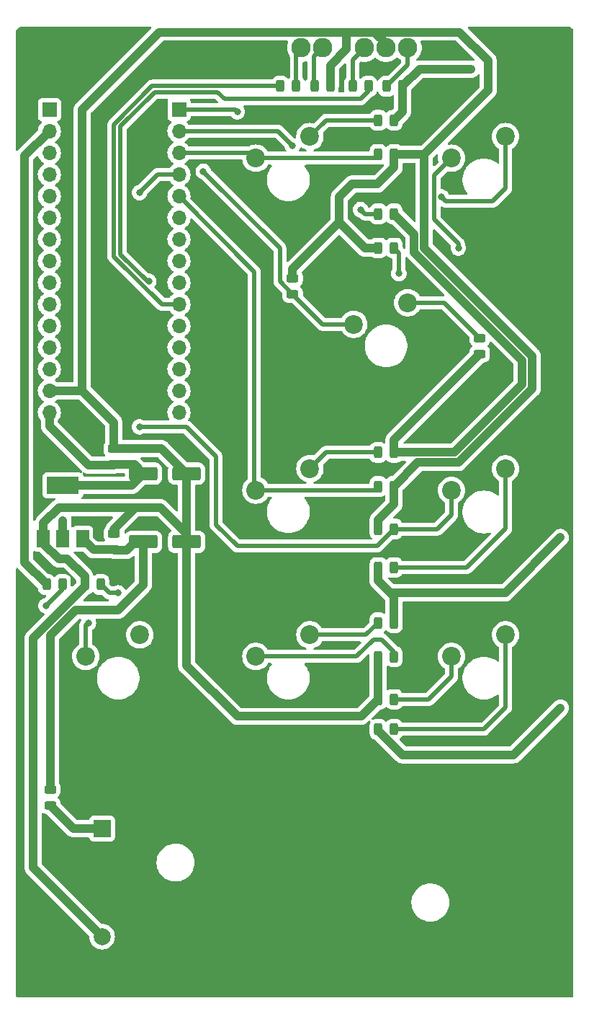
<source format=gbr>
%TF.GenerationSoftware,KiCad,Pcbnew,(6.0.9)*%
%TF.CreationDate,2023-01-10T14:41:21+08:00*%
%TF.ProjectId,keyboard-nano,6b657962-6f61-4726-942d-6e616e6f2e6b,rev?*%
%TF.SameCoordinates,Original*%
%TF.FileFunction,Copper,L1,Top*%
%TF.FilePolarity,Positive*%
%FSLAX46Y46*%
G04 Gerber Fmt 4.6, Leading zero omitted, Abs format (unit mm)*
G04 Created by KiCad (PCBNEW (6.0.9)) date 2023-01-10 14:41:21*
%MOMM*%
%LPD*%
G01*
G04 APERTURE LIST*
G04 Aperture macros list*
%AMRoundRect*
0 Rectangle with rounded corners*
0 $1 Rounding radius*
0 $2 $3 $4 $5 $6 $7 $8 $9 X,Y pos of 4 corners*
0 Add a 4 corners polygon primitive as box body*
4,1,4,$2,$3,$4,$5,$6,$7,$8,$9,$2,$3,0*
0 Add four circle primitives for the rounded corners*
1,1,$1+$1,$2,$3*
1,1,$1+$1,$4,$5*
1,1,$1+$1,$6,$7*
1,1,$1+$1,$8,$9*
0 Add four rect primitives between the rounded corners*
20,1,$1+$1,$2,$3,$4,$5,0*
20,1,$1+$1,$4,$5,$6,$7,0*
20,1,$1+$1,$6,$7,$8,$9,0*
20,1,$1+$1,$8,$9,$2,$3,0*%
G04 Aperture macros list end*
%TA.AperFunction,SMDPad,CuDef*%
%ADD10RoundRect,0.250000X-1.412500X-0.550000X1.412500X-0.550000X1.412500X0.550000X-1.412500X0.550000X0*%
%TD*%
%TA.AperFunction,ComponentPad*%
%ADD11C,2.200000*%
%TD*%
%TA.AperFunction,SMDPad,CuDef*%
%ADD12RoundRect,0.243750X0.243750X0.456250X-0.243750X0.456250X-0.243750X-0.456250X0.243750X-0.456250X0*%
%TD*%
%TA.AperFunction,SMDPad,CuDef*%
%ADD13RoundRect,0.243750X-0.243750X-0.456250X0.243750X-0.456250X0.243750X0.456250X-0.243750X0.456250X0*%
%TD*%
%TA.AperFunction,ComponentPad*%
%ADD14C,2.286000*%
%TD*%
%TA.AperFunction,ComponentPad*%
%ADD15R,2.000000X2.000000*%
%TD*%
%TA.AperFunction,ComponentPad*%
%ADD16C,2.000000*%
%TD*%
%TA.AperFunction,SMDPad,CuDef*%
%ADD17RoundRect,0.243750X-0.456250X0.243750X-0.456250X-0.243750X0.456250X-0.243750X0.456250X0.243750X0*%
%TD*%
%TA.AperFunction,ComponentPad*%
%ADD18R,1.700000X1.700000*%
%TD*%
%TA.AperFunction,ComponentPad*%
%ADD19O,1.700000X1.700000*%
%TD*%
%TA.AperFunction,SMDPad,CuDef*%
%ADD20R,1.500000X2.000000*%
%TD*%
%TA.AperFunction,SMDPad,CuDef*%
%ADD21R,3.800000X2.000000*%
%TD*%
%TA.AperFunction,SMDPad,CuDef*%
%ADD22RoundRect,0.243750X0.456250X-0.243750X0.456250X0.243750X-0.456250X0.243750X-0.456250X-0.243750X0*%
%TD*%
%TA.AperFunction,ViaPad*%
%ADD23C,0.800000*%
%TD*%
%TA.AperFunction,Conductor*%
%ADD24C,1.000000*%
%TD*%
%TA.AperFunction,Conductor*%
%ADD25C,0.500000*%
%TD*%
G04 APERTURE END LIST*
D10*
%TO.P,C1,1*%
%TO.N,Net-(C1-Pad1)*%
X124462500Y-100500000D03*
%TO.P,C1,2*%
%TO.N,GND*%
X129537500Y-100500000D03*
%TD*%
D11*
%TO.P,CB6,1*%
%TO.N,Net-(CB6-Pad1)*%
X167040000Y-52920000D03*
%TO.P,CB6,2*%
%TO.N,/D11*%
X160690000Y-55460000D03*
%TD*%
D12*
%TO.P,R11,1*%
%TO.N,Net-(CB8-Pad1)*%
X114937500Y-105500000D03*
%TO.P,R11,2*%
%TO.N,+3.3V*%
X113062500Y-105500000D03*
%TD*%
D13*
%TO.P,R6,1*%
%TO.N,Net-(CB3-Pad1)*%
X152062500Y-90000000D03*
%TO.P,R6,2*%
%TO.N,+3.3V*%
X153937500Y-90000000D03*
%TD*%
D11*
%TO.P,CB4,1*%
%TO.N,Net-(CB4-Pad1)*%
X167040000Y-91920000D03*
%TO.P,CB4,2*%
%TO.N,/D9*%
X160690000Y-94460000D03*
%TD*%
D12*
%TO.P,R5,1*%
%TO.N,Net-(CB2-Pad1)*%
X153937500Y-122500000D03*
%TO.P,R5,2*%
%TO.N,+3.3V*%
X152062500Y-122500000D03*
%TD*%
D11*
%TO.P,CB3,1*%
%TO.N,Net-(CB3-Pad1)*%
X144040000Y-91890000D03*
%TO.P,CB3,2*%
%TO.N,/D8*%
X137690000Y-94430000D03*
%TD*%
D13*
%TO.P,D6,1,K*%
%TO.N,GND*%
X152062500Y-119000000D03*
%TO.P,D6,2,A*%
%TO.N,/D7*%
X153937500Y-119000000D03*
%TD*%
%TO.P,D10,1,K*%
%TO.N,GND*%
X152062500Y-66000000D03*
%TO.P,D10,2,A*%
%TO.N,/D11*%
X153937500Y-66000000D03*
%TD*%
D14*
%TO.P,D2,1,K*%
%TO.N,Net-(D2-Pad1)*%
X145500000Y-42500000D03*
%TO.P,D2,2,A*%
%TO.N,Net-(D1-Pad1)*%
X143000000Y-42500000D03*
%TD*%
D10*
%TO.P,C3,1*%
%TO.N,/5V*%
X124462500Y-92500000D03*
%TO.P,C3,2*%
%TO.N,GND*%
X129537500Y-92500000D03*
%TD*%
D14*
%TO.P,D3,1,GND*%
%TO.N,GND*%
X153000000Y-42500000D03*
%TO.P,D3,2,VCC*%
%TO.N,Net-(D3-Pad2)*%
X155540000Y-42500000D03*
%TO.P,D3,3,OUT*%
%TO.N,Net-(D3-Pad3)*%
X150460000Y-42500000D03*
%TD*%
D13*
%TO.P,D12,1,K*%
%TO.N,GND*%
X117562500Y-105500000D03*
%TO.P,D12,2,A*%
%TO.N,/D13*%
X119437500Y-105500000D03*
%TD*%
D12*
%TO.P,D1,1,K*%
%TO.N,Net-(D1-Pad1)*%
X142437500Y-47000000D03*
%TO.P,D1,2,A*%
%TO.N,/D3*%
X140562500Y-47000000D03*
%TD*%
D11*
%TO.P,CB2,1*%
%TO.N,Net-(CB2-Pad1)*%
X167040000Y-111420000D03*
%TO.P,CB2,2*%
%TO.N,/D7*%
X160690000Y-113960000D03*
%TD*%
%TO.P,CB5,1*%
%TO.N,Net-(CB5-Pad1)*%
X144040000Y-52920000D03*
%TO.P,CB5,2*%
%TO.N,/D10*%
X137690000Y-55460000D03*
%TD*%
D12*
%TO.P,R2,1*%
%TO.N,GND*%
X146437500Y-47000000D03*
%TO.P,R2,2*%
%TO.N,Net-(D2-Pad1)*%
X144562500Y-47000000D03*
%TD*%
D15*
%TO.P,BT1,1,+*%
%TO.N,Net-(BT1-Pad1)*%
X119600000Y-134150000D03*
D16*
%TO.P,BT1,2,-*%
%TO.N,GND*%
X119600000Y-146850000D03*
%TD*%
D13*
%TO.P,R9,1*%
%TO.N,Net-(CB6-Pad1)*%
X152062500Y-62000000D03*
%TO.P,R9,2*%
%TO.N,+3.3V*%
X153937500Y-62000000D03*
%TD*%
D17*
%TO.P,R10,1*%
%TO.N,Net-(CB7-Pad1)*%
X164000000Y-76562500D03*
%TO.P,R10,2*%
%TO.N,+3.3V*%
X164000000Y-78437500D03*
%TD*%
D12*
%TO.P,R7,1*%
%TO.N,Net-(CB4-Pad1)*%
X153937500Y-103500000D03*
%TO.P,R7,2*%
%TO.N,+3.3V*%
X152062500Y-103500000D03*
%TD*%
D13*
%TO.P,D8,1,K*%
%TO.N,GND*%
X152062500Y-99000000D03*
%TO.P,D8,2,A*%
%TO.N,/D9*%
X153937500Y-99000000D03*
%TD*%
D12*
%TO.P,D7,1,K*%
%TO.N,GND*%
X153937500Y-94000000D03*
%TO.P,D7,2,A*%
%TO.N,/D8*%
X152062500Y-94000000D03*
%TD*%
D11*
%TO.P,CB1,1*%
%TO.N,Net-(CB1-Pad1)*%
X144040000Y-111420000D03*
%TO.P,CB1,2*%
%TO.N,/D6*%
X137690000Y-113960000D03*
%TD*%
D18*
%TO.P,J1,1,D13/PB5*%
%TO.N,/D13*%
X113405000Y-49750000D03*
D19*
%TO.P,J1,2,+3V3*%
%TO.N,+3.3V*%
X113405000Y-52290000D03*
%TO.P,J1,3,AREF*%
%TO.N,unconnected-(J1-Pad3)*%
X113405000Y-54830000D03*
%TO.P,J1,4,A0/D14/ADC[0]/PC0*%
%TO.N,unconnected-(J1-Pad4)*%
X113405000Y-57370000D03*
%TO.P,J1,5,A1/D15/ADC[1]/PC1*%
%TO.N,unconnected-(J1-Pad5)*%
X113405000Y-59910000D03*
%TO.P,J1,6,A2/D16/ADC[2]/PC2*%
%TO.N,unconnected-(J1-Pad6)*%
X113405000Y-62450000D03*
%TO.P,J1,7,A3/D17/ADC[3]/PC3*%
%TO.N,unconnected-(J1-Pad7)*%
X113405000Y-64990000D03*
%TO.P,J1,8,A4/D18/ADC[4]/PC4*%
%TO.N,unconnected-(J1-Pad8)*%
X113405000Y-67530000D03*
%TO.P,J1,9,A5/D19/ADC[5]/PC5*%
%TO.N,unconnected-(J1-Pad9)*%
X113405000Y-70070000D03*
%TO.P,J1,10,A6_/ADC[6]/ADC[6]*%
%TO.N,unconnected-(J1-Pad10)*%
X113405000Y-72610000D03*
%TO.P,J1,11,A7_/ADC[7]/ADC[7]*%
%TO.N,unconnected-(J1-Pad11)*%
X113405000Y-75150000D03*
%TO.P,J1,12,+5V*%
%TO.N,unconnected-(J1-Pad12)*%
X113405000Y-77690000D03*
%TO.P,J1,13,RESET/PC6*%
%TO.N,unconnected-(J1-Pad13)*%
X113405000Y-80230000D03*
%TO.P,J1,14,GND*%
%TO.N,GND*%
X113405000Y-82770000D03*
%TO.P,J1,15,VIN*%
%TO.N,/5V*%
X113405000Y-85310000D03*
D18*
%TO.P,J1,16,CIPO/PB4/D12*%
%TO.N,/D12*%
X128645000Y-49750000D03*
D19*
%TO.P,J1,17,COPI/PB3/~{D11}*%
%TO.N,/D11*%
X128645000Y-52290000D03*
%TO.P,J1,18,PB2/~{D10}*%
%TO.N,/D10*%
X128645000Y-54830000D03*
%TO.P,J1,19,PB1/_~{D9}*%
%TO.N,/D9*%
X128645000Y-57370000D03*
%TO.P,J1,20,PB0/_D8*%
%TO.N,/D8*%
X128645000Y-59910000D03*
%TO.P,J1,21,PD7/_D7*%
%TO.N,/D7*%
X128645000Y-62450000D03*
%TO.P,J1,22,PD6/_~{D6}*%
%TO.N,/D6*%
X128645000Y-64990000D03*
%TO.P,J1,23,PD5/_~{D5}*%
%TO.N,unconnected-(J1-Pad23)*%
X128645000Y-67530000D03*
%TO.P,J1,24,PD4/_D4*%
%TO.N,unconnected-(J1-Pad24)*%
X128645000Y-70070000D03*
%TO.P,J1,25,PD3/_~{D3}*%
%TO.N,/D3*%
X128645000Y-72610000D03*
%TO.P,J1,26,PD2/_D2*%
%TO.N,/D2*%
X128645000Y-75150000D03*
%TO.P,J1,27,GND*%
%TO.N,unconnected-(J1-Pad27)*%
X128645000Y-77690000D03*
%TO.P,J1,28,PC6/RESET*%
%TO.N,unconnected-(J1-Pad28)*%
X128645000Y-80230000D03*
%TO.P,J1,29,PD0/D0/RX*%
%TO.N,unconnected-(J1-Pad29)*%
X128645000Y-82770000D03*
%TO.P,J1,30,PD1/D1/TX*%
%TO.N,unconnected-(J1-Pad30)*%
X128645000Y-85310000D03*
%TD*%
D13*
%TO.P,R8,1*%
%TO.N,Net-(CB5-Pad1)*%
X152062500Y-51000000D03*
%TO.P,R8,2*%
%TO.N,+3.3V*%
X153937500Y-51000000D03*
%TD*%
D12*
%TO.P,D9,1,K*%
%TO.N,GND*%
X153937500Y-55000000D03*
%TO.P,D9,2,A*%
%TO.N,/D10*%
X152062500Y-55000000D03*
%TD*%
%TO.P,D4,1,K*%
%TO.N,/D2*%
X150937500Y-47000000D03*
%TO.P,D4,2,A*%
%TO.N,Net-(D3-Pad3)*%
X149062500Y-47000000D03*
%TD*%
D17*
%TO.P,R1,1*%
%TO.N,Net-(C1-Pad1)*%
X113500000Y-129562500D03*
%TO.P,R1,2*%
%TO.N,Net-(BT1-Pad1)*%
X113500000Y-131437500D03*
%TD*%
D11*
%TO.P,CB7,1*%
%TO.N,Net-(CB7-Pad1)*%
X155540000Y-72420000D03*
%TO.P,CB7,2*%
%TO.N,/D12*%
X149190000Y-74960000D03*
%TD*%
D13*
%TO.P,R4,1*%
%TO.N,Net-(CB1-Pad1)*%
X152062500Y-110000000D03*
%TO.P,R4,2*%
%TO.N,+3.3V*%
X153937500Y-110000000D03*
%TD*%
D20*
%TO.P,U1,1,GND*%
%TO.N,GND*%
X112700000Y-100150000D03*
D21*
%TO.P,U1,2,VO*%
%TO.N,/5V*%
X115000000Y-93850000D03*
D20*
X115000000Y-100150000D03*
%TO.P,U1,3,VI*%
%TO.N,Net-(C1-Pad1)*%
X117300000Y-100150000D03*
%TD*%
D11*
%TO.P,CB8,1*%
%TO.N,Net-(CB8-Pad1)*%
X124040000Y-111420000D03*
%TO.P,CB8,2*%
%TO.N,/D13*%
X117690000Y-113960000D03*
%TD*%
D13*
%TO.P,R3,1*%
%TO.N,Net-(D3-Pad2)*%
X153062500Y-47000000D03*
%TO.P,R3,2*%
%TO.N,+3.3V*%
X154937500Y-47000000D03*
%TD*%
D22*
%TO.P,C2,1*%
%TO.N,Net-(C1-Pad1)*%
X121000000Y-101437500D03*
%TO.P,C2,2*%
%TO.N,GND*%
X121000000Y-99562500D03*
%TD*%
D13*
%TO.P,D5,1,K*%
%TO.N,GND*%
X152062500Y-114000000D03*
%TO.P,D5,2,A*%
%TO.N,/D6*%
X153937500Y-114000000D03*
%TD*%
D22*
%TO.P,C4,1*%
%TO.N,/5V*%
X121000000Y-91437500D03*
%TO.P,C4,2*%
%TO.N,GND*%
X121000000Y-89562500D03*
%TD*%
D17*
%TO.P,D11,1,K*%
%TO.N,GND*%
X142000000Y-69562500D03*
%TO.P,D11,2,A*%
%TO.N,/D12*%
X142000000Y-71437500D03*
%TD*%
D23*
%TO.N,/5V*%
X115000000Y-98000000D03*
%TO.N,/D9*%
X124000000Y-59500000D03*
X124000000Y-87000000D03*
%TO.N,Net-(CB6-Pad1)*%
X159500000Y-60000000D03*
X150000000Y-61500000D03*
%TO.N,/D11*%
X161500000Y-66000000D03*
X154500000Y-69000000D03*
X142000000Y-54000000D03*
%TO.N,/D12*%
X135500000Y-50000000D03*
X131500000Y-57000000D03*
%TO.N,Net-(CB8-Pad1)*%
X113000000Y-108000000D03*
%TO.N,/D13*%
X118000000Y-110000000D03*
X121500000Y-106500000D03*
%TO.N,/D2*%
X125100688Y-69899312D03*
%TO.N,+3.3V*%
X169000000Y-79900000D03*
X163000000Y-45000000D03*
X173500000Y-120000000D03*
X173500000Y-100000000D03*
%TD*%
D24*
%TO.N,Net-(BT1-Pad1)*%
X116212500Y-134150000D02*
X113500000Y-131437500D01*
X119600000Y-134150000D02*
X116212500Y-134150000D01*
%TO.N,GND*%
X142000000Y-68500000D02*
X147500000Y-63000000D01*
X129537500Y-99537500D02*
X129537500Y-100500000D01*
X126500000Y-96500000D02*
X129537500Y-99537500D01*
X148343000Y-40657000D02*
X151657000Y-40657000D01*
X117562500Y-104562500D02*
X115500000Y-102500000D01*
X129537500Y-92500000D02*
X129537500Y-99537500D01*
X117562500Y-105740444D02*
X117562500Y-105500000D01*
X153000000Y-42000000D02*
X153000000Y-42500000D01*
X117270000Y-49730000D02*
X126343000Y-40657000D01*
X152062500Y-119000000D02*
X152062500Y-114000000D01*
X161497056Y-91200000D02*
X170200000Y-82497056D01*
X112700000Y-100700000D02*
X112700000Y-100150000D01*
X152062500Y-66000000D02*
X150500000Y-66000000D01*
X111500000Y-111802944D02*
X117562500Y-105740444D01*
X147500000Y-60000000D02*
X149000000Y-58500000D01*
X156737500Y-91200000D02*
X161497056Y-91200000D01*
X117270000Y-82770000D02*
X117270000Y-49730000D01*
X153937500Y-96062500D02*
X153937500Y-94000000D01*
X121000000Y-86500000D02*
X121000000Y-89562500D01*
X129537500Y-115037500D02*
X135500000Y-121000000D01*
X165000000Y-44000000D02*
X161657000Y-40657000D01*
X161657000Y-40657000D02*
X151657000Y-40657000D01*
X142000000Y-69562500D02*
X142000000Y-68500000D01*
X114500000Y-102500000D02*
X112700000Y-100700000D01*
X119600000Y-146850000D02*
X111500000Y-138750000D01*
X123500000Y-96500000D02*
X126500000Y-96500000D01*
X165000000Y-47500000D02*
X165000000Y-44000000D01*
X146437500Y-44562500D02*
X148343000Y-42657000D01*
X115500000Y-102500000D02*
X114500000Y-102500000D01*
X117270000Y-82770000D02*
X121000000Y-86500000D01*
X112700000Y-98300000D02*
X114500000Y-96500000D01*
X152062500Y-99000000D02*
X152062500Y-97937500D01*
X152062500Y-97937500D02*
X153937500Y-96062500D01*
X149000000Y-58500000D02*
X152000000Y-58500000D01*
X157500000Y-55000000D02*
X165000000Y-47500000D01*
X113405000Y-82770000D02*
X117270000Y-82770000D01*
X151657000Y-40657000D02*
X153000000Y-42000000D01*
X150062500Y-121000000D02*
X152062500Y-119000000D01*
X157500000Y-66000000D02*
X157500000Y-55000000D01*
X136343000Y-40657000D02*
X148343000Y-40657000D01*
X121000000Y-99562500D02*
X121000000Y-99000000D01*
X153937500Y-56562500D02*
X153937500Y-55000000D01*
X121000000Y-99000000D02*
X123500000Y-96500000D01*
X117562500Y-105500000D02*
X117562500Y-104562500D01*
X112700000Y-100150000D02*
X112700000Y-98300000D01*
X126600000Y-89562500D02*
X129537500Y-92500000D01*
X147500000Y-63000000D02*
X147500000Y-60000000D01*
X121000000Y-89562500D02*
X126600000Y-89562500D01*
X170200000Y-78700000D02*
X157500000Y-66000000D01*
X152000000Y-58500000D02*
X153937500Y-56562500D01*
X146437500Y-47000000D02*
X146437500Y-44562500D01*
X129537500Y-100500000D02*
X129537500Y-115037500D01*
X150500000Y-66000000D02*
X147500000Y-63000000D01*
X114500000Y-96500000D02*
X123500000Y-96500000D01*
X135500000Y-121000000D02*
X150062500Y-121000000D01*
X170200000Y-82497056D02*
X170200000Y-78700000D01*
X148343000Y-42657000D02*
X148343000Y-40657000D01*
X111500000Y-138750000D02*
X111500000Y-111802944D01*
X126343000Y-40657000D02*
X136343000Y-40657000D01*
X153937500Y-55000000D02*
X157500000Y-55000000D01*
X153937500Y-94000000D02*
X156737500Y-91200000D01*
%TO.N,Net-(C1-Pad1)*%
X121000000Y-101437500D02*
X118587500Y-101437500D01*
X121500000Y-108500000D02*
X124462500Y-105537500D01*
X113500000Y-129562500D02*
X113500000Y-111500000D01*
X116500000Y-108500000D02*
X121500000Y-108500000D01*
X121062500Y-101500000D02*
X121000000Y-101437500D01*
X124462500Y-105537500D02*
X124462500Y-100500000D01*
X123500000Y-100500000D02*
X122500000Y-101500000D01*
X113500000Y-111500000D02*
X116500000Y-108500000D01*
X124462500Y-100500000D02*
X123500000Y-100500000D01*
X118587500Y-101437500D02*
X117300000Y-100150000D01*
X122500000Y-101500000D02*
X121062500Y-101500000D01*
%TO.N,/5V*%
X120937500Y-91500000D02*
X118000000Y-91500000D01*
X123400000Y-91437500D02*
X124462500Y-92500000D01*
X115000000Y-100150000D02*
X115000000Y-98000000D01*
X121000000Y-91437500D02*
X120937500Y-91500000D01*
X123112500Y-93850000D02*
X124462500Y-92500000D01*
X118000000Y-91500000D02*
X113405000Y-86905000D01*
X115000000Y-93850000D02*
X123112500Y-93850000D01*
X121000000Y-91437500D02*
X123400000Y-91437500D01*
X113405000Y-86905000D02*
X113405000Y-85310000D01*
D25*
%TO.N,Net-(CB1-Pad1)*%
X152062500Y-110000000D02*
X150642500Y-111420000D01*
X150642500Y-111420000D02*
X144040000Y-111420000D01*
%TO.N,/D6*%
X153937500Y-113437500D02*
X153937500Y-114000000D01*
X152500000Y-112000000D02*
X153937500Y-113437500D01*
X149540000Y-113960000D02*
X151500000Y-112000000D01*
X151500000Y-112000000D02*
X152500000Y-112000000D01*
X137690000Y-113960000D02*
X149540000Y-113960000D01*
%TO.N,Net-(CB2-Pad1)*%
X164500000Y-122500000D02*
X167040000Y-119960000D01*
X167040000Y-119960000D02*
X167040000Y-111420000D01*
X153937500Y-122500000D02*
X164500000Y-122500000D01*
%TO.N,/D7*%
X158000000Y-119000000D02*
X153937500Y-119000000D01*
X160690000Y-113960000D02*
X160690000Y-116310000D01*
X160690000Y-116310000D02*
X158000000Y-119000000D01*
%TO.N,Net-(CB3-Pad1)*%
X152062500Y-90000000D02*
X145930000Y-90000000D01*
X145930000Y-90000000D02*
X144040000Y-91890000D01*
%TO.N,/D8*%
X152062500Y-94000000D02*
X151632500Y-94430000D01*
X137500000Y-68765000D02*
X128645000Y-59910000D01*
X137500000Y-94240000D02*
X137500000Y-68765000D01*
X137690000Y-94430000D02*
X137500000Y-94240000D01*
X151632500Y-94430000D02*
X137690000Y-94430000D01*
%TO.N,Net-(CB4-Pad1)*%
X162500000Y-103500000D02*
X153937500Y-103500000D01*
X167040000Y-98960000D02*
X162500000Y-103500000D01*
X167040000Y-91920000D02*
X167040000Y-98960000D01*
%TO.N,/D9*%
X133000000Y-98500000D02*
X135500000Y-101000000D01*
X159000000Y-99000000D02*
X153937500Y-99000000D01*
X160690000Y-94460000D02*
X160690000Y-97310000D01*
X135500000Y-101000000D02*
X151937500Y-101000000D01*
X129500000Y-87000000D02*
X133000000Y-90500000D01*
X160690000Y-97310000D02*
X159000000Y-99000000D01*
X124000000Y-87000000D02*
X129500000Y-87000000D01*
X126130000Y-57370000D02*
X124000000Y-59500000D01*
X133000000Y-90500000D02*
X133000000Y-98500000D01*
X128645000Y-57370000D02*
X126130000Y-57370000D01*
X151937500Y-101000000D02*
X153937500Y-99000000D01*
%TO.N,Net-(CB5-Pad1)*%
X145960000Y-51000000D02*
X152062500Y-51000000D01*
X144040000Y-52920000D02*
X145960000Y-51000000D01*
%TO.N,/D10*%
X151602500Y-55460000D02*
X152062500Y-55000000D01*
X137690000Y-55460000D02*
X151602500Y-55460000D01*
X137060000Y-54830000D02*
X137690000Y-55460000D01*
X128645000Y-54830000D02*
X137060000Y-54830000D01*
%TO.N,Net-(CB6-Pad1)*%
X150500000Y-62000000D02*
X150000000Y-61500000D01*
X165535535Y-60500001D02*
X167040000Y-58995536D01*
X152062500Y-62000000D02*
X150500000Y-62000000D01*
X159500000Y-60000000D02*
X160000001Y-60500001D01*
X167040000Y-58995536D02*
X167040000Y-52920000D01*
X160000001Y-60500001D02*
X165535535Y-60500001D01*
%TO.N,/D11*%
X154500000Y-66562500D02*
X153937500Y-66000000D01*
X161000000Y-65000000D02*
X161500000Y-65500000D01*
X160690000Y-55460000D02*
X158650000Y-57500000D01*
X141000000Y-53000000D02*
X142000000Y-54000000D01*
X154500000Y-69000000D02*
X154500000Y-66562500D01*
X128645000Y-52290000D02*
X140290000Y-52290000D01*
X158650000Y-62650000D02*
X161000000Y-65000000D01*
X140290000Y-52290000D02*
X141000000Y-53000000D01*
X158650000Y-57500000D02*
X158650000Y-62650000D01*
X161500000Y-65500000D02*
X161500000Y-66000000D01*
%TO.N,Net-(CB7-Pad1)*%
X164000000Y-76562500D02*
X159857500Y-72420000D01*
X159857500Y-72420000D02*
X155540000Y-72420000D01*
%TO.N,/D12*%
X135250000Y-49750000D02*
X135500000Y-50000000D01*
X145522500Y-74960000D02*
X142000000Y-71437500D01*
X149190000Y-74960000D02*
X145522500Y-74960000D01*
X128645000Y-49750000D02*
X135250000Y-49750000D01*
X131500000Y-57000000D02*
X140500000Y-66000000D01*
X140500000Y-69937500D02*
X142000000Y-71437500D01*
X140500000Y-66000000D02*
X140500000Y-69937500D01*
%TO.N,Net-(CB8-Pad1)*%
X114937500Y-105500000D02*
X114937500Y-106062500D01*
X114937500Y-106062500D02*
X113000000Y-108000000D01*
%TO.N,/D13*%
X121500000Y-106500000D02*
X120437500Y-106500000D01*
X117690000Y-113960000D02*
X117690000Y-110310000D01*
X117690000Y-110310000D02*
X118000000Y-110000000D01*
X120437500Y-106500000D02*
X119437500Y-105500000D01*
%TO.N,Net-(D1-Pad1)*%
X142437500Y-43062500D02*
X143000000Y-42500000D01*
X142437500Y-47000000D02*
X142437500Y-43062500D01*
%TO.N,/D3*%
X121000000Y-67000000D02*
X126610000Y-72610000D01*
X140562500Y-47000000D02*
X125500000Y-47000000D01*
X121000000Y-51500000D02*
X121000000Y-67000000D01*
X126610000Y-72610000D02*
X128645000Y-72610000D01*
X125500000Y-47000000D02*
X121000000Y-51500000D01*
%TO.N,Net-(D2-Pad1)*%
X144500000Y-46937500D02*
X144562500Y-47000000D01*
X144500000Y-43500000D02*
X144500000Y-46937500D01*
X145500000Y-42500000D02*
X144500000Y-43500000D01*
%TO.N,Net-(D3-Pad2)*%
X155540000Y-44522500D02*
X153062500Y-47000000D01*
X155540000Y-42500000D02*
X155540000Y-44522500D01*
%TO.N,/D2*%
X150937500Y-47562500D02*
X150937500Y-47000000D01*
X125100688Y-69899312D02*
X125000000Y-70000000D01*
X150000000Y-48500000D02*
X150937500Y-47562500D01*
X121744975Y-51744975D02*
X125789950Y-47700000D01*
X125789950Y-47700000D02*
X133200000Y-47700000D01*
X134000000Y-48500000D02*
X150000000Y-48500000D01*
X121744975Y-66744975D02*
X121744975Y-51744975D01*
X125000000Y-70000000D02*
X121744975Y-66744975D01*
X133200000Y-47700000D02*
X134000000Y-48500000D01*
D24*
%TO.N,+3.3V*%
X156300000Y-64362500D02*
X153937500Y-62000000D01*
X161000000Y-90000000D02*
X153937500Y-90000000D01*
X169000000Y-79197056D02*
X156300000Y-66497056D01*
X156300000Y-66497056D02*
X156300000Y-64362500D01*
X153937500Y-106937500D02*
X153500000Y-106500000D01*
X163000000Y-45000000D02*
X156937500Y-45000000D01*
X169000000Y-82000000D02*
X161000000Y-90000000D01*
X169000000Y-79900000D02*
X169000000Y-82000000D01*
X153937500Y-110000000D02*
X153937500Y-106937500D01*
X169000000Y-79900000D02*
X169000000Y-79197056D01*
X153500000Y-106500000D02*
X167000000Y-106500000D01*
X113405000Y-52290000D02*
X110500000Y-55195000D01*
X154937500Y-47000000D02*
X154937500Y-50000000D01*
X110500000Y-55195000D02*
X110500000Y-102937500D01*
X152062500Y-122659664D02*
X152062500Y-122500000D01*
X156937500Y-45000000D02*
X154937500Y-47000000D01*
X153937500Y-90000000D02*
X153937500Y-88500000D01*
X152062500Y-103500000D02*
X152062500Y-105062500D01*
X173500000Y-120000000D02*
X168000000Y-125500000D01*
X154902836Y-125500000D02*
X152062500Y-122659664D01*
X154937500Y-50000000D02*
X153937500Y-51000000D01*
X153937500Y-88500000D02*
X164000000Y-78437500D01*
X152062500Y-105062500D02*
X153500000Y-106500000D01*
X168000000Y-125500000D02*
X154902836Y-125500000D01*
X167000000Y-106500000D02*
X173500000Y-100000000D01*
X110500000Y-102937500D02*
X113062500Y-105500000D01*
D25*
%TO.N,Net-(D3-Pad3)*%
X150460000Y-42500000D02*
X150460000Y-42540000D01*
X149062500Y-43937500D02*
X149062500Y-47000000D01*
X150460000Y-42540000D02*
X149062500Y-43937500D01*
%TD*%
%TA.AperFunction,NonConductor*%
G36*
X161255196Y-41685502D02*
G01*
X161276170Y-41702405D01*
X162590259Y-43016493D01*
X163389802Y-43816036D01*
X163423827Y-43878348D01*
X163418763Y-43949163D01*
X163376216Y-44005999D01*
X163309696Y-44030810D01*
X163262609Y-44025233D01*
X163216567Y-44010628D01*
X163210694Y-44008765D01*
X163056773Y-43991500D01*
X156999342Y-43991500D01*
X156985735Y-43990763D01*
X156954237Y-43987341D01*
X156954232Y-43987341D01*
X156948111Y-43986676D01*
X156930111Y-43988251D01*
X156898109Y-43991050D01*
X156893284Y-43991379D01*
X156890813Y-43991500D01*
X156887731Y-43991500D01*
X156865263Y-43993703D01*
X156844989Y-43995691D01*
X156843674Y-43995813D01*
X156811413Y-43998636D01*
X156751087Y-44003913D01*
X156745968Y-44005400D01*
X156740667Y-44005920D01*
X156664430Y-44028937D01*
X156593436Y-44029477D01*
X156533420Y-43991548D01*
X156503436Y-43927193D01*
X156513006Y-43856845D01*
X156546182Y-43812505D01*
X156711398Y-43671398D01*
X156880223Y-43473729D01*
X157016048Y-43252084D01*
X157115527Y-43011920D01*
X157176211Y-42759150D01*
X157196607Y-42500000D01*
X157176211Y-42240850D01*
X157152894Y-42143724D01*
X157125981Y-42031625D01*
X157115527Y-41988080D01*
X157113633Y-41983507D01*
X157054074Y-41839718D01*
X157046485Y-41769128D01*
X157078265Y-41705641D01*
X157139323Y-41669414D01*
X157170483Y-41665500D01*
X161187075Y-41665500D01*
X161255196Y-41685502D01*
G37*
%TD.AperFunction*%
%TA.AperFunction,NonConductor*%
G36*
X154360988Y-43665031D02*
G01*
X154361886Y-43664133D01*
X154365389Y-43667636D01*
X154368602Y-43671398D01*
X154372364Y-43674611D01*
X154562506Y-43837008D01*
X154562511Y-43837011D01*
X154566271Y-43840223D01*
X154570486Y-43842806D01*
X154570497Y-43842814D01*
X154721335Y-43935248D01*
X154768966Y-43987895D01*
X154781500Y-44042680D01*
X154781500Y-44156129D01*
X154761498Y-44224250D01*
X154744595Y-44245224D01*
X153235224Y-45754595D01*
X153172912Y-45788621D01*
X153146129Y-45791500D01*
X152794075Y-45791501D01*
X152768770Y-45791501D01*
X152663871Y-45802384D01*
X152657340Y-45804563D01*
X152657335Y-45804564D01*
X152538934Y-45844066D01*
X152497474Y-45857898D01*
X152348311Y-45950203D01*
X152224383Y-46074347D01*
X152132339Y-46223671D01*
X152130035Y-46230619D01*
X152130033Y-46230622D01*
X152119551Y-46262225D01*
X152079121Y-46320585D01*
X152013557Y-46347822D01*
X151943675Y-46335289D01*
X151891663Y-46286964D01*
X151880435Y-46262435D01*
X151869423Y-46229427D01*
X151869418Y-46229417D01*
X151867102Y-46222474D01*
X151774797Y-46073311D01*
X151650653Y-45949383D01*
X151633501Y-45938810D01*
X151611014Y-45924949D01*
X151501329Y-45857339D01*
X151494380Y-45855034D01*
X151341366Y-45804281D01*
X151341364Y-45804281D01*
X151334835Y-45802115D01*
X151231231Y-45791500D01*
X150939766Y-45791500D01*
X150643770Y-45791501D01*
X150538871Y-45802384D01*
X150532340Y-45804563D01*
X150532335Y-45804564D01*
X150413934Y-45844066D01*
X150372474Y-45857898D01*
X150223311Y-45950203D01*
X150099383Y-46074347D01*
X150097581Y-46077270D01*
X150040971Y-46117408D01*
X149970048Y-46120642D01*
X149908636Y-46085018D01*
X149903084Y-46078622D01*
X149899797Y-46073311D01*
X149857982Y-46031568D01*
X149823903Y-45969287D01*
X149821000Y-45942396D01*
X149821000Y-44303871D01*
X149841002Y-44235750D01*
X149857905Y-44214776D01*
X149937757Y-44134924D01*
X150000069Y-44100898D01*
X150056265Y-44101500D01*
X150079317Y-44107034D01*
X150196037Y-44135056D01*
X150196043Y-44135057D01*
X150200850Y-44136211D01*
X150419646Y-44153431D01*
X150453927Y-44156129D01*
X150460000Y-44156607D01*
X150466074Y-44156129D01*
X150500354Y-44153431D01*
X150719150Y-44136211D01*
X150723957Y-44135057D01*
X150723963Y-44135056D01*
X150885457Y-44096285D01*
X150971920Y-44075527D01*
X150988723Y-44068567D01*
X151207512Y-43977942D01*
X151207514Y-43977941D01*
X151212084Y-43976048D01*
X151433729Y-43840223D01*
X151462049Y-43816036D01*
X151627636Y-43674611D01*
X151631398Y-43671398D01*
X151634611Y-43667636D01*
X151638114Y-43664133D01*
X151638982Y-43665001D01*
X151693637Y-43629321D01*
X151764631Y-43628813D01*
X151820988Y-43665031D01*
X151821886Y-43664133D01*
X151825389Y-43667636D01*
X151828602Y-43671398D01*
X151832364Y-43674611D01*
X151997952Y-43816036D01*
X152026271Y-43840223D01*
X152247916Y-43976048D01*
X152252486Y-43977941D01*
X152252488Y-43977942D01*
X152471277Y-44068567D01*
X152488080Y-44075527D01*
X152574543Y-44096285D01*
X152736037Y-44135056D01*
X152736043Y-44135057D01*
X152740850Y-44136211D01*
X152959646Y-44153431D01*
X152993927Y-44156129D01*
X153000000Y-44156607D01*
X153006074Y-44156129D01*
X153040354Y-44153431D01*
X153259150Y-44136211D01*
X153263957Y-44135057D01*
X153263963Y-44135056D01*
X153425457Y-44096285D01*
X153511920Y-44075527D01*
X153528723Y-44068567D01*
X153747512Y-43977942D01*
X153747514Y-43977941D01*
X153752084Y-43976048D01*
X153973729Y-43840223D01*
X154002049Y-43816036D01*
X154167636Y-43674611D01*
X154171398Y-43671398D01*
X154174611Y-43667636D01*
X154178114Y-43664133D01*
X154178982Y-43665001D01*
X154233637Y-43629321D01*
X154304631Y-43628813D01*
X154360988Y-43665031D01*
G37*
%TD.AperFunction*%
%TA.AperFunction,NonConductor*%
G36*
X143701358Y-44076785D02*
G01*
X143737586Y-44137843D01*
X143741500Y-44169004D01*
X143741500Y-46010864D01*
X143722760Y-46076980D01*
X143632339Y-46223671D01*
X143630035Y-46230619D01*
X143630033Y-46230622D01*
X143619551Y-46262225D01*
X143579121Y-46320585D01*
X143513557Y-46347822D01*
X143443675Y-46335289D01*
X143391663Y-46286964D01*
X143380435Y-46262435D01*
X143369423Y-46229427D01*
X143369418Y-46229417D01*
X143367102Y-46222474D01*
X143274797Y-46073311D01*
X143232982Y-46031568D01*
X143198903Y-45969287D01*
X143196000Y-45942396D01*
X143196000Y-44250703D01*
X143216002Y-44182582D01*
X143269658Y-44136089D01*
X143292586Y-44128184D01*
X143406241Y-44100898D01*
X143511920Y-44075527D01*
X143567283Y-44052595D01*
X143637871Y-44045006D01*
X143701358Y-44076785D01*
G37*
%TD.AperFunction*%
%TA.AperFunction,NonConductor*%
G36*
X148222032Y-44308369D02*
G01*
X148278868Y-44350916D01*
X148303679Y-44417436D01*
X148304000Y-44426425D01*
X148304000Y-45942464D01*
X148283998Y-46010585D01*
X148267173Y-46031481D01*
X148229558Y-46069162D01*
X148229554Y-46069167D01*
X148224383Y-46074347D01*
X148132339Y-46223671D01*
X148130034Y-46230619D01*
X148130034Y-46230620D01*
X148091160Y-46347822D01*
X148077115Y-46390165D01*
X148066500Y-46493769D01*
X148066501Y-47506230D01*
X148076489Y-47602499D01*
X148063624Y-47672318D01*
X148015053Y-47724100D01*
X147951162Y-47741500D01*
X147548964Y-47741500D01*
X147480843Y-47721498D01*
X147434350Y-47667842D01*
X147423620Y-47602657D01*
X147433500Y-47506231D01*
X147433500Y-47175262D01*
X147434285Y-47161217D01*
X147439001Y-47119171D01*
X147446000Y-47056773D01*
X147446000Y-45032426D01*
X147466002Y-44964305D01*
X147482904Y-44943331D01*
X148088905Y-44337330D01*
X148151217Y-44303305D01*
X148222032Y-44308369D01*
G37*
%TD.AperFunction*%
%TA.AperFunction,NonConductor*%
G36*
X132901750Y-48478502D02*
G01*
X132922724Y-48495405D01*
X133203724Y-48776405D01*
X133237750Y-48838717D01*
X133232685Y-48909532D01*
X133190138Y-48966368D01*
X133123618Y-48991179D01*
X133114629Y-48991500D01*
X130129500Y-48991500D01*
X130061379Y-48971498D01*
X130014886Y-48917842D01*
X130003500Y-48865500D01*
X130003500Y-48851866D01*
X129996745Y-48789684D01*
X129945615Y-48653295D01*
X129940234Y-48646116D01*
X129939628Y-48645008D01*
X129924459Y-48575651D01*
X129949196Y-48509103D01*
X130005984Y-48466493D01*
X130050148Y-48458500D01*
X132833629Y-48458500D01*
X132901750Y-48478502D01*
G37*
%TD.AperFunction*%
%TA.AperFunction,NonConductor*%
G36*
X152056325Y-47664711D02*
G01*
X152108337Y-47713036D01*
X152119565Y-47737565D01*
X152130577Y-47770573D01*
X152130582Y-47770583D01*
X152132898Y-47777526D01*
X152225203Y-47926689D01*
X152349347Y-48050617D01*
X152355577Y-48054457D01*
X152355578Y-48054458D01*
X152361826Y-48058309D01*
X152498671Y-48142661D01*
X152505619Y-48144966D01*
X152505620Y-48144966D01*
X152658634Y-48195719D01*
X152658636Y-48195719D01*
X152665165Y-48197885D01*
X152768769Y-48208500D01*
X153060234Y-48208500D01*
X153356230Y-48208499D01*
X153461129Y-48197616D01*
X153467660Y-48195437D01*
X153467665Y-48195436D01*
X153620578Y-48144420D01*
X153627526Y-48142102D01*
X153736697Y-48074545D01*
X153805149Y-48055707D01*
X153872919Y-48076868D01*
X153918490Y-48131309D01*
X153929000Y-48181689D01*
X153929000Y-49530076D01*
X153908998Y-49598197D01*
X153892095Y-49619171D01*
X153756670Y-49754596D01*
X153694358Y-49788622D01*
X153667575Y-49791501D01*
X153643770Y-49791501D01*
X153538871Y-49802384D01*
X153532340Y-49804563D01*
X153532335Y-49804564D01*
X153384189Y-49853990D01*
X153372474Y-49857898D01*
X153223311Y-49950203D01*
X153099383Y-50074347D01*
X153097581Y-50077270D01*
X153040971Y-50117408D01*
X152970048Y-50120642D01*
X152908636Y-50085018D01*
X152903084Y-50078622D01*
X152899797Y-50073311D01*
X152775653Y-49949383D01*
X152626329Y-49857339D01*
X152619380Y-49855034D01*
X152466366Y-49804281D01*
X152466364Y-49804281D01*
X152459835Y-49802115D01*
X152356231Y-49791500D01*
X152064766Y-49791500D01*
X151768770Y-49791501D01*
X151663871Y-49802384D01*
X151657340Y-49804563D01*
X151657335Y-49804564D01*
X151509189Y-49853990D01*
X151497474Y-49857898D01*
X151348311Y-49950203D01*
X151224383Y-50074347D01*
X151220543Y-50080577D01*
X151220542Y-50080578D01*
X151158262Y-50181616D01*
X151105490Y-50229109D01*
X151051002Y-50241500D01*
X146027070Y-50241500D01*
X146008120Y-50240067D01*
X145993885Y-50237901D01*
X145993881Y-50237901D01*
X145986651Y-50236801D01*
X145979359Y-50237394D01*
X145979356Y-50237394D01*
X145933982Y-50241085D01*
X145923767Y-50241500D01*
X145915707Y-50241500D01*
X145902417Y-50243049D01*
X145887493Y-50244789D01*
X145883118Y-50245222D01*
X145817661Y-50250546D01*
X145817658Y-50250547D01*
X145810363Y-50251140D01*
X145803399Y-50253396D01*
X145797440Y-50254587D01*
X145791585Y-50255971D01*
X145784319Y-50256818D01*
X145715673Y-50281735D01*
X145711545Y-50283152D01*
X145649064Y-50303393D01*
X145649062Y-50303394D01*
X145642101Y-50305649D01*
X145635846Y-50309445D01*
X145630372Y-50311951D01*
X145624942Y-50314670D01*
X145618063Y-50317167D01*
X145611943Y-50321180D01*
X145611942Y-50321180D01*
X145557024Y-50357186D01*
X145553320Y-50359523D01*
X145490893Y-50397405D01*
X145482516Y-50404803D01*
X145482492Y-50404776D01*
X145479500Y-50407429D01*
X145476267Y-50410132D01*
X145470148Y-50414144D01*
X145465116Y-50419456D01*
X145416872Y-50470383D01*
X145414494Y-50472825D01*
X144558838Y-51328481D01*
X144496526Y-51362507D01*
X144440331Y-51361905D01*
X144376660Y-51346619D01*
X144297216Y-51327546D01*
X144297210Y-51327545D01*
X144292403Y-51326391D01*
X144040000Y-51306526D01*
X143787597Y-51326391D01*
X143782790Y-51327545D01*
X143782784Y-51327546D01*
X143639669Y-51361905D01*
X143541409Y-51385495D01*
X143536838Y-51387388D01*
X143536836Y-51387389D01*
X143312072Y-51480489D01*
X143312068Y-51480491D01*
X143307498Y-51482384D01*
X143091624Y-51614672D01*
X142899102Y-51779102D01*
X142734672Y-51971624D01*
X142602384Y-52187498D01*
X142600491Y-52192068D01*
X142600489Y-52192072D01*
X142507389Y-52416836D01*
X142505495Y-52421409D01*
X142502871Y-52432340D01*
X142467885Y-52578069D01*
X142446391Y-52667597D01*
X142426526Y-52920000D01*
X142426914Y-52924930D01*
X142426914Y-52924931D01*
X142432646Y-52997766D01*
X142418050Y-53067246D01*
X142368207Y-53117805D01*
X142298942Y-53133391D01*
X142280836Y-53130897D01*
X142219228Y-53117801D01*
X142156331Y-53083650D01*
X140873766Y-51801085D01*
X140861380Y-51786673D01*
X140855367Y-51778502D01*
X140848508Y-51769182D01*
X140842930Y-51764443D01*
X140842927Y-51764440D01*
X140808232Y-51734965D01*
X140800716Y-51728035D01*
X140795021Y-51722340D01*
X140788880Y-51717482D01*
X140772749Y-51704719D01*
X140769345Y-51701928D01*
X140719297Y-51659409D01*
X140719295Y-51659408D01*
X140713715Y-51654667D01*
X140707199Y-51651339D01*
X140702150Y-51647972D01*
X140697021Y-51644805D01*
X140691284Y-51640266D01*
X140625125Y-51609345D01*
X140621225Y-51607439D01*
X140556192Y-51574231D01*
X140549084Y-51572492D01*
X140543441Y-51570393D01*
X140537678Y-51568476D01*
X140531050Y-51565378D01*
X140459583Y-51550513D01*
X140455299Y-51549543D01*
X140384390Y-51532192D01*
X140378788Y-51531844D01*
X140378785Y-51531844D01*
X140373236Y-51531500D01*
X140373238Y-51531464D01*
X140369245Y-51531225D01*
X140365053Y-51530851D01*
X140357885Y-51529360D01*
X140291675Y-51531151D01*
X140280479Y-51531454D01*
X140277072Y-51531500D01*
X129840939Y-51531500D01*
X129772818Y-51511498D01*
X129735147Y-51473941D01*
X129727822Y-51462617D01*
X129725014Y-51458277D01*
X129721532Y-51454450D01*
X129577798Y-51296488D01*
X129546746Y-51232642D01*
X129555141Y-51162143D01*
X129600317Y-51107375D01*
X129626761Y-51093706D01*
X129733297Y-51053767D01*
X129741705Y-51050615D01*
X129858261Y-50963261D01*
X129945615Y-50846705D01*
X129996745Y-50710316D01*
X130003500Y-50648134D01*
X130003500Y-50634500D01*
X130023502Y-50566379D01*
X130077158Y-50519886D01*
X130129500Y-50508500D01*
X134679251Y-50508500D01*
X134747372Y-50528502D01*
X134772886Y-50550189D01*
X134888747Y-50678866D01*
X135043248Y-50791118D01*
X135049276Y-50793802D01*
X135049278Y-50793803D01*
X135149214Y-50838297D01*
X135217712Y-50868794D01*
X135311112Y-50888647D01*
X135398056Y-50907128D01*
X135398061Y-50907128D01*
X135404513Y-50908500D01*
X135595487Y-50908500D01*
X135601939Y-50907128D01*
X135601944Y-50907128D01*
X135688887Y-50888647D01*
X135782288Y-50868794D01*
X135850786Y-50838297D01*
X135950722Y-50793803D01*
X135950724Y-50793802D01*
X135956752Y-50791118D01*
X136111253Y-50678866D01*
X136210719Y-50568398D01*
X136234621Y-50541852D01*
X136234622Y-50541851D01*
X136239040Y-50536944D01*
X136317457Y-50401122D01*
X136331223Y-50377279D01*
X136331224Y-50377278D01*
X136334527Y-50371556D01*
X136393542Y-50189928D01*
X136401856Y-50110830D01*
X136412814Y-50006565D01*
X136413504Y-50000000D01*
X136408815Y-49955385D01*
X136394232Y-49816635D01*
X136394232Y-49816633D01*
X136393542Y-49810072D01*
X136334527Y-49628444D01*
X136281059Y-49535834D01*
X136242342Y-49468775D01*
X136242341Y-49468774D01*
X136239040Y-49463056D01*
X136234874Y-49458429D01*
X136211062Y-49391693D01*
X136227143Y-49322541D01*
X136278057Y-49273061D01*
X136336857Y-49258500D01*
X149932930Y-49258500D01*
X149951880Y-49259933D01*
X149966115Y-49262099D01*
X149966119Y-49262099D01*
X149973349Y-49263199D01*
X149980641Y-49262606D01*
X149980644Y-49262606D01*
X150026018Y-49258915D01*
X150036233Y-49258500D01*
X150044293Y-49258500D01*
X150057583Y-49256951D01*
X150072507Y-49255211D01*
X150076882Y-49254778D01*
X150142339Y-49249454D01*
X150142342Y-49249453D01*
X150149637Y-49248860D01*
X150156601Y-49246604D01*
X150162560Y-49245413D01*
X150168415Y-49244029D01*
X150175681Y-49243182D01*
X150244327Y-49218265D01*
X150248455Y-49216848D01*
X150310936Y-49196607D01*
X150310938Y-49196606D01*
X150317899Y-49194351D01*
X150324154Y-49190555D01*
X150329628Y-49188049D01*
X150335058Y-49185330D01*
X150341937Y-49182833D01*
X150358931Y-49171691D01*
X150402976Y-49142814D01*
X150406680Y-49140477D01*
X150469107Y-49102595D01*
X150477484Y-49095197D01*
X150477508Y-49095224D01*
X150480500Y-49092571D01*
X150483733Y-49089868D01*
X150489852Y-49085856D01*
X150543128Y-49029617D01*
X150545506Y-49027175D01*
X151373536Y-48199145D01*
X151422754Y-48168717D01*
X151495573Y-48144422D01*
X151495575Y-48144421D01*
X151502526Y-48142102D01*
X151651689Y-48049797D01*
X151775617Y-47925653D01*
X151867661Y-47776329D01*
X151879214Y-47741500D01*
X151880449Y-47737775D01*
X151920879Y-47679415D01*
X151986443Y-47652178D01*
X152056325Y-47664711D01*
G37*
%TD.AperFunction*%
%TA.AperFunction,NonConductor*%
G36*
X163958815Y-45649013D02*
G01*
X163989775Y-45712903D01*
X163991500Y-45733679D01*
X163991500Y-47030076D01*
X163971498Y-47098197D01*
X163954595Y-47119171D01*
X157119171Y-53954595D01*
X157056859Y-53988621D01*
X157030076Y-53991500D01*
X154744970Y-53991500D01*
X154676849Y-53971498D01*
X154655950Y-53954671D01*
X154650653Y-53949383D01*
X154501329Y-53857339D01*
X154468729Y-53846526D01*
X154341366Y-53804281D01*
X154341364Y-53804281D01*
X154334835Y-53802115D01*
X154231231Y-53791500D01*
X153939766Y-53791500D01*
X153643770Y-53791501D01*
X153538871Y-53802384D01*
X153532340Y-53804563D01*
X153532335Y-53804564D01*
X153406560Y-53846526D01*
X153372474Y-53857898D01*
X153223311Y-53950203D01*
X153099383Y-54074347D01*
X153097581Y-54077270D01*
X153040971Y-54117408D01*
X152970048Y-54120642D01*
X152908636Y-54085018D01*
X152903084Y-54078622D01*
X152899797Y-54073311D01*
X152775653Y-53949383D01*
X152626329Y-53857339D01*
X152593729Y-53846526D01*
X152466366Y-53804281D01*
X152466364Y-53804281D01*
X152459835Y-53802115D01*
X152356231Y-53791500D01*
X152064766Y-53791500D01*
X151768770Y-53791501D01*
X151663871Y-53802384D01*
X151657340Y-53804563D01*
X151657335Y-53804564D01*
X151531560Y-53846526D01*
X151497474Y-53857898D01*
X151348311Y-53950203D01*
X151224383Y-54074347D01*
X151132339Y-54223671D01*
X151130034Y-54230619D01*
X151130034Y-54230620D01*
X151087283Y-54359511D01*
X151077115Y-54390165D01*
X151066500Y-54493769D01*
X151066500Y-54575500D01*
X151046498Y-54643621D01*
X150992842Y-54690114D01*
X150940500Y-54701500D01*
X144572695Y-54701500D01*
X144504574Y-54681498D01*
X144458081Y-54627842D01*
X144447977Y-54557568D01*
X144477471Y-54492988D01*
X144533758Y-54455667D01*
X144533778Y-54455660D01*
X144538591Y-54454505D01*
X144543158Y-54452613D01*
X144543165Y-54452611D01*
X144767928Y-54359511D01*
X144767932Y-54359509D01*
X144772502Y-54357616D01*
X144988376Y-54225328D01*
X145180898Y-54060898D01*
X145345328Y-53868376D01*
X145477616Y-53652502D01*
X145484175Y-53636669D01*
X145572611Y-53423164D01*
X145572612Y-53423162D01*
X145574505Y-53418591D01*
X145633609Y-53172403D01*
X145653474Y-52920000D01*
X145633609Y-52667597D01*
X145598095Y-52519670D01*
X145601642Y-52448763D01*
X145631519Y-52401162D01*
X146237276Y-51795405D01*
X146299588Y-51761379D01*
X146326371Y-51758500D01*
X151050922Y-51758500D01*
X151119043Y-51778502D01*
X151158066Y-51818197D01*
X151225203Y-51926689D01*
X151349347Y-52050617D01*
X151355577Y-52054457D01*
X151355578Y-52054458D01*
X151376511Y-52067361D01*
X151498671Y-52142661D01*
X151505619Y-52144966D01*
X151505620Y-52144966D01*
X151658634Y-52195719D01*
X151658636Y-52195719D01*
X151665165Y-52197885D01*
X151768769Y-52208500D01*
X152060234Y-52208500D01*
X152356230Y-52208499D01*
X152461129Y-52197616D01*
X152467660Y-52195437D01*
X152467665Y-52195436D01*
X152620578Y-52144420D01*
X152627526Y-52142102D01*
X152776689Y-52049797D01*
X152900617Y-51925653D01*
X152902419Y-51922730D01*
X152959029Y-51882592D01*
X153029952Y-51879358D01*
X153091364Y-51914982D01*
X153096916Y-51921378D01*
X153100203Y-51926689D01*
X153224347Y-52050617D01*
X153230577Y-52054457D01*
X153230578Y-52054458D01*
X153251511Y-52067361D01*
X153373671Y-52142661D01*
X153380619Y-52144966D01*
X153380620Y-52144966D01*
X153533634Y-52195719D01*
X153533636Y-52195719D01*
X153540165Y-52197885D01*
X153643769Y-52208500D01*
X153935234Y-52208500D01*
X154231230Y-52208499D01*
X154336129Y-52197616D01*
X154342660Y-52195437D01*
X154342665Y-52195436D01*
X154495578Y-52144420D01*
X154502526Y-52142102D01*
X154651689Y-52049797D01*
X154775617Y-51925653D01*
X154867661Y-51776329D01*
X154870032Y-51769182D01*
X154920719Y-51616366D01*
X154920719Y-51616364D01*
X154922885Y-51609835D01*
X154933500Y-51506231D01*
X154933500Y-51482426D01*
X154953502Y-51414305D01*
X154970404Y-51393331D01*
X155606883Y-50756851D01*
X155617027Y-50747749D01*
X155641718Y-50727897D01*
X155646525Y-50724032D01*
X155678792Y-50685578D01*
X155681973Y-50681930D01*
X155683617Y-50680117D01*
X155685809Y-50677925D01*
X155713086Y-50644717D01*
X155713862Y-50643782D01*
X155769693Y-50577247D01*
X155769695Y-50577244D01*
X155773654Y-50572526D01*
X155776223Y-50567853D01*
X155779603Y-50563738D01*
X155786868Y-50550190D01*
X155823528Y-50481820D01*
X155824157Y-50480662D01*
X155865965Y-50404612D01*
X155865965Y-50404611D01*
X155868933Y-50399213D01*
X155870544Y-50394135D01*
X155873063Y-50389437D01*
X155900253Y-50300502D01*
X155900636Y-50299272D01*
X155926871Y-50216570D01*
X155928735Y-50210694D01*
X155929328Y-50205403D01*
X155930888Y-50200302D01*
X155940295Y-50107689D01*
X155940415Y-50106569D01*
X155946000Y-50056773D01*
X155946000Y-50053244D01*
X155946055Y-50052261D01*
X155946504Y-50046556D01*
X155950252Y-50009664D01*
X155950252Y-50009661D01*
X155950874Y-50003537D01*
X155946559Y-49957888D01*
X155946000Y-49946031D01*
X155946000Y-47469925D01*
X155966002Y-47401804D01*
X155982905Y-47380830D01*
X157318329Y-46045405D01*
X157380641Y-46011380D01*
X157407424Y-46008500D01*
X163049769Y-46008500D01*
X163052825Y-46008200D01*
X163052832Y-46008200D01*
X163111340Y-46002463D01*
X163196833Y-45994080D01*
X163202734Y-45992298D01*
X163202736Y-45992298D01*
X163278951Y-45969287D01*
X163386169Y-45936916D01*
X163560796Y-45844066D01*
X163696144Y-45733679D01*
X163709287Y-45722960D01*
X163709290Y-45722957D01*
X163714062Y-45719065D01*
X163719160Y-45712903D01*
X163768416Y-45653363D01*
X163827249Y-45613625D01*
X163898227Y-45612004D01*
X163958815Y-45649013D01*
G37*
%TD.AperFunction*%
%TA.AperFunction,NonConductor*%
G36*
X143044722Y-54190417D02*
G01*
X143070959Y-54207678D01*
X143091624Y-54225328D01*
X143307498Y-54357616D01*
X143312068Y-54359509D01*
X143312072Y-54359511D01*
X143536835Y-54452611D01*
X143536842Y-54452613D01*
X143541409Y-54454505D01*
X143546222Y-54455660D01*
X143546242Y-54455667D01*
X143604847Y-54495741D01*
X143632484Y-54561138D01*
X143620377Y-54631094D01*
X143572371Y-54683400D01*
X143507305Y-54701500D01*
X142862272Y-54701500D01*
X142794151Y-54681498D01*
X142747658Y-54627842D01*
X142737554Y-54557568D01*
X142753153Y-54512500D01*
X142831223Y-54377279D01*
X142831224Y-54377278D01*
X142834527Y-54371556D01*
X142869295Y-54264552D01*
X142909369Y-54205947D01*
X142974766Y-54178310D01*
X143044722Y-54190417D01*
G37*
%TD.AperFunction*%
%TA.AperFunction,NonConductor*%
G36*
X139991750Y-53068502D02*
G01*
X140012724Y-53085405D01*
X141079875Y-54152556D01*
X141110613Y-54202714D01*
X141165473Y-54371556D01*
X141168776Y-54377278D01*
X141168777Y-54377279D01*
X141246847Y-54512500D01*
X141263585Y-54581495D01*
X141240365Y-54648587D01*
X141184557Y-54692474D01*
X141137728Y-54701500D01*
X139182248Y-54701500D01*
X139114127Y-54681498D01*
X139074815Y-54641335D01*
X139022242Y-54555544D01*
X138995328Y-54511624D01*
X138830898Y-54319102D01*
X138638376Y-54154672D01*
X138422502Y-54022384D01*
X138417932Y-54020491D01*
X138417928Y-54020489D01*
X138193164Y-53927389D01*
X138193162Y-53927388D01*
X138188591Y-53925495D01*
X138103968Y-53905179D01*
X137947216Y-53867546D01*
X137947210Y-53867545D01*
X137942403Y-53866391D01*
X137690000Y-53846526D01*
X137437597Y-53866391D01*
X137432790Y-53867545D01*
X137432784Y-53867546D01*
X137276032Y-53905179D01*
X137191409Y-53925495D01*
X137186838Y-53927388D01*
X137186836Y-53927389D01*
X136962072Y-54020489D01*
X136962068Y-54020491D01*
X136957498Y-54022384D01*
X136953279Y-54024969D01*
X136953268Y-54024975D01*
X136907647Y-54052932D01*
X136841812Y-54071500D01*
X129840939Y-54071500D01*
X129772818Y-54051498D01*
X129735147Y-54013941D01*
X129727822Y-54002617D01*
X129725014Y-53998277D01*
X129574670Y-53833051D01*
X129570619Y-53829852D01*
X129570615Y-53829848D01*
X129403414Y-53697800D01*
X129403410Y-53697798D01*
X129399359Y-53694598D01*
X129358053Y-53671796D01*
X129308084Y-53621364D01*
X129293312Y-53551921D01*
X129318428Y-53485516D01*
X129345780Y-53458909D01*
X129409050Y-53413779D01*
X129524860Y-53331173D01*
X129683096Y-53173489D01*
X129735203Y-53100974D01*
X129791198Y-53057326D01*
X129837526Y-53048500D01*
X139923629Y-53048500D01*
X139991750Y-53068502D01*
G37*
%TD.AperFunction*%
%TA.AperFunction,NonConductor*%
G36*
X159032951Y-54997450D02*
G01*
X159089787Y-55039997D01*
X159114598Y-55106517D01*
X159111438Y-55144919D01*
X159097547Y-55202781D01*
X159096391Y-55207597D01*
X159076526Y-55460000D01*
X159096391Y-55712403D01*
X159097545Y-55717210D01*
X159097546Y-55717216D01*
X159131905Y-55860329D01*
X159128358Y-55931237D01*
X159098481Y-55978838D01*
X158723595Y-56353724D01*
X158661283Y-56387750D01*
X158590468Y-56382685D01*
X158533632Y-56340138D01*
X158508821Y-56273618D01*
X158508500Y-56264629D01*
X158508500Y-55469925D01*
X158528502Y-55401804D01*
X158545405Y-55380830D01*
X158899824Y-55026411D01*
X158962136Y-54992385D01*
X159032951Y-54997450D01*
G37*
%TD.AperFunction*%
%TA.AperFunction,NonConductor*%
G36*
X156433621Y-56028502D02*
G01*
X156480114Y-56082158D01*
X156491500Y-56134500D01*
X156491500Y-62823576D01*
X156471498Y-62891697D01*
X156417842Y-62938190D01*
X156347568Y-62948294D01*
X156282988Y-62918800D01*
X156276405Y-62912671D01*
X154970404Y-61606670D01*
X154936378Y-61544358D01*
X154933499Y-61517575D01*
X154933499Y-61493770D01*
X154922616Y-61388871D01*
X154920437Y-61382340D01*
X154920436Y-61382335D01*
X154869420Y-61229422D01*
X154867102Y-61222474D01*
X154774797Y-61073311D01*
X154650653Y-60949383D01*
X154501329Y-60857339D01*
X154494380Y-60855034D01*
X154341366Y-60804281D01*
X154341364Y-60804281D01*
X154334835Y-60802115D01*
X154231231Y-60791500D01*
X153939766Y-60791500D01*
X153643770Y-60791501D01*
X153538871Y-60802384D01*
X153532340Y-60804563D01*
X153532335Y-60804564D01*
X153384189Y-60853990D01*
X153372474Y-60857898D01*
X153223311Y-60950203D01*
X153099383Y-61074347D01*
X153097581Y-61077270D01*
X153040971Y-61117408D01*
X152970048Y-61120642D01*
X152908636Y-61085018D01*
X152903084Y-61078622D01*
X152899797Y-61073311D01*
X152775653Y-60949383D01*
X152626329Y-60857339D01*
X152619380Y-60855034D01*
X152466366Y-60804281D01*
X152466364Y-60804281D01*
X152459835Y-60802115D01*
X152356231Y-60791500D01*
X152064766Y-60791500D01*
X151768770Y-60791501D01*
X151663871Y-60802384D01*
X151657340Y-60804563D01*
X151657335Y-60804564D01*
X151509189Y-60853990D01*
X151497474Y-60857898D01*
X151348311Y-60950203D01*
X151224383Y-61074347D01*
X151220543Y-61080577D01*
X151220542Y-61080578D01*
X151195556Y-61121114D01*
X151177914Y-61149735D01*
X151158262Y-61181616D01*
X151105490Y-61229109D01*
X151051002Y-61241500D01*
X150962805Y-61241500D01*
X150894684Y-61221498D01*
X150848191Y-61167842D01*
X150842977Y-61154450D01*
X150834527Y-61128444D01*
X150828156Y-61117408D01*
X150777470Y-61029618D01*
X150739040Y-60963056D01*
X150725060Y-60947529D01*
X150615675Y-60826045D01*
X150615674Y-60826044D01*
X150611253Y-60821134D01*
X150512157Y-60749136D01*
X150462094Y-60712763D01*
X150462093Y-60712762D01*
X150456752Y-60708882D01*
X150450724Y-60706198D01*
X150450722Y-60706197D01*
X150288319Y-60633891D01*
X150288318Y-60633891D01*
X150282288Y-60631206D01*
X150170469Y-60607438D01*
X150101944Y-60592872D01*
X150101939Y-60592872D01*
X150095487Y-60591500D01*
X149904513Y-60591500D01*
X149898061Y-60592872D01*
X149898056Y-60592872D01*
X149829531Y-60607438D01*
X149717712Y-60631206D01*
X149711682Y-60633891D01*
X149711681Y-60633891D01*
X149549278Y-60706197D01*
X149549276Y-60706198D01*
X149543248Y-60708882D01*
X149537907Y-60712762D01*
X149537906Y-60712763D01*
X149487843Y-60749136D01*
X149388747Y-60821134D01*
X149384326Y-60826044D01*
X149384325Y-60826045D01*
X149274941Y-60947529D01*
X149260960Y-60963056D01*
X149222530Y-61029618D01*
X149171845Y-61117408D01*
X149165473Y-61128444D01*
X149106458Y-61310072D01*
X149086496Y-61500000D01*
X149087186Y-61506565D01*
X149093829Y-61569765D01*
X149106458Y-61689928D01*
X149165473Y-61871556D01*
X149260960Y-62036944D01*
X149388747Y-62178866D01*
X149543248Y-62291118D01*
X149549276Y-62293802D01*
X149549278Y-62293803D01*
X149711681Y-62366109D01*
X149717712Y-62368794D01*
X149724167Y-62370166D01*
X149724176Y-62370169D01*
X149780772Y-62382199D01*
X149843669Y-62416350D01*
X149916230Y-62488911D01*
X149928616Y-62503323D01*
X149937149Y-62514918D01*
X149937154Y-62514923D01*
X149941492Y-62520818D01*
X149947070Y-62525557D01*
X149947073Y-62525560D01*
X149981768Y-62555035D01*
X149989284Y-62561965D01*
X149994980Y-62567661D01*
X149997841Y-62569924D01*
X149997846Y-62569929D01*
X150017266Y-62585293D01*
X150020667Y-62588082D01*
X150076285Y-62635333D01*
X150082798Y-62638659D01*
X150087837Y-62642020D01*
X150092979Y-62645196D01*
X150098716Y-62649734D01*
X150164875Y-62680655D01*
X150168769Y-62682558D01*
X150233808Y-62715769D01*
X150240917Y-62717508D01*
X150246551Y-62719604D01*
X150252321Y-62721523D01*
X150258950Y-62724622D01*
X150266113Y-62726112D01*
X150266116Y-62726113D01*
X150298934Y-62732939D01*
X150330435Y-62739491D01*
X150334701Y-62740457D01*
X150405610Y-62757808D01*
X150411212Y-62758156D01*
X150411215Y-62758156D01*
X150416764Y-62758500D01*
X150416762Y-62758535D01*
X150420734Y-62758775D01*
X150424955Y-62759152D01*
X150432115Y-62760641D01*
X150509542Y-62758546D01*
X150512950Y-62758500D01*
X151050922Y-62758500D01*
X151119043Y-62778502D01*
X151158066Y-62818197D01*
X151185435Y-62862425D01*
X151225203Y-62926689D01*
X151349347Y-63050617D01*
X151498671Y-63142661D01*
X151505619Y-63144966D01*
X151505620Y-63144966D01*
X151658634Y-63195719D01*
X151658636Y-63195719D01*
X151665165Y-63197885D01*
X151768769Y-63208500D01*
X152060234Y-63208500D01*
X152356230Y-63208499D01*
X152461129Y-63197616D01*
X152467660Y-63195437D01*
X152467665Y-63195436D01*
X152620578Y-63144420D01*
X152627526Y-63142102D01*
X152776689Y-63049797D01*
X152900617Y-62925653D01*
X152902419Y-62922730D01*
X152959029Y-62882592D01*
X153029952Y-62879358D01*
X153091364Y-62914982D01*
X153096916Y-62921378D01*
X153100203Y-62926689D01*
X153224347Y-63050617D01*
X153373671Y-63142661D01*
X153380619Y-63144966D01*
X153380620Y-63144966D01*
X153533634Y-63195719D01*
X153533636Y-63195719D01*
X153540165Y-63197885D01*
X153643769Y-63208500D01*
X153667575Y-63208500D01*
X153735696Y-63228502D01*
X153756670Y-63245405D01*
X155254595Y-64743330D01*
X155288621Y-64805642D01*
X155291500Y-64832425D01*
X155291500Y-65974535D01*
X155271498Y-66042656D01*
X155217842Y-66089149D01*
X155147568Y-66099253D01*
X155078847Y-66066008D01*
X155029617Y-66019372D01*
X155027175Y-66016994D01*
X154970404Y-65960223D01*
X154936378Y-65897911D01*
X154933499Y-65871128D01*
X154933499Y-65493770D01*
X154922616Y-65388871D01*
X154920437Y-65382340D01*
X154920436Y-65382335D01*
X154869420Y-65229422D01*
X154867102Y-65222474D01*
X154774797Y-65073311D01*
X154650653Y-64949383D01*
X154501329Y-64857339D01*
X154494380Y-64855034D01*
X154341366Y-64804281D01*
X154341364Y-64804281D01*
X154334835Y-64802115D01*
X154231231Y-64791500D01*
X153939766Y-64791500D01*
X153643770Y-64791501D01*
X153538871Y-64802384D01*
X153532340Y-64804563D01*
X153532335Y-64804564D01*
X153448826Y-64832425D01*
X153372474Y-64857898D01*
X153223311Y-64950203D01*
X153099383Y-65074347D01*
X153097581Y-65077270D01*
X153040971Y-65117408D01*
X152970048Y-65120642D01*
X152908636Y-65085018D01*
X152903084Y-65078622D01*
X152899797Y-65073311D01*
X152775653Y-64949383D01*
X152626329Y-64857339D01*
X152619380Y-64855034D01*
X152466366Y-64804281D01*
X152466364Y-64804281D01*
X152459835Y-64802115D01*
X152356231Y-64791500D01*
X152064766Y-64791500D01*
X151768770Y-64791501D01*
X151663871Y-64802384D01*
X151657340Y-64804563D01*
X151657335Y-64804564D01*
X151573826Y-64832425D01*
X151497474Y-64857898D01*
X151348311Y-64950203D01*
X151343138Y-64955385D01*
X151337401Y-64959932D01*
X151336404Y-64958675D01*
X151281728Y-64988596D01*
X151254831Y-64991500D01*
X150969924Y-64991500D01*
X150901803Y-64971498D01*
X150880829Y-64954595D01*
X148545405Y-62619171D01*
X148511379Y-62556859D01*
X148508500Y-62530076D01*
X148508500Y-60469926D01*
X148528502Y-60401805D01*
X148545404Y-60380831D01*
X149380829Y-59545405D01*
X149443142Y-59511380D01*
X149469925Y-59508500D01*
X151938157Y-59508500D01*
X151951764Y-59509237D01*
X151983262Y-59512659D01*
X151983267Y-59512659D01*
X151989388Y-59513324D01*
X152015638Y-59511027D01*
X152039388Y-59508950D01*
X152044214Y-59508621D01*
X152046686Y-59508500D01*
X152049769Y-59508500D01*
X152061738Y-59507326D01*
X152092506Y-59504310D01*
X152093819Y-59504188D01*
X152141685Y-59500000D01*
X152186413Y-59496087D01*
X152191532Y-59494600D01*
X152196833Y-59494080D01*
X152285834Y-59467209D01*
X152286967Y-59466874D01*
X152370414Y-59442630D01*
X152370418Y-59442628D01*
X152376336Y-59440909D01*
X152381068Y-59438456D01*
X152386169Y-59436916D01*
X152441120Y-59407699D01*
X152468260Y-59393269D01*
X152469426Y-59392657D01*
X152546453Y-59352729D01*
X152551926Y-59349892D01*
X152556089Y-59346569D01*
X152560796Y-59344066D01*
X152632918Y-59285245D01*
X152633774Y-59284554D01*
X152672973Y-59253262D01*
X152675477Y-59250758D01*
X152676195Y-59250116D01*
X152680528Y-59246415D01*
X152714062Y-59219065D01*
X152719276Y-59212763D01*
X152743287Y-59183738D01*
X152751277Y-59174958D01*
X154606879Y-57319355D01*
X154617022Y-57310253D01*
X154641718Y-57290397D01*
X154646525Y-57286532D01*
X154678792Y-57248078D01*
X154681972Y-57244431D01*
X154683615Y-57242619D01*
X154685809Y-57240425D01*
X154713142Y-57207151D01*
X154713848Y-57206300D01*
X154769695Y-57139744D01*
X154773654Y-57135026D01*
X154776222Y-57130356D01*
X154779603Y-57126239D01*
X154823515Y-57044342D01*
X154824124Y-57043220D01*
X154865966Y-56967111D01*
X154865968Y-56967106D01*
X154868933Y-56961713D01*
X154870544Y-56956635D01*
X154873063Y-56951937D01*
X154900253Y-56863002D01*
X154900636Y-56861772D01*
X154906647Y-56842825D01*
X154928735Y-56773194D01*
X154929328Y-56767903D01*
X154930888Y-56762802D01*
X154940295Y-56670189D01*
X154940415Y-56669069D01*
X154946000Y-56619273D01*
X154946000Y-56615744D01*
X154946055Y-56614761D01*
X154946504Y-56609056D01*
X154946622Y-56607901D01*
X154950874Y-56566037D01*
X154946559Y-56520388D01*
X154946000Y-56508531D01*
X154946000Y-56134500D01*
X154966002Y-56066379D01*
X155019658Y-56019886D01*
X155072000Y-56008500D01*
X156365500Y-56008500D01*
X156433621Y-56028502D01*
G37*
%TD.AperFunction*%
%TA.AperFunction,NonConductor*%
G36*
X127307973Y-48478502D02*
G01*
X127354466Y-48532158D01*
X127364570Y-48602432D01*
X127350372Y-48645008D01*
X127349766Y-48646116D01*
X127344385Y-48653295D01*
X127293255Y-48789684D01*
X127286500Y-48851866D01*
X127286500Y-50648134D01*
X127293255Y-50710316D01*
X127344385Y-50846705D01*
X127431739Y-50963261D01*
X127548295Y-51050615D01*
X127556704Y-51053767D01*
X127556705Y-51053768D01*
X127665451Y-51094535D01*
X127722216Y-51137176D01*
X127746916Y-51203738D01*
X127731709Y-51273087D01*
X127712316Y-51299568D01*
X127602671Y-51414305D01*
X127585629Y-51432138D01*
X127582715Y-51436410D01*
X127582714Y-51436411D01*
X127551325Y-51482426D01*
X127459743Y-51616680D01*
X127445218Y-51647972D01*
X127384350Y-51779102D01*
X127365688Y-51819305D01*
X127305989Y-52034570D01*
X127282251Y-52256695D01*
X127282548Y-52261848D01*
X127282548Y-52261851D01*
X127288011Y-52356590D01*
X127295110Y-52479715D01*
X127296247Y-52484761D01*
X127296248Y-52484767D01*
X127316119Y-52572939D01*
X127344222Y-52697639D01*
X127428266Y-52904616D01*
X127544987Y-53095088D01*
X127691250Y-53263938D01*
X127863126Y-53406632D01*
X127933595Y-53447811D01*
X127936445Y-53449476D01*
X127985169Y-53501114D01*
X127998240Y-53570897D01*
X127971509Y-53636669D01*
X127931055Y-53670027D01*
X127918607Y-53676507D01*
X127914474Y-53679610D01*
X127914471Y-53679612D01*
X127744100Y-53807530D01*
X127739965Y-53810635D01*
X127736393Y-53814373D01*
X127601639Y-53955385D01*
X127585629Y-53972138D01*
X127582715Y-53976410D01*
X127582714Y-53976411D01*
X127549589Y-54024970D01*
X127459743Y-54156680D01*
X127436874Y-54205947D01*
X127384350Y-54319102D01*
X127365688Y-54359305D01*
X127305989Y-54574570D01*
X127282251Y-54796695D01*
X127282548Y-54801848D01*
X127282548Y-54801851D01*
X127287922Y-54895051D01*
X127295110Y-55019715D01*
X127296247Y-55024761D01*
X127296248Y-55024767D01*
X127314672Y-55106517D01*
X127344222Y-55237639D01*
X127428266Y-55444616D01*
X127466102Y-55506359D01*
X127503099Y-55566732D01*
X127544987Y-55635088D01*
X127691250Y-55803938D01*
X127863126Y-55946632D01*
X127897243Y-55966568D01*
X127936445Y-55989476D01*
X127985169Y-56041114D01*
X127998240Y-56110897D01*
X127971509Y-56176669D01*
X127931055Y-56210027D01*
X127918607Y-56216507D01*
X127914474Y-56219610D01*
X127914471Y-56219612D01*
X127744100Y-56347530D01*
X127739965Y-56350635D01*
X127585629Y-56512138D01*
X127555363Y-56556507D01*
X127500455Y-56601507D01*
X127451277Y-56611500D01*
X126197070Y-56611500D01*
X126178120Y-56610067D01*
X126163885Y-56607901D01*
X126163881Y-56607901D01*
X126156651Y-56606801D01*
X126149359Y-56607394D01*
X126149356Y-56607394D01*
X126103982Y-56611085D01*
X126093767Y-56611500D01*
X126085707Y-56611500D01*
X126082073Y-56611924D01*
X126082067Y-56611924D01*
X126069042Y-56613443D01*
X126057480Y-56614791D01*
X126053132Y-56615221D01*
X125980364Y-56621140D01*
X125973403Y-56623395D01*
X125967463Y-56624582D01*
X125961588Y-56625971D01*
X125954319Y-56626818D01*
X125885670Y-56651736D01*
X125881542Y-56653153D01*
X125819064Y-56673393D01*
X125819062Y-56673394D01*
X125812101Y-56675649D01*
X125805846Y-56679445D01*
X125800372Y-56681951D01*
X125794942Y-56684670D01*
X125788063Y-56687167D01*
X125781943Y-56691180D01*
X125781942Y-56691180D01*
X125727024Y-56727186D01*
X125723320Y-56729523D01*
X125660893Y-56767405D01*
X125652516Y-56774803D01*
X125652492Y-56774776D01*
X125649500Y-56777429D01*
X125646267Y-56780132D01*
X125640148Y-56784144D01*
X125635116Y-56789456D01*
X125586872Y-56840383D01*
X125584494Y-56842825D01*
X123843669Y-58583650D01*
X123780772Y-58617801D01*
X123724176Y-58629831D01*
X123724167Y-58629834D01*
X123717712Y-58631206D01*
X123711682Y-58633891D01*
X123711681Y-58633891D01*
X123549278Y-58706197D01*
X123549276Y-58706198D01*
X123543248Y-58708882D01*
X123388747Y-58821134D01*
X123384326Y-58826044D01*
X123384325Y-58826045D01*
X123305985Y-58913051D01*
X123260960Y-58963056D01*
X123248698Y-58984294D01*
X123184563Y-59095380D01*
X123165473Y-59128444D01*
X123106458Y-59310072D01*
X123105768Y-59316633D01*
X123105768Y-59316635D01*
X123090895Y-59458148D01*
X123086496Y-59500000D01*
X123087186Y-59506565D01*
X123105661Y-59682342D01*
X123106458Y-59689928D01*
X123165473Y-59871556D01*
X123260960Y-60036944D01*
X123265378Y-60041851D01*
X123265379Y-60041852D01*
X123312826Y-60094547D01*
X123388747Y-60178866D01*
X123543248Y-60291118D01*
X123549276Y-60293802D01*
X123549278Y-60293803D01*
X123646202Y-60336956D01*
X123717712Y-60368794D01*
X123811112Y-60388647D01*
X123898056Y-60407128D01*
X123898061Y-60407128D01*
X123904513Y-60408500D01*
X124095487Y-60408500D01*
X124101939Y-60407128D01*
X124101944Y-60407128D01*
X124188888Y-60388647D01*
X124282288Y-60368794D01*
X124353798Y-60336956D01*
X124450722Y-60293803D01*
X124450724Y-60293802D01*
X124456752Y-60291118D01*
X124611253Y-60178866D01*
X124687174Y-60094547D01*
X124734621Y-60041852D01*
X124734622Y-60041851D01*
X124739040Y-60036944D01*
X124834527Y-59871556D01*
X124889387Y-59702714D01*
X124920125Y-59652556D01*
X126407276Y-58165405D01*
X126469588Y-58131379D01*
X126496371Y-58128500D01*
X127447491Y-58128500D01*
X127515612Y-58148502D01*
X127544402Y-58175595D01*
X127544987Y-58175088D01*
X127691250Y-58343938D01*
X127863126Y-58486632D01*
X127933595Y-58527811D01*
X127936445Y-58529476D01*
X127985169Y-58581114D01*
X127998240Y-58650897D01*
X127971509Y-58716669D01*
X127931055Y-58750027D01*
X127918607Y-58756507D01*
X127914474Y-58759610D01*
X127914471Y-58759612D01*
X127744100Y-58887530D01*
X127739965Y-58890635D01*
X127585629Y-59052138D01*
X127582715Y-59056410D01*
X127582714Y-59056411D01*
X127533577Y-59128444D01*
X127459743Y-59236680D01*
X127445091Y-59268246D01*
X127371180Y-59427474D01*
X127365688Y-59439305D01*
X127305989Y-59654570D01*
X127305440Y-59659707D01*
X127287003Y-59832233D01*
X127282251Y-59876695D01*
X127282548Y-59881848D01*
X127282548Y-59881851D01*
X127292129Y-60048022D01*
X127295110Y-60099715D01*
X127296247Y-60104761D01*
X127296248Y-60104767D01*
X127311624Y-60172991D01*
X127344222Y-60317639D01*
X127391174Y-60433268D01*
X127415790Y-60493890D01*
X127428266Y-60524616D01*
X127430965Y-60529020D01*
X127539539Y-60706197D01*
X127544987Y-60715088D01*
X127691250Y-60883938D01*
X127863126Y-61026632D01*
X127868236Y-61029618D01*
X127936445Y-61069476D01*
X127985169Y-61121114D01*
X127998240Y-61190897D01*
X127971509Y-61256669D01*
X127931055Y-61290027D01*
X127918607Y-61296507D01*
X127914474Y-61299610D01*
X127914471Y-61299612D01*
X127786458Y-61395727D01*
X127739965Y-61430635D01*
X127585629Y-61592138D01*
X127459743Y-61776680D01*
X127365688Y-61979305D01*
X127305989Y-62194570D01*
X127282251Y-62416695D01*
X127282548Y-62421848D01*
X127282548Y-62421851D01*
X127292133Y-62588082D01*
X127295110Y-62639715D01*
X127296247Y-62644761D01*
X127296248Y-62644767D01*
X127312250Y-62715769D01*
X127344222Y-62857639D01*
X127381033Y-62948294D01*
X127423814Y-63053651D01*
X127428266Y-63064616D01*
X127544987Y-63255088D01*
X127691250Y-63423938D01*
X127863126Y-63566632D01*
X127888024Y-63581181D01*
X127936445Y-63609476D01*
X127985169Y-63661114D01*
X127998240Y-63730897D01*
X127971509Y-63796669D01*
X127931055Y-63830027D01*
X127918607Y-63836507D01*
X127914474Y-63839610D01*
X127914471Y-63839612D01*
X127890247Y-63857800D01*
X127739965Y-63970635D01*
X127585629Y-64132138D01*
X127459743Y-64316680D01*
X127365688Y-64519305D01*
X127305989Y-64734570D01*
X127282251Y-64956695D01*
X127282548Y-64961848D01*
X127282548Y-64961851D01*
X127289150Y-65076344D01*
X127295110Y-65179715D01*
X127296247Y-65184761D01*
X127296248Y-65184767D01*
X127303342Y-65216243D01*
X127344222Y-65397639D01*
X127428266Y-65604616D01*
X127544987Y-65795088D01*
X127691250Y-65963938D01*
X127792648Y-66048120D01*
X127847180Y-66093393D01*
X127863126Y-66106632D01*
X127933595Y-66147811D01*
X127936445Y-66149476D01*
X127985169Y-66201114D01*
X127998240Y-66270897D01*
X127971509Y-66336669D01*
X127931055Y-66370027D01*
X127918607Y-66376507D01*
X127914474Y-66379610D01*
X127914471Y-66379612D01*
X127744100Y-66507530D01*
X127739965Y-66510635D01*
X127585629Y-66672138D01*
X127582715Y-66676410D01*
X127582714Y-66676411D01*
X127560466Y-66709025D01*
X127459743Y-66856680D01*
X127445844Y-66886624D01*
X127369721Y-67050617D01*
X127365688Y-67059305D01*
X127305989Y-67274570D01*
X127282251Y-67496695D01*
X127282548Y-67501848D01*
X127282548Y-67501851D01*
X127288011Y-67596590D01*
X127295110Y-67719715D01*
X127296247Y-67724761D01*
X127296248Y-67724767D01*
X127301479Y-67747976D01*
X127344222Y-67937639D01*
X127428266Y-68144616D01*
X127544987Y-68335088D01*
X127691250Y-68503938D01*
X127863126Y-68646632D01*
X127933595Y-68687811D01*
X127936445Y-68689476D01*
X127985169Y-68741114D01*
X127998240Y-68810897D01*
X127971509Y-68876669D01*
X127931055Y-68910027D01*
X127918607Y-68916507D01*
X127914474Y-68919610D01*
X127914471Y-68919612D01*
X127766758Y-69030518D01*
X127739965Y-69050635D01*
X127585629Y-69212138D01*
X127582715Y-69216410D01*
X127582714Y-69216411D01*
X127570404Y-69234457D01*
X127459743Y-69396680D01*
X127365688Y-69599305D01*
X127305989Y-69814570D01*
X127282251Y-70036695D01*
X127282548Y-70041848D01*
X127282548Y-70041851D01*
X127288011Y-70136590D01*
X127295110Y-70259715D01*
X127296247Y-70264761D01*
X127296248Y-70264767D01*
X127313724Y-70342312D01*
X127344222Y-70477639D01*
X127428266Y-70684616D01*
X127448808Y-70718138D01*
X127515146Y-70826391D01*
X127544987Y-70875088D01*
X127691250Y-71043938D01*
X127863126Y-71186632D01*
X127933595Y-71227811D01*
X127936445Y-71229476D01*
X127985169Y-71281114D01*
X127998240Y-71350897D01*
X127971509Y-71416669D01*
X127931055Y-71450027D01*
X127918607Y-71456507D01*
X127914474Y-71459610D01*
X127914471Y-71459612D01*
X127744100Y-71587530D01*
X127739965Y-71590635D01*
X127691359Y-71641498D01*
X127602501Y-71734483D01*
X127585629Y-71752138D01*
X127555363Y-71796507D01*
X127500455Y-71841507D01*
X127451277Y-71851500D01*
X126976371Y-71851500D01*
X126908250Y-71831498D01*
X126887276Y-71814595D01*
X125767549Y-70694868D01*
X125733523Y-70632556D01*
X125738588Y-70561741D01*
X125763007Y-70521463D01*
X125839728Y-70436256D01*
X125935215Y-70270868D01*
X125994230Y-70089240D01*
X126014192Y-69899312D01*
X126003103Y-69793803D01*
X125994920Y-69715947D01*
X125994920Y-69715945D01*
X125994230Y-69709384D01*
X125935215Y-69527756D01*
X125839728Y-69362368D01*
X125711941Y-69220446D01*
X125557440Y-69108194D01*
X125551412Y-69105510D01*
X125551410Y-69105509D01*
X125389007Y-69033203D01*
X125389006Y-69033203D01*
X125382976Y-69030518D01*
X125260205Y-69004422D01*
X125202632Y-68992184D01*
X125202627Y-68992184D01*
X125196175Y-68990812D01*
X125115683Y-68990812D01*
X125047562Y-68970810D01*
X125026588Y-68953907D01*
X122540380Y-66467699D01*
X122506354Y-66405387D01*
X122503475Y-66378604D01*
X122503475Y-52111346D01*
X122523477Y-52043225D01*
X122540380Y-52022251D01*
X126067226Y-48495405D01*
X126129538Y-48461379D01*
X126156321Y-48458500D01*
X127239852Y-48458500D01*
X127307973Y-48478502D01*
G37*
%TD.AperFunction*%
%TA.AperFunction,NonConductor*%
G36*
X125337697Y-40020002D02*
G01*
X125384190Y-40073658D01*
X125394294Y-40143932D01*
X125364800Y-40208512D01*
X125358671Y-40215095D01*
X116600621Y-48973145D01*
X116590478Y-48982247D01*
X116560975Y-49005968D01*
X116557008Y-49010696D01*
X116528709Y-49044421D01*
X116525528Y-49048069D01*
X116523885Y-49049881D01*
X116521691Y-49052075D01*
X116494358Y-49085349D01*
X116493696Y-49086147D01*
X116433846Y-49157474D01*
X116431278Y-49162144D01*
X116427897Y-49166261D01*
X116411626Y-49196607D01*
X116384023Y-49248086D01*
X116383394Y-49249245D01*
X116341538Y-49325381D01*
X116341535Y-49325389D01*
X116338567Y-49330787D01*
X116336955Y-49335869D01*
X116334438Y-49340563D01*
X116307238Y-49429531D01*
X116306918Y-49430559D01*
X116278765Y-49519306D01*
X116278171Y-49524602D01*
X116276613Y-49529698D01*
X116275990Y-49535834D01*
X116267218Y-49622187D01*
X116267089Y-49623393D01*
X116261500Y-49673227D01*
X116261500Y-49676754D01*
X116261445Y-49677739D01*
X116260998Y-49683419D01*
X116256626Y-49726462D01*
X116257206Y-49732593D01*
X116260941Y-49772109D01*
X116261500Y-49783967D01*
X116261500Y-81635500D01*
X116241498Y-81703621D01*
X116187842Y-81750114D01*
X116135500Y-81761500D01*
X114363799Y-81761500D01*
X114295678Y-81741498D01*
X114285707Y-81734382D01*
X114163414Y-81637800D01*
X114163410Y-81637798D01*
X114159359Y-81634598D01*
X114118053Y-81611796D01*
X114068084Y-81561364D01*
X114053312Y-81491921D01*
X114078428Y-81425516D01*
X114105780Y-81398909D01*
X114149603Y-81367650D01*
X114284860Y-81271173D01*
X114443096Y-81113489D01*
X114502594Y-81030689D01*
X114570435Y-80936277D01*
X114573453Y-80932077D01*
X114672430Y-80731811D01*
X114737370Y-80518069D01*
X114766529Y-80296590D01*
X114768156Y-80230000D01*
X114749852Y-80007361D01*
X114695431Y-79790702D01*
X114606354Y-79585840D01*
X114507800Y-79433499D01*
X114487822Y-79402617D01*
X114487820Y-79402614D01*
X114485014Y-79398277D01*
X114334670Y-79233051D01*
X114330619Y-79229852D01*
X114330615Y-79229848D01*
X114163414Y-79097800D01*
X114163410Y-79097798D01*
X114159359Y-79094598D01*
X114118053Y-79071796D01*
X114068084Y-79021364D01*
X114053312Y-78951921D01*
X114078428Y-78885516D01*
X114105780Y-78858909D01*
X114149603Y-78827650D01*
X114284860Y-78731173D01*
X114311652Y-78704475D01*
X114409628Y-78606840D01*
X114443096Y-78573489D01*
X114448115Y-78566505D01*
X114570435Y-78396277D01*
X114573453Y-78392077D01*
X114606647Y-78324915D01*
X114670136Y-78196453D01*
X114670137Y-78196451D01*
X114672430Y-78191811D01*
X114723625Y-78023310D01*
X114735865Y-77983023D01*
X114735865Y-77983021D01*
X114737370Y-77978069D01*
X114766529Y-77756590D01*
X114767342Y-77723311D01*
X114768074Y-77693365D01*
X114768074Y-77693361D01*
X114768156Y-77690000D01*
X114749852Y-77467361D01*
X114695431Y-77250702D01*
X114606354Y-77045840D01*
X114485014Y-76858277D01*
X114334670Y-76693051D01*
X114330619Y-76689852D01*
X114330615Y-76689848D01*
X114163414Y-76557800D01*
X114163410Y-76557798D01*
X114159359Y-76554598D01*
X114118053Y-76531796D01*
X114068084Y-76481364D01*
X114053312Y-76411921D01*
X114078428Y-76345516D01*
X114105780Y-76318909D01*
X114149603Y-76287650D01*
X114284860Y-76191173D01*
X114443096Y-76033489D01*
X114502594Y-75950689D01*
X114570435Y-75856277D01*
X114573453Y-75852077D01*
X114639471Y-75718500D01*
X114670136Y-75656453D01*
X114670137Y-75656451D01*
X114672430Y-75651811D01*
X114737370Y-75438069D01*
X114766529Y-75216590D01*
X114767796Y-75164733D01*
X114768074Y-75153365D01*
X114768074Y-75153361D01*
X114768156Y-75150000D01*
X114749852Y-74927361D01*
X114695431Y-74710702D01*
X114606354Y-74505840D01*
X114485014Y-74318277D01*
X114334670Y-74153051D01*
X114330619Y-74149852D01*
X114330615Y-74149848D01*
X114163414Y-74017800D01*
X114163410Y-74017798D01*
X114159359Y-74014598D01*
X114118053Y-73991796D01*
X114068084Y-73941364D01*
X114053312Y-73871921D01*
X114078428Y-73805516D01*
X114105780Y-73778909D01*
X114149603Y-73747650D01*
X114284860Y-73651173D01*
X114443096Y-73493489D01*
X114502594Y-73410689D01*
X114570435Y-73316277D01*
X114573453Y-73312077D01*
X114583099Y-73292561D01*
X114670136Y-73116453D01*
X114670137Y-73116451D01*
X114672430Y-73111811D01*
X114737370Y-72898069D01*
X114766529Y-72676590D01*
X114768156Y-72610000D01*
X114749852Y-72387361D01*
X114695431Y-72170702D01*
X114606354Y-71965840D01*
X114532384Y-71851500D01*
X114487822Y-71782617D01*
X114487820Y-71782614D01*
X114485014Y-71778277D01*
X114334670Y-71613051D01*
X114330619Y-71609852D01*
X114330615Y-71609848D01*
X114163414Y-71477800D01*
X114163410Y-71477798D01*
X114159359Y-71474598D01*
X114118053Y-71451796D01*
X114068084Y-71401364D01*
X114053312Y-71331921D01*
X114078428Y-71265516D01*
X114105780Y-71238909D01*
X114149603Y-71207650D01*
X114284860Y-71111173D01*
X114443096Y-70953489D01*
X114502594Y-70870689D01*
X114570435Y-70776277D01*
X114573453Y-70772077D01*
X114594477Y-70729539D01*
X114670136Y-70576453D01*
X114670137Y-70576451D01*
X114672430Y-70571811D01*
X114722623Y-70406607D01*
X114735865Y-70363023D01*
X114735865Y-70363021D01*
X114737370Y-70358069D01*
X114766529Y-70136590D01*
X114766611Y-70133240D01*
X114768074Y-70073365D01*
X114768074Y-70073361D01*
X114768156Y-70070000D01*
X114749852Y-69847361D01*
X114695431Y-69630702D01*
X114606354Y-69425840D01*
X114562117Y-69357460D01*
X114487822Y-69242617D01*
X114487820Y-69242614D01*
X114485014Y-69238277D01*
X114334670Y-69073051D01*
X114330619Y-69069852D01*
X114330615Y-69069848D01*
X114163414Y-68937800D01*
X114163410Y-68937798D01*
X114159359Y-68934598D01*
X114118053Y-68911796D01*
X114068084Y-68861364D01*
X114053312Y-68791921D01*
X114078428Y-68725516D01*
X114105780Y-68698909D01*
X114149603Y-68667650D01*
X114284860Y-68571173D01*
X114359532Y-68496762D01*
X114439435Y-68417137D01*
X114443096Y-68413489D01*
X114481397Y-68360188D01*
X114570435Y-68236277D01*
X114573453Y-68232077D01*
X114579066Y-68220721D01*
X114670136Y-68036453D01*
X114670137Y-68036451D01*
X114672430Y-68031811D01*
X114737370Y-67818069D01*
X114766529Y-67596590D01*
X114766611Y-67593240D01*
X114768074Y-67533365D01*
X114768074Y-67533361D01*
X114768156Y-67530000D01*
X114749852Y-67307361D01*
X114695431Y-67090702D01*
X114606354Y-66885840D01*
X114540127Y-66783468D01*
X114487822Y-66702617D01*
X114487820Y-66702614D01*
X114485014Y-66698277D01*
X114334670Y-66533051D01*
X114330619Y-66529852D01*
X114330615Y-66529848D01*
X114163414Y-66397800D01*
X114163410Y-66397798D01*
X114159359Y-66394598D01*
X114118053Y-66371796D01*
X114068084Y-66321364D01*
X114053312Y-66251921D01*
X114078428Y-66185516D01*
X114105780Y-66158909D01*
X114149603Y-66127650D01*
X114284860Y-66031173D01*
X114296703Y-66019372D01*
X114391096Y-65925308D01*
X114443096Y-65873489D01*
X114468868Y-65837624D01*
X114570435Y-65696277D01*
X114573453Y-65692077D01*
X114578384Y-65682101D01*
X114670136Y-65496453D01*
X114670137Y-65496451D01*
X114672430Y-65491811D01*
X114737370Y-65278069D01*
X114766529Y-65056590D01*
X114768156Y-64990000D01*
X114749852Y-64767361D01*
X114695431Y-64550702D01*
X114606354Y-64345840D01*
X114485014Y-64158277D01*
X114334670Y-63993051D01*
X114330619Y-63989852D01*
X114330615Y-63989848D01*
X114163414Y-63857800D01*
X114163410Y-63857798D01*
X114159359Y-63854598D01*
X114118053Y-63831796D01*
X114068084Y-63781364D01*
X114053312Y-63711921D01*
X114078428Y-63645516D01*
X114105780Y-63618909D01*
X114158673Y-63581181D01*
X114284860Y-63491173D01*
X114443096Y-63333489D01*
X114502594Y-63250689D01*
X114570435Y-63156277D01*
X114573453Y-63152077D01*
X114576968Y-63144966D01*
X114670136Y-62956453D01*
X114670137Y-62956451D01*
X114672430Y-62951811D01*
X114713025Y-62818197D01*
X114735865Y-62743023D01*
X114735865Y-62743021D01*
X114737370Y-62738069D01*
X114766529Y-62516590D01*
X114768156Y-62450000D01*
X114749852Y-62227361D01*
X114695431Y-62010702D01*
X114606354Y-61805840D01*
X114485014Y-61618277D01*
X114334670Y-61453051D01*
X114330619Y-61449852D01*
X114330615Y-61449848D01*
X114163414Y-61317800D01*
X114163410Y-61317798D01*
X114159359Y-61314598D01*
X114118053Y-61291796D01*
X114068084Y-61241364D01*
X114053312Y-61171921D01*
X114078428Y-61105516D01*
X114105780Y-61078909D01*
X114149603Y-61047650D01*
X114284860Y-60951173D01*
X114443096Y-60793489D01*
X114502594Y-60710689D01*
X114570435Y-60616277D01*
X114573453Y-60612077D01*
X114631865Y-60493890D01*
X114670136Y-60416453D01*
X114670137Y-60416451D01*
X114672430Y-60411811D01*
X114737370Y-60198069D01*
X114766529Y-59976590D01*
X114766611Y-59973238D01*
X114768074Y-59913365D01*
X114768074Y-59913361D01*
X114768156Y-59910000D01*
X114749852Y-59687361D01*
X114695431Y-59470702D01*
X114606354Y-59265840D01*
X114538412Y-59160818D01*
X114487822Y-59082617D01*
X114487820Y-59082614D01*
X114485014Y-59078277D01*
X114334670Y-58913051D01*
X114330619Y-58909852D01*
X114330615Y-58909848D01*
X114163414Y-58777800D01*
X114163410Y-58777798D01*
X114159359Y-58774598D01*
X114118053Y-58751796D01*
X114068084Y-58701364D01*
X114053312Y-58631921D01*
X114078428Y-58565516D01*
X114105780Y-58538909D01*
X114149603Y-58507650D01*
X114284860Y-58411173D01*
X114443096Y-58253489D01*
X114502594Y-58170689D01*
X114570435Y-58076277D01*
X114573453Y-58072077D01*
X114672430Y-57871811D01*
X114711099Y-57744538D01*
X114735865Y-57663023D01*
X114735865Y-57663021D01*
X114737370Y-57658069D01*
X114766529Y-57436590D01*
X114768156Y-57370000D01*
X114749852Y-57147361D01*
X114695431Y-56930702D01*
X114606354Y-56725840D01*
X114534016Y-56614022D01*
X114487822Y-56542617D01*
X114487820Y-56542614D01*
X114485014Y-56538277D01*
X114334670Y-56373051D01*
X114330619Y-56369852D01*
X114330615Y-56369848D01*
X114163414Y-56237800D01*
X114163410Y-56237798D01*
X114159359Y-56234598D01*
X114118053Y-56211796D01*
X114068084Y-56161364D01*
X114053312Y-56091921D01*
X114078428Y-56025516D01*
X114105780Y-55998909D01*
X114173790Y-55950398D01*
X114284860Y-55871173D01*
X114443096Y-55713489D01*
X114502594Y-55630689D01*
X114570435Y-55536277D01*
X114573453Y-55532077D01*
X114593508Y-55491500D01*
X114670136Y-55336453D01*
X114670137Y-55336451D01*
X114672430Y-55331811D01*
X114737370Y-55118069D01*
X114766529Y-54896590D01*
X114768156Y-54830000D01*
X114749852Y-54607361D01*
X114695431Y-54390702D01*
X114606354Y-54185840D01*
X114538257Y-54080578D01*
X114487822Y-54002617D01*
X114487818Y-54002612D01*
X114485014Y-53998277D01*
X114334670Y-53833051D01*
X114330619Y-53829852D01*
X114330615Y-53829848D01*
X114163414Y-53697800D01*
X114163410Y-53697798D01*
X114159359Y-53694598D01*
X114118053Y-53671796D01*
X114068084Y-53621364D01*
X114053312Y-53551921D01*
X114078428Y-53485516D01*
X114105780Y-53458909D01*
X114169050Y-53413779D01*
X114284860Y-53331173D01*
X114443096Y-53173489D01*
X114502594Y-53090689D01*
X114570435Y-52996277D01*
X114573453Y-52992077D01*
X114606639Y-52924931D01*
X114670136Y-52796453D01*
X114670137Y-52796451D01*
X114672430Y-52791811D01*
X114737370Y-52578069D01*
X114766529Y-52356590D01*
X114768156Y-52290000D01*
X114749852Y-52067361D01*
X114695431Y-51850702D01*
X114606354Y-51645840D01*
X114544057Y-51549543D01*
X114487822Y-51462617D01*
X114487818Y-51462612D01*
X114485014Y-51458277D01*
X114481532Y-51454450D01*
X114337798Y-51296488D01*
X114306746Y-51232642D01*
X114315141Y-51162143D01*
X114360317Y-51107375D01*
X114386761Y-51093706D01*
X114493297Y-51053767D01*
X114501705Y-51050615D01*
X114618261Y-50963261D01*
X114705615Y-50846705D01*
X114756745Y-50710316D01*
X114763500Y-50648134D01*
X114763500Y-48851866D01*
X114756745Y-48789684D01*
X114705615Y-48653295D01*
X114618261Y-48536739D01*
X114501705Y-48449385D01*
X114365316Y-48398255D01*
X114303134Y-48391500D01*
X112506866Y-48391500D01*
X112444684Y-48398255D01*
X112308295Y-48449385D01*
X112191739Y-48536739D01*
X112104385Y-48653295D01*
X112053255Y-48789684D01*
X112046500Y-48851866D01*
X112046500Y-50648134D01*
X112053255Y-50710316D01*
X112104385Y-50846705D01*
X112191739Y-50963261D01*
X112308295Y-51050615D01*
X112316704Y-51053767D01*
X112316705Y-51053768D01*
X112425451Y-51094535D01*
X112482216Y-51137176D01*
X112506916Y-51203738D01*
X112491709Y-51273087D01*
X112472316Y-51299568D01*
X112362671Y-51414305D01*
X112345629Y-51432138D01*
X112342715Y-51436410D01*
X112342714Y-51436411D01*
X112311325Y-51482426D01*
X112219743Y-51616680D01*
X112205218Y-51647972D01*
X112144350Y-51779102D01*
X112125688Y-51819305D01*
X112065989Y-52034570D01*
X112065440Y-52039707D01*
X112050590Y-52178662D01*
X112023462Y-52244272D01*
X112014398Y-52254368D01*
X109830621Y-54438145D01*
X109820478Y-54447247D01*
X109790975Y-54470968D01*
X109787008Y-54475696D01*
X109758709Y-54509421D01*
X109755528Y-54513069D01*
X109753885Y-54514881D01*
X109751691Y-54517075D01*
X109724372Y-54550333D01*
X109723631Y-54551224D01*
X109722501Y-54552570D01*
X109663382Y-54591882D01*
X109592394Y-54592991D01*
X109532076Y-54555544D01*
X109501578Y-54491432D01*
X109500000Y-54471555D01*
X109500000Y-40475105D01*
X109520002Y-40406984D01*
X109536905Y-40386010D01*
X109632440Y-40290475D01*
X109643829Y-40280385D01*
X109868666Y-40104238D01*
X109881187Y-40095595D01*
X110009259Y-40018172D01*
X110074444Y-40000000D01*
X125269576Y-40000000D01*
X125337697Y-40020002D01*
G37*
%TD.AperFunction*%
%TA.AperFunction,NonConductor*%
G36*
X165344009Y-76976475D02*
G01*
X165376820Y-77000110D01*
X167954595Y-79577885D01*
X167988621Y-79640197D01*
X167991500Y-79666980D01*
X167991500Y-81530076D01*
X167971498Y-81598197D01*
X167954595Y-81619171D01*
X160619171Y-88954595D01*
X160556859Y-88988621D01*
X160530076Y-88991500D01*
X155176425Y-88991500D01*
X155108304Y-88971498D01*
X155061811Y-88917842D01*
X155051707Y-88847568D01*
X155081201Y-88782988D01*
X155087330Y-88776405D01*
X164393330Y-79470404D01*
X164455642Y-79436378D01*
X164482425Y-79433499D01*
X164506230Y-79433499D01*
X164611129Y-79422616D01*
X164617660Y-79420437D01*
X164617665Y-79420436D01*
X164770578Y-79369420D01*
X164777526Y-79367102D01*
X164926689Y-79274797D01*
X165050617Y-79150653D01*
X165142661Y-79001329D01*
X165159049Y-78951921D01*
X165195719Y-78841366D01*
X165195719Y-78841364D01*
X165197885Y-78834835D01*
X165208500Y-78731231D01*
X165208499Y-78143770D01*
X165197616Y-78038871D01*
X165195437Y-78032340D01*
X165195436Y-78032335D01*
X165144420Y-77879422D01*
X165142102Y-77872474D01*
X165049797Y-77723311D01*
X164925653Y-77599383D01*
X164922730Y-77597581D01*
X164882592Y-77540971D01*
X164879358Y-77470048D01*
X164914982Y-77408636D01*
X164921378Y-77403084D01*
X164926689Y-77399797D01*
X165050617Y-77275653D01*
X165142661Y-77126329D01*
X165168132Y-77049537D01*
X165208563Y-76991178D01*
X165274127Y-76963941D01*
X165344009Y-76976475D01*
G37*
%TD.AperFunction*%
%TA.AperFunction,NonConductor*%
G36*
X116868196Y-83798502D02*
G01*
X116889170Y-83815405D01*
X119954595Y-86880829D01*
X119988621Y-86943141D01*
X119991500Y-86969924D01*
X119991500Y-88755030D01*
X119971498Y-88823151D01*
X119954672Y-88844049D01*
X119949383Y-88849347D01*
X119857339Y-88998671D01*
X119802115Y-89165165D01*
X119791500Y-89268769D01*
X119791501Y-89856230D01*
X119802384Y-89961129D01*
X119804563Y-89967660D01*
X119804564Y-89967665D01*
X119827260Y-90035693D01*
X119857898Y-90127526D01*
X119950203Y-90276689D01*
X119955385Y-90281862D01*
X119959645Y-90287237D01*
X119986281Y-90353048D01*
X119973109Y-90422812D01*
X119924311Y-90474380D01*
X119860898Y-90491500D01*
X118469925Y-90491500D01*
X118401804Y-90471498D01*
X118380830Y-90454595D01*
X114450405Y-86524171D01*
X114416379Y-86461859D01*
X114413500Y-86435076D01*
X114413500Y-86273970D01*
X114433502Y-86205849D01*
X114441460Y-86195120D01*
X114443096Y-86193489D01*
X114573453Y-86012077D01*
X114604457Y-85949346D01*
X114670136Y-85816453D01*
X114670137Y-85816451D01*
X114672430Y-85811811D01*
X114737370Y-85598069D01*
X114766529Y-85376590D01*
X114768156Y-85310000D01*
X114749852Y-85087361D01*
X114695431Y-84870702D01*
X114606354Y-84665840D01*
X114485014Y-84478277D01*
X114334670Y-84313051D01*
X114330619Y-84309852D01*
X114330615Y-84309848D01*
X114163414Y-84177800D01*
X114163410Y-84177798D01*
X114159359Y-84174598D01*
X114118053Y-84151796D01*
X114068084Y-84101364D01*
X114053312Y-84031921D01*
X114078428Y-83965516D01*
X114105780Y-83938909D01*
X114280651Y-83814175D01*
X114284860Y-83811173D01*
X114287886Y-83808157D01*
X114352588Y-83779570D01*
X114368976Y-83778500D01*
X116800075Y-83778500D01*
X116868196Y-83798502D01*
G37*
%TD.AperFunction*%
%TA.AperFunction,NonConductor*%
G36*
X117467731Y-92358976D02*
G01*
X117513989Y-92383779D01*
X117518047Y-92385955D01*
X117519177Y-92386568D01*
X117524482Y-92389484D01*
X117585746Y-92423164D01*
X117600787Y-92431433D01*
X117605869Y-92433045D01*
X117610563Y-92435562D01*
X117699531Y-92462762D01*
X117700559Y-92463082D01*
X117789306Y-92491235D01*
X117794602Y-92491829D01*
X117799698Y-92493387D01*
X117892257Y-92502790D01*
X117893393Y-92502911D01*
X117927008Y-92506681D01*
X117939730Y-92508108D01*
X117939734Y-92508108D01*
X117943227Y-92508500D01*
X117946754Y-92508500D01*
X117947739Y-92508555D01*
X117953419Y-92509002D01*
X117982825Y-92511989D01*
X117990337Y-92512752D01*
X117990339Y-92512752D01*
X117996462Y-92513374D01*
X118042108Y-92509059D01*
X118053967Y-92508500D01*
X120875657Y-92508500D01*
X120889264Y-92509237D01*
X120920762Y-92512659D01*
X120920767Y-92512659D01*
X120926888Y-92513324D01*
X120953138Y-92511027D01*
X120976888Y-92508950D01*
X120981714Y-92508621D01*
X120984186Y-92508500D01*
X120987269Y-92508500D01*
X120999238Y-92507326D01*
X121030006Y-92504310D01*
X121031319Y-92504188D01*
X121075584Y-92500315D01*
X121123913Y-92496087D01*
X121129032Y-92494600D01*
X121134333Y-92494080D01*
X121223334Y-92467209D01*
X121224467Y-92466874D01*
X121279093Y-92451003D01*
X121314247Y-92446000D01*
X122165500Y-92446000D01*
X122233621Y-92466002D01*
X122280114Y-92519658D01*
X122291500Y-92572000D01*
X122291500Y-92715500D01*
X122271498Y-92783621D01*
X122217842Y-92830114D01*
X122165500Y-92841500D01*
X117524493Y-92841500D01*
X117456372Y-92821498D01*
X117409879Y-92767842D01*
X117402457Y-92746237D01*
X117401745Y-92739684D01*
X117398972Y-92732285D01*
X117353767Y-92611703D01*
X117350615Y-92603295D01*
X117345230Y-92596110D01*
X117345229Y-92596108D01*
X117307364Y-92545585D01*
X117282516Y-92479078D01*
X117297569Y-92409696D01*
X117347743Y-92359466D01*
X117417109Y-92344336D01*
X117467731Y-92358976D01*
G37*
%TD.AperFunction*%
%TA.AperFunction,NonConductor*%
G36*
X151119043Y-90778502D02*
G01*
X151158066Y-90818197D01*
X151225203Y-90926689D01*
X151349347Y-91050617D01*
X151498671Y-91142661D01*
X151505619Y-91144966D01*
X151505620Y-91144966D01*
X151658634Y-91195719D01*
X151658636Y-91195719D01*
X151665165Y-91197885D01*
X151768769Y-91208500D01*
X152060234Y-91208500D01*
X152356230Y-91208499D01*
X152461129Y-91197616D01*
X152467660Y-91195437D01*
X152467665Y-91195436D01*
X152620578Y-91144420D01*
X152627526Y-91142102D01*
X152776689Y-91049797D01*
X152900617Y-90925653D01*
X152902419Y-90922730D01*
X152959029Y-90882592D01*
X153029952Y-90879358D01*
X153091364Y-90914982D01*
X153096916Y-90921378D01*
X153100203Y-90926689D01*
X153224347Y-91050617D01*
X153373671Y-91142661D01*
X153380619Y-91144966D01*
X153380620Y-91144966D01*
X153533634Y-91195719D01*
X153533636Y-91195719D01*
X153540165Y-91197885D01*
X153643769Y-91208500D01*
X153935234Y-91208500D01*
X154231230Y-91208499D01*
X154336129Y-91197616D01*
X154342660Y-91195437D01*
X154342665Y-91195436D01*
X154495578Y-91144420D01*
X154502526Y-91142102D01*
X154651689Y-91049797D01*
X154656862Y-91044615D01*
X154662599Y-91040068D01*
X154663596Y-91041325D01*
X154718272Y-91011404D01*
X154745169Y-91008500D01*
X155198575Y-91008500D01*
X155266696Y-91028502D01*
X155313189Y-91082158D01*
X155323293Y-91152432D01*
X155293799Y-91217012D01*
X155287670Y-91223595D01*
X153756670Y-92754596D01*
X153694358Y-92788621D01*
X153667575Y-92791501D01*
X153643770Y-92791501D01*
X153538871Y-92802384D01*
X153532340Y-92804563D01*
X153532335Y-92804564D01*
X153406560Y-92846526D01*
X153372474Y-92857898D01*
X153223311Y-92950203D01*
X153099383Y-93074347D01*
X153097581Y-93077270D01*
X153040971Y-93117408D01*
X152970048Y-93120642D01*
X152908636Y-93085018D01*
X152903084Y-93078622D01*
X152899797Y-93073311D01*
X152775653Y-92949383D01*
X152626329Y-92857339D01*
X152580491Y-92842135D01*
X152466366Y-92804281D01*
X152466364Y-92804281D01*
X152459835Y-92802115D01*
X152356231Y-92791500D01*
X152064766Y-92791500D01*
X151768770Y-92791501D01*
X151663871Y-92802384D01*
X151657340Y-92804563D01*
X151657335Y-92804564D01*
X151531560Y-92846526D01*
X151497474Y-92857898D01*
X151348311Y-92950203D01*
X151224383Y-93074347D01*
X151220543Y-93080577D01*
X151220542Y-93080578D01*
X151206320Y-93103650D01*
X151132339Y-93223671D01*
X151130034Y-93230619D01*
X151130034Y-93230620D01*
X151082495Y-93373946D01*
X151077115Y-93390165D01*
X151066500Y-93493769D01*
X151066500Y-93545500D01*
X151046498Y-93613621D01*
X150992842Y-93660114D01*
X150940500Y-93671500D01*
X144572695Y-93671500D01*
X144504574Y-93651498D01*
X144458081Y-93597842D01*
X144447977Y-93527568D01*
X144477471Y-93462988D01*
X144533758Y-93425667D01*
X144533778Y-93425660D01*
X144538591Y-93424505D01*
X144543158Y-93422613D01*
X144543165Y-93422611D01*
X144767928Y-93329511D01*
X144767932Y-93329509D01*
X144772502Y-93327616D01*
X144988376Y-93195328D01*
X145180898Y-93030898D01*
X145345328Y-92838376D01*
X145477616Y-92622502D01*
X145488549Y-92596109D01*
X145572611Y-92393164D01*
X145572612Y-92393162D01*
X145574505Y-92388591D01*
X145605816Y-92258171D01*
X145632454Y-92147216D01*
X145632455Y-92147210D01*
X145633609Y-92142403D01*
X145653474Y-91890000D01*
X145633609Y-91637597D01*
X145629343Y-91619824D01*
X145598095Y-91489671D01*
X145601642Y-91418763D01*
X145631519Y-91371162D01*
X146207276Y-90795405D01*
X146269588Y-90761379D01*
X146296371Y-90758500D01*
X151050922Y-90758500D01*
X151119043Y-90778502D01*
G37*
%TD.AperFunction*%
%TA.AperFunction,NonConductor*%
G36*
X136038287Y-55608502D02*
G01*
X136084780Y-55662158D01*
X136095778Y-55704614D01*
X136096391Y-55712403D01*
X136097545Y-55717210D01*
X136097546Y-55717216D01*
X136116806Y-55797438D01*
X136155495Y-55958591D01*
X136157388Y-55963162D01*
X136157389Y-55963164D01*
X136245826Y-56176669D01*
X136252384Y-56192502D01*
X136384672Y-56408376D01*
X136549102Y-56600898D01*
X136741624Y-56765328D01*
X136957498Y-56897616D01*
X136962068Y-56899509D01*
X136962072Y-56899511D01*
X137186836Y-56992611D01*
X137191409Y-56994505D01*
X137241643Y-57006565D01*
X137432784Y-57052454D01*
X137432790Y-57052455D01*
X137437597Y-57053609D01*
X137690000Y-57073474D01*
X137942403Y-57053609D01*
X137947210Y-57052455D01*
X137947216Y-57052454D01*
X138138357Y-57006565D01*
X138188591Y-56994505D01*
X138193164Y-56992611D01*
X138417928Y-56899511D01*
X138417932Y-56899509D01*
X138422502Y-56897616D01*
X138638376Y-56765328D01*
X138830898Y-56600898D01*
X138995328Y-56408376D01*
X139074815Y-56278665D01*
X139127463Y-56231034D01*
X139182248Y-56218500D01*
X139446370Y-56218500D01*
X139514491Y-56238502D01*
X139560984Y-56292158D01*
X139571088Y-56362432D01*
X139548306Y-56418561D01*
X139377816Y-56653221D01*
X139375909Y-56656690D01*
X139375907Y-56656693D01*
X139243458Y-56897616D01*
X139225753Y-56929821D01*
X139224300Y-56933490D01*
X139224298Y-56933495D01*
X139111010Y-57219628D01*
X139109557Y-57223298D01*
X139031060Y-57529025D01*
X138991500Y-57842179D01*
X138991500Y-58157821D01*
X139031060Y-58470975D01*
X139109557Y-58776702D01*
X139111010Y-58780371D01*
X139111010Y-58780372D01*
X139192422Y-58985994D01*
X139225753Y-59070179D01*
X139227659Y-59073647D01*
X139227660Y-59073648D01*
X139375708Y-59342944D01*
X139377816Y-59346779D01*
X139563346Y-59602140D01*
X139779418Y-59832233D01*
X140022625Y-60033432D01*
X140289131Y-60202562D01*
X140292710Y-60204246D01*
X140292717Y-60204250D01*
X140571144Y-60335267D01*
X140571148Y-60335269D01*
X140574734Y-60336956D01*
X140874928Y-60434495D01*
X141184980Y-60493641D01*
X141421162Y-60508500D01*
X141578838Y-60508500D01*
X141815020Y-60493641D01*
X142125072Y-60434495D01*
X142425266Y-60336956D01*
X142428852Y-60335269D01*
X142428856Y-60335267D01*
X142707283Y-60204250D01*
X142707290Y-60204246D01*
X142710869Y-60202562D01*
X142977375Y-60033432D01*
X143220582Y-59832233D01*
X143436654Y-59602140D01*
X143622184Y-59346779D01*
X143624293Y-59342944D01*
X143772340Y-59073648D01*
X143772341Y-59073647D01*
X143774247Y-59070179D01*
X143807579Y-58985994D01*
X143888990Y-58780372D01*
X143888990Y-58780371D01*
X143890443Y-58776702D01*
X143968940Y-58470975D01*
X144008500Y-58157821D01*
X144008500Y-57842179D01*
X143968940Y-57529025D01*
X143890443Y-57223298D01*
X143888990Y-57219628D01*
X143775702Y-56933495D01*
X143775700Y-56933490D01*
X143774247Y-56929821D01*
X143756542Y-56897616D01*
X143624093Y-56656693D01*
X143624091Y-56656690D01*
X143622184Y-56653221D01*
X143451694Y-56418561D01*
X143427835Y-56351693D01*
X143443916Y-56282542D01*
X143494830Y-56233061D01*
X143553630Y-56218500D01*
X151535430Y-56218500D01*
X151554380Y-56219933D01*
X151568615Y-56222099D01*
X151568619Y-56222099D01*
X151575849Y-56223199D01*
X151583141Y-56222606D01*
X151583144Y-56222606D01*
X151628518Y-56218915D01*
X151638733Y-56218500D01*
X151646793Y-56218500D01*
X151660083Y-56216951D01*
X151675007Y-56215211D01*
X151679382Y-56214778D01*
X151752137Y-56208860D01*
X151752204Y-56209684D01*
X151768609Y-56208484D01*
X151768769Y-56208500D01*
X152059823Y-56208500D01*
X152356230Y-56208499D01*
X152461129Y-56197616D01*
X152467660Y-56195437D01*
X152467665Y-56195436D01*
X152577326Y-56158850D01*
X152648276Y-56156266D01*
X152709360Y-56192450D01*
X152741184Y-56255914D01*
X152733645Y-56326509D01*
X152706297Y-56367469D01*
X151619171Y-57454595D01*
X151556859Y-57488621D01*
X151530076Y-57491500D01*
X149061842Y-57491500D01*
X149048235Y-57490763D01*
X149016737Y-57487341D01*
X149016732Y-57487341D01*
X149010611Y-57486676D01*
X148992611Y-57488251D01*
X148960609Y-57491050D01*
X148955784Y-57491379D01*
X148953313Y-57491500D01*
X148950231Y-57491500D01*
X148927763Y-57493703D01*
X148907489Y-57495691D01*
X148906174Y-57495813D01*
X148873913Y-57498636D01*
X148813587Y-57503913D01*
X148808468Y-57505400D01*
X148803167Y-57505920D01*
X148714194Y-57532782D01*
X148713054Y-57533120D01*
X148623663Y-57559091D01*
X148618929Y-57561545D01*
X148613831Y-57563084D01*
X148608387Y-57565978D01*
X148608386Y-57565979D01*
X148531831Y-57606684D01*
X148530663Y-57607298D01*
X148448074Y-57650108D01*
X148443911Y-57653431D01*
X148439204Y-57655934D01*
X148367082Y-57714755D01*
X148366226Y-57715446D01*
X148327027Y-57746738D01*
X148324523Y-57749242D01*
X148323805Y-57749884D01*
X148319472Y-57753585D01*
X148285938Y-57780935D01*
X148282011Y-57785682D01*
X148282009Y-57785684D01*
X148271614Y-57798250D01*
X148258435Y-57814181D01*
X148256713Y-57816262D01*
X148248723Y-57825042D01*
X146830621Y-59243145D01*
X146820478Y-59252247D01*
X146790975Y-59275968D01*
X146783148Y-59285296D01*
X146758709Y-59314421D01*
X146755528Y-59318069D01*
X146753885Y-59319881D01*
X146751691Y-59322075D01*
X146724358Y-59355349D01*
X146723696Y-59356147D01*
X146663846Y-59427474D01*
X146661278Y-59432144D01*
X146657897Y-59436261D01*
X146636294Y-59476551D01*
X146614023Y-59518086D01*
X146613394Y-59519245D01*
X146571538Y-59595381D01*
X146571535Y-59595389D01*
X146568567Y-59600787D01*
X146566955Y-59605869D01*
X146564438Y-59610563D01*
X146537238Y-59699531D01*
X146536918Y-59700559D01*
X146508765Y-59789306D01*
X146508171Y-59794602D01*
X146506613Y-59799698D01*
X146498792Y-59876695D01*
X146497218Y-59892187D01*
X146497089Y-59893393D01*
X146491500Y-59943227D01*
X146491500Y-59946754D01*
X146491445Y-59947739D01*
X146490998Y-59953419D01*
X146486626Y-59996462D01*
X146487206Y-60002593D01*
X146490941Y-60042109D01*
X146491500Y-60053967D01*
X146491500Y-62530076D01*
X146471498Y-62598197D01*
X146454595Y-62619171D01*
X141473595Y-67600171D01*
X141411283Y-67634197D01*
X141340468Y-67629132D01*
X141283632Y-67586585D01*
X141258821Y-67520065D01*
X141258500Y-67511076D01*
X141258500Y-66067070D01*
X141259933Y-66048120D01*
X141262099Y-66033885D01*
X141262099Y-66033881D01*
X141263199Y-66026651D01*
X141262514Y-66018221D01*
X141258915Y-65973982D01*
X141258500Y-65963767D01*
X141258500Y-65955707D01*
X141255211Y-65927493D01*
X141254778Y-65923118D01*
X141249454Y-65857661D01*
X141249453Y-65857658D01*
X141248860Y-65850363D01*
X141246604Y-65843399D01*
X141245413Y-65837440D01*
X141244029Y-65831585D01*
X141243182Y-65824319D01*
X141218265Y-65755673D01*
X141216848Y-65751545D01*
X141196607Y-65689064D01*
X141196606Y-65689062D01*
X141194351Y-65682101D01*
X141190555Y-65675846D01*
X141188049Y-65670372D01*
X141185330Y-65664942D01*
X141182833Y-65658063D01*
X141178820Y-65651942D01*
X141142814Y-65597024D01*
X141140467Y-65593305D01*
X141102595Y-65530893D01*
X141095197Y-65522516D01*
X141095224Y-65522492D01*
X141092571Y-65519500D01*
X141089868Y-65516267D01*
X141085856Y-65510148D01*
X141029617Y-65456872D01*
X141027175Y-65454494D01*
X132420125Y-56847444D01*
X132389387Y-56797285D01*
X132382936Y-56777429D01*
X132334527Y-56628444D01*
X132326791Y-56615044D01*
X132272141Y-56520388D01*
X132239040Y-56463056D01*
X132141182Y-56354373D01*
X132115675Y-56326045D01*
X132115674Y-56326044D01*
X132111253Y-56321134D01*
X131992147Y-56234598D01*
X131962094Y-56212763D01*
X131962093Y-56212762D01*
X131956752Y-56208882D01*
X131950724Y-56206198D01*
X131950722Y-56206197D01*
X131788319Y-56133891D01*
X131788318Y-56133891D01*
X131782288Y-56131206D01*
X131686742Y-56110897D01*
X131601944Y-56092872D01*
X131601939Y-56092872D01*
X131595487Y-56091500D01*
X131404513Y-56091500D01*
X131398061Y-56092872D01*
X131398056Y-56092872D01*
X131313258Y-56110897D01*
X131217712Y-56131206D01*
X131211682Y-56133891D01*
X131211681Y-56133891D01*
X131049278Y-56206197D01*
X131049276Y-56206198D01*
X131043248Y-56208882D01*
X131037907Y-56212762D01*
X131037906Y-56212763D01*
X131007853Y-56234598D01*
X130888747Y-56321134D01*
X130884326Y-56326044D01*
X130884325Y-56326045D01*
X130858819Y-56354373D01*
X130760960Y-56463056D01*
X130727859Y-56520388D01*
X130673210Y-56615044D01*
X130665473Y-56628444D01*
X130606458Y-56810072D01*
X130605768Y-56816633D01*
X130605768Y-56816635D01*
X130591548Y-56951937D01*
X130586496Y-57000000D01*
X130587186Y-57006565D01*
X130602527Y-57152522D01*
X130606458Y-57189928D01*
X130665473Y-57371556D01*
X130760960Y-57536944D01*
X130765378Y-57541851D01*
X130765379Y-57541852D01*
X130869109Y-57657056D01*
X130888747Y-57678866D01*
X130987280Y-57750455D01*
X131035769Y-57785684D01*
X131043248Y-57791118D01*
X131049276Y-57793802D01*
X131049278Y-57793803D01*
X131211681Y-57866109D01*
X131217712Y-57868794D01*
X131224167Y-57870166D01*
X131224176Y-57870169D01*
X131280772Y-57882199D01*
X131343669Y-57916350D01*
X139704595Y-66277276D01*
X139738621Y-66339588D01*
X139741500Y-66366371D01*
X139741500Y-69870430D01*
X139740067Y-69889380D01*
X139736801Y-69910849D01*
X139737394Y-69918141D01*
X139737394Y-69918144D01*
X139741085Y-69963518D01*
X139741500Y-69973733D01*
X139741500Y-69981793D01*
X139741925Y-69985437D01*
X139744789Y-70010007D01*
X139745222Y-70014382D01*
X139750020Y-70073365D01*
X139751140Y-70087137D01*
X139753396Y-70094101D01*
X139754587Y-70100060D01*
X139755971Y-70105915D01*
X139756818Y-70113181D01*
X139781735Y-70181827D01*
X139783152Y-70185955D01*
X139805649Y-70255399D01*
X139809445Y-70261654D01*
X139811951Y-70267128D01*
X139814670Y-70272558D01*
X139817167Y-70279437D01*
X139821180Y-70285557D01*
X139821180Y-70285558D01*
X139857186Y-70340476D01*
X139859523Y-70344180D01*
X139897405Y-70406607D01*
X139901121Y-70410815D01*
X139901122Y-70410816D01*
X139904803Y-70414984D01*
X139904776Y-70415008D01*
X139907429Y-70418000D01*
X139910132Y-70421233D01*
X139914144Y-70427352D01*
X139919456Y-70432384D01*
X139970383Y-70480628D01*
X139972825Y-70483006D01*
X140754595Y-71264776D01*
X140788621Y-71327088D01*
X140791500Y-71353871D01*
X140791501Y-71547912D01*
X140791501Y-71731230D01*
X140802384Y-71836129D01*
X140804563Y-71842660D01*
X140804564Y-71842665D01*
X140844208Y-71961492D01*
X140857898Y-72002526D01*
X140950203Y-72151689D01*
X141074347Y-72275617D01*
X141223671Y-72367661D01*
X141230619Y-72369966D01*
X141230620Y-72369966D01*
X141383634Y-72420719D01*
X141383636Y-72420719D01*
X141390165Y-72422885D01*
X141493769Y-72433500D01*
X141871129Y-72433500D01*
X141939250Y-72453502D01*
X141960224Y-72470405D01*
X144938730Y-75448911D01*
X144951116Y-75463323D01*
X144959649Y-75474918D01*
X144959654Y-75474923D01*
X144963992Y-75480818D01*
X144969570Y-75485557D01*
X144969573Y-75485560D01*
X145004268Y-75515035D01*
X145011784Y-75521965D01*
X145017479Y-75527660D01*
X145020361Y-75529940D01*
X145039751Y-75545281D01*
X145043155Y-75548072D01*
X145060050Y-75562425D01*
X145098785Y-75595333D01*
X145105301Y-75598661D01*
X145110350Y-75602028D01*
X145115479Y-75605195D01*
X145121216Y-75609734D01*
X145187375Y-75640655D01*
X145191269Y-75642558D01*
X145256308Y-75675769D01*
X145263416Y-75677508D01*
X145269059Y-75679607D01*
X145274822Y-75681524D01*
X145281450Y-75684622D01*
X145288612Y-75686112D01*
X145288613Y-75686112D01*
X145352912Y-75699486D01*
X145357196Y-75700456D01*
X145428110Y-75717808D01*
X145433712Y-75718156D01*
X145433715Y-75718156D01*
X145439264Y-75718500D01*
X145439262Y-75718536D01*
X145443255Y-75718775D01*
X145447447Y-75719149D01*
X145454615Y-75720640D01*
X145532020Y-75718546D01*
X145535428Y-75718500D01*
X147697752Y-75718500D01*
X147765873Y-75738502D01*
X147805185Y-75778665D01*
X147884672Y-75908376D01*
X148049102Y-76100898D01*
X148241624Y-76265328D01*
X148457498Y-76397616D01*
X148462068Y-76399509D01*
X148462072Y-76399511D01*
X148686836Y-76492611D01*
X148691409Y-76494505D01*
X148776032Y-76514821D01*
X148932784Y-76552454D01*
X148932790Y-76552455D01*
X148937597Y-76553609D01*
X149190000Y-76573474D01*
X149442403Y-76553609D01*
X149447210Y-76552455D01*
X149447216Y-76552454D01*
X149603968Y-76514821D01*
X149688591Y-76494505D01*
X149693164Y-76492611D01*
X149917928Y-76399511D01*
X149917932Y-76399509D01*
X149922502Y-76397616D01*
X150138376Y-76265328D01*
X150330898Y-76100898D01*
X150495328Y-75908376D01*
X150622741Y-75700457D01*
X150625030Y-75696722D01*
X150627616Y-75692502D01*
X150632958Y-75679607D01*
X150722611Y-75463164D01*
X150722612Y-75463162D01*
X150724505Y-75458591D01*
X150744821Y-75373968D01*
X150782454Y-75217216D01*
X150782455Y-75217210D01*
X150783609Y-75212403D01*
X150803474Y-74960000D01*
X150783609Y-74707597D01*
X150778016Y-74684297D01*
X150725660Y-74466221D01*
X150724505Y-74461409D01*
X150627616Y-74227498D01*
X150495328Y-74011624D01*
X150330898Y-73819102D01*
X150138376Y-73654672D01*
X149922502Y-73522384D01*
X149917932Y-73520491D01*
X149917928Y-73520489D01*
X149693164Y-73427389D01*
X149693162Y-73427388D01*
X149688591Y-73425495D01*
X149603968Y-73405179D01*
X149447216Y-73367546D01*
X149447210Y-73367545D01*
X149442403Y-73366391D01*
X149190000Y-73346526D01*
X148937597Y-73366391D01*
X148932790Y-73367545D01*
X148932784Y-73367546D01*
X148776032Y-73405179D01*
X148691409Y-73425495D01*
X148686838Y-73427388D01*
X148686836Y-73427389D01*
X148462072Y-73520489D01*
X148462068Y-73520491D01*
X148457498Y-73522384D01*
X148241624Y-73654672D01*
X148049102Y-73819102D01*
X147884672Y-74011624D01*
X147823762Y-74111020D01*
X147805185Y-74141335D01*
X147752537Y-74188966D01*
X147697752Y-74201500D01*
X145888871Y-74201500D01*
X145820750Y-74181498D01*
X145799776Y-74164595D01*
X143245405Y-71610224D01*
X143211379Y-71547912D01*
X143208500Y-71521129D01*
X143208499Y-71147037D01*
X143208499Y-71143770D01*
X143197616Y-71038871D01*
X143195437Y-71032340D01*
X143195436Y-71032335D01*
X143144420Y-70879422D01*
X143142102Y-70872474D01*
X143049797Y-70723311D01*
X142925653Y-70599383D01*
X142922730Y-70597581D01*
X142882592Y-70540971D01*
X142879358Y-70470048D01*
X142914982Y-70408636D01*
X142921378Y-70403084D01*
X142926689Y-70399797D01*
X143050617Y-70275653D01*
X143142661Y-70126329D01*
X143170681Y-70041851D01*
X143195719Y-69966366D01*
X143195719Y-69966364D01*
X143197885Y-69959835D01*
X143208500Y-69856231D01*
X143208499Y-69268770D01*
X143197616Y-69163871D01*
X143195437Y-69157340D01*
X143195436Y-69157335D01*
X143144420Y-69004422D01*
X143142102Y-68997474D01*
X143113051Y-68950529D01*
X143094215Y-68882079D01*
X143115377Y-68814309D01*
X143131102Y-68795133D01*
X147410905Y-64515329D01*
X147473217Y-64481303D01*
X147544032Y-64486368D01*
X147589095Y-64515329D01*
X149743145Y-66669379D01*
X149752247Y-66679522D01*
X149775968Y-66709025D01*
X149780696Y-66712992D01*
X149814421Y-66741291D01*
X149818069Y-66744472D01*
X149819881Y-66746115D01*
X149822075Y-66748309D01*
X149855349Y-66775642D01*
X149856147Y-66776304D01*
X149927474Y-66836154D01*
X149932144Y-66838722D01*
X149936261Y-66842103D01*
X150011773Y-66882592D01*
X150018120Y-66885995D01*
X150019280Y-66886624D01*
X150095389Y-66928466D01*
X150095394Y-66928468D01*
X150100787Y-66931433D01*
X150105865Y-66933044D01*
X150110563Y-66935563D01*
X150199498Y-66962753D01*
X150200702Y-66963128D01*
X150289306Y-66991235D01*
X150294597Y-66991828D01*
X150299698Y-66993388D01*
X150392311Y-67002795D01*
X150393431Y-67002915D01*
X150443227Y-67008500D01*
X150446756Y-67008500D01*
X150447739Y-67008555D01*
X150453426Y-67009003D01*
X150473683Y-67011060D01*
X150490336Y-67012752D01*
X150490339Y-67012752D01*
X150496463Y-67013374D01*
X150542112Y-67009059D01*
X150553969Y-67008500D01*
X151255030Y-67008500D01*
X151323151Y-67028502D01*
X151344049Y-67045328D01*
X151349347Y-67050617D01*
X151355577Y-67054457D01*
X151355578Y-67054458D01*
X151371540Y-67064297D01*
X151498671Y-67142661D01*
X151505619Y-67144966D01*
X151505620Y-67144966D01*
X151658634Y-67195719D01*
X151658636Y-67195719D01*
X151665165Y-67197885D01*
X151768769Y-67208500D01*
X152060234Y-67208500D01*
X152356230Y-67208499D01*
X152461129Y-67197616D01*
X152467660Y-67195437D01*
X152467665Y-67195436D01*
X152620578Y-67144420D01*
X152627526Y-67142102D01*
X152776689Y-67049797D01*
X152900617Y-66925653D01*
X152902419Y-66922730D01*
X152959029Y-66882592D01*
X153029952Y-66879358D01*
X153091364Y-66914982D01*
X153096916Y-66921378D01*
X153100203Y-66926689D01*
X153105384Y-66931861D01*
X153108966Y-66935437D01*
X153224347Y-67050617D01*
X153230577Y-67054457D01*
X153230578Y-67054458D01*
X153246540Y-67064297D01*
X153373671Y-67142661D01*
X153380619Y-67144966D01*
X153380620Y-67144966D01*
X153533634Y-67195719D01*
X153533636Y-67195719D01*
X153540165Y-67197885D01*
X153628343Y-67206920D01*
X153694069Y-67233760D01*
X153734851Y-67291875D01*
X153741500Y-67332263D01*
X153741500Y-68463001D01*
X153724619Y-68526000D01*
X153698539Y-68571173D01*
X153692030Y-68582447D01*
X153665473Y-68628444D01*
X153606458Y-68810072D01*
X153605768Y-68816633D01*
X153605768Y-68816635D01*
X153589564Y-68970810D01*
X153586496Y-69000000D01*
X153587186Y-69006565D01*
X153597868Y-69108194D01*
X153606458Y-69189928D01*
X153665473Y-69371556D01*
X153760960Y-69536944D01*
X153765378Y-69541851D01*
X153765379Y-69541852D01*
X153817110Y-69599305D01*
X153888747Y-69678866D01*
X154043248Y-69791118D01*
X154049276Y-69793802D01*
X154049278Y-69793803D01*
X154169572Y-69847361D01*
X154217712Y-69868794D01*
X154311112Y-69888647D01*
X154398056Y-69907128D01*
X154398061Y-69907128D01*
X154404513Y-69908500D01*
X154595487Y-69908500D01*
X154601939Y-69907128D01*
X154601944Y-69907128D01*
X154688888Y-69888647D01*
X154782288Y-69868794D01*
X154830428Y-69847361D01*
X154950722Y-69793803D01*
X154950724Y-69793802D01*
X154956752Y-69791118D01*
X155111253Y-69678866D01*
X155182890Y-69599305D01*
X155234621Y-69541852D01*
X155234622Y-69541851D01*
X155239040Y-69536944D01*
X155334527Y-69371556D01*
X155393542Y-69189928D01*
X155402133Y-69108194D01*
X155412814Y-69006565D01*
X155413504Y-69000000D01*
X155410436Y-68970810D01*
X155394232Y-68816635D01*
X155394232Y-68816633D01*
X155393542Y-68810072D01*
X155334527Y-68628444D01*
X155307971Y-68582447D01*
X155301461Y-68571173D01*
X155275381Y-68526000D01*
X155258500Y-68463001D01*
X155258500Y-67169623D01*
X155278502Y-67101502D01*
X155332158Y-67055009D01*
X155402432Y-67044905D01*
X155467012Y-67074399D01*
X155482142Y-67089986D01*
X155514755Y-67129974D01*
X155515446Y-67130830D01*
X155546738Y-67170029D01*
X155549242Y-67172533D01*
X155549884Y-67173251D01*
X155553585Y-67177584D01*
X155580935Y-67211118D01*
X155585682Y-67215045D01*
X155585684Y-67215047D01*
X155616262Y-67240343D01*
X155625042Y-67248333D01*
X157807300Y-69430590D01*
X159823115Y-71446405D01*
X159857141Y-71508717D01*
X159852076Y-71579532D01*
X159809529Y-71636368D01*
X159743009Y-71661179D01*
X159734020Y-71661500D01*
X157032248Y-71661500D01*
X156964127Y-71641498D01*
X156924815Y-71601335D01*
X156892077Y-71547912D01*
X156845328Y-71471624D01*
X156680898Y-71279102D01*
X156664125Y-71264776D01*
X156518636Y-71140517D01*
X156488376Y-71114672D01*
X156272502Y-70982384D01*
X156267932Y-70980491D01*
X156267928Y-70980489D01*
X156043164Y-70887389D01*
X156043162Y-70887388D01*
X156038591Y-70885495D01*
X155953968Y-70865179D01*
X155797216Y-70827546D01*
X155797210Y-70827545D01*
X155792403Y-70826391D01*
X155540000Y-70806526D01*
X155287597Y-70826391D01*
X155282790Y-70827545D01*
X155282784Y-70827546D01*
X155126032Y-70865179D01*
X155041409Y-70885495D01*
X155036838Y-70887388D01*
X155036836Y-70887389D01*
X154812072Y-70980489D01*
X154812068Y-70980491D01*
X154807498Y-70982384D01*
X154591624Y-71114672D01*
X154561364Y-71140517D01*
X154415876Y-71264776D01*
X154399102Y-71279102D01*
X154234672Y-71471624D01*
X154187923Y-71547912D01*
X154106937Y-71680069D01*
X154102384Y-71687498D01*
X154100491Y-71692068D01*
X154100489Y-71692072D01*
X154043659Y-71829273D01*
X154005495Y-71921409D01*
X154004340Y-71926221D01*
X153951985Y-72144297D01*
X153946391Y-72167597D01*
X153926526Y-72420000D01*
X153946391Y-72672403D01*
X153947545Y-72677210D01*
X153947546Y-72677216D01*
X153985179Y-72833968D01*
X154005495Y-72918591D01*
X154007388Y-72923162D01*
X154007389Y-72923164D01*
X154086156Y-73113323D01*
X154102384Y-73152502D01*
X154234672Y-73368376D01*
X154399102Y-73560898D01*
X154591624Y-73725328D01*
X154807498Y-73857616D01*
X154812068Y-73859509D01*
X154812072Y-73859511D01*
X155036836Y-73952611D01*
X155041409Y-73954505D01*
X155126032Y-73974821D01*
X155282784Y-74012454D01*
X155282790Y-74012455D01*
X155287597Y-74013609D01*
X155540000Y-74033474D01*
X155792403Y-74013609D01*
X155797210Y-74012455D01*
X155797216Y-74012454D01*
X155953968Y-73974821D01*
X156038591Y-73954505D01*
X156043164Y-73952611D01*
X156267928Y-73859511D01*
X156267932Y-73859509D01*
X156272502Y-73857616D01*
X156488376Y-73725328D01*
X156680898Y-73560898D01*
X156845328Y-73368376D01*
X156924815Y-73238665D01*
X156977463Y-73191034D01*
X157032248Y-73178500D01*
X159491129Y-73178500D01*
X159559250Y-73198502D01*
X159580224Y-73215405D01*
X162754595Y-76389776D01*
X162788621Y-76452088D01*
X162791500Y-76478871D01*
X162791501Y-76856230D01*
X162802384Y-76961129D01*
X162804563Y-76967660D01*
X162804564Y-76967665D01*
X162831879Y-77049537D01*
X162857898Y-77127526D01*
X162950203Y-77276689D01*
X163074347Y-77400617D01*
X163077270Y-77402419D01*
X163117408Y-77459029D01*
X163120642Y-77529952D01*
X163085018Y-77591364D01*
X163078622Y-77596916D01*
X163073311Y-77600203D01*
X162949383Y-77724347D01*
X162857339Y-77873671D01*
X162855034Y-77880619D01*
X162855034Y-77880620D01*
X162806473Y-78027027D01*
X162802115Y-78040165D01*
X162791500Y-78143769D01*
X162791500Y-78167575D01*
X162771498Y-78235696D01*
X162754595Y-78256670D01*
X153268121Y-87743145D01*
X153257978Y-87752247D01*
X153228475Y-87775968D01*
X153196209Y-87814421D01*
X153193028Y-87818069D01*
X153191385Y-87819881D01*
X153189191Y-87822075D01*
X153161858Y-87855349D01*
X153161196Y-87856147D01*
X153101346Y-87927474D01*
X153098778Y-87932144D01*
X153095397Y-87936261D01*
X153064360Y-87994145D01*
X153051523Y-88018086D01*
X153050894Y-88019245D01*
X153009038Y-88095381D01*
X153009035Y-88095389D01*
X153006067Y-88100787D01*
X153004455Y-88105869D01*
X153001938Y-88110563D01*
X152974738Y-88199531D01*
X152974418Y-88200559D01*
X152946265Y-88289306D01*
X152945671Y-88294602D01*
X152944113Y-88299698D01*
X152943490Y-88305834D01*
X152934718Y-88392187D01*
X152934589Y-88393393D01*
X152929000Y-88443227D01*
X152929000Y-88446754D01*
X152928945Y-88447739D01*
X152928498Y-88453419D01*
X152924126Y-88496462D01*
X152924706Y-88502593D01*
X152928441Y-88542109D01*
X152929000Y-88553967D01*
X152929000Y-88818226D01*
X152908998Y-88886347D01*
X152855342Y-88932840D01*
X152785068Y-88942944D01*
X152736886Y-88925487D01*
X152626329Y-88857339D01*
X152619380Y-88855034D01*
X152466366Y-88804281D01*
X152466364Y-88804281D01*
X152459835Y-88802115D01*
X152356231Y-88791500D01*
X152064766Y-88791500D01*
X151768770Y-88791501D01*
X151663871Y-88802384D01*
X151657340Y-88804563D01*
X151657335Y-88804564D01*
X151538628Y-88844168D01*
X151497474Y-88857898D01*
X151348311Y-88950203D01*
X151224383Y-89074347D01*
X151220543Y-89080577D01*
X151220542Y-89080578D01*
X151158262Y-89181616D01*
X151105490Y-89229109D01*
X151051002Y-89241500D01*
X145997070Y-89241500D01*
X145978120Y-89240067D01*
X145963885Y-89237901D01*
X145963881Y-89237901D01*
X145956651Y-89236801D01*
X145949359Y-89237394D01*
X145949356Y-89237394D01*
X145903982Y-89241085D01*
X145893767Y-89241500D01*
X145885707Y-89241500D01*
X145882073Y-89241924D01*
X145882067Y-89241924D01*
X145869042Y-89243443D01*
X145857480Y-89244791D01*
X145853132Y-89245221D01*
X145831059Y-89247016D01*
X145787662Y-89250546D01*
X145787659Y-89250547D01*
X145780364Y-89251140D01*
X145773400Y-89253396D01*
X145767461Y-89254583D01*
X145761590Y-89255970D01*
X145754319Y-89256818D01*
X145747443Y-89259314D01*
X145747434Y-89259316D01*
X145685702Y-89281725D01*
X145681598Y-89283135D01*
X145612101Y-89305648D01*
X145605846Y-89309444D01*
X145600387Y-89311943D01*
X145594939Y-89314671D01*
X145588063Y-89317167D01*
X145527010Y-89357195D01*
X145523327Y-89359519D01*
X145465686Y-89394496D01*
X145465682Y-89394499D01*
X145460893Y-89397405D01*
X145452517Y-89404803D01*
X145452493Y-89404776D01*
X145449511Y-89407421D01*
X145446274Y-89410128D01*
X145440148Y-89414144D01*
X145435112Y-89419460D01*
X145435111Y-89419461D01*
X145386873Y-89470382D01*
X145384495Y-89472824D01*
X144558838Y-90298481D01*
X144496526Y-90332507D01*
X144440331Y-90331905D01*
X144376660Y-90316619D01*
X144297216Y-90297546D01*
X144297210Y-90297545D01*
X144292403Y-90296391D01*
X144040000Y-90276526D01*
X143787597Y-90296391D01*
X143782790Y-90297545D01*
X143782784Y-90297546D01*
X143657826Y-90327546D01*
X143541409Y-90355495D01*
X143536838Y-90357388D01*
X143536836Y-90357389D01*
X143312072Y-90450489D01*
X143312068Y-90450491D01*
X143307498Y-90452384D01*
X143091624Y-90584672D01*
X142899102Y-90749102D01*
X142734672Y-90941624D01*
X142602384Y-91157498D01*
X142600491Y-91162068D01*
X142600489Y-91162072D01*
X142507389Y-91386836D01*
X142505495Y-91391409D01*
X142486512Y-91470479D01*
X142450658Y-91619824D01*
X142446391Y-91637597D01*
X142426526Y-91890000D01*
X142446391Y-92142403D01*
X142447545Y-92147210D01*
X142447546Y-92147216D01*
X142474184Y-92258171D01*
X142505495Y-92388591D01*
X142507388Y-92393162D01*
X142507389Y-92393164D01*
X142591452Y-92596109D01*
X142602384Y-92622502D01*
X142734672Y-92838376D01*
X142899102Y-93030898D01*
X143091624Y-93195328D01*
X143307498Y-93327616D01*
X143312068Y-93329509D01*
X143312072Y-93329511D01*
X143536835Y-93422611D01*
X143536842Y-93422613D01*
X143541409Y-93424505D01*
X143546222Y-93425660D01*
X143546242Y-93425667D01*
X143604847Y-93465741D01*
X143632484Y-93531138D01*
X143620377Y-93601094D01*
X143572371Y-93653400D01*
X143507305Y-93671500D01*
X139182248Y-93671500D01*
X139114127Y-93651498D01*
X139074815Y-93611335D01*
X139017693Y-93518120D01*
X138995328Y-93481624D01*
X138830898Y-93289102D01*
X138638376Y-93124672D01*
X138422502Y-92992384D01*
X138336281Y-92956670D01*
X138281001Y-92912121D01*
X138258500Y-92840261D01*
X138258500Y-77657821D01*
X150491500Y-77657821D01*
X150531060Y-77970975D01*
X150609557Y-78276702D01*
X150611010Y-78280371D01*
X150611010Y-78280372D01*
X150703347Y-78513587D01*
X150725753Y-78570179D01*
X150727659Y-78573647D01*
X150727660Y-78573648D01*
X150871250Y-78834835D01*
X150877816Y-78846779D01*
X150961381Y-78961797D01*
X151046979Y-79079612D01*
X151063346Y-79102140D01*
X151279418Y-79332233D01*
X151522625Y-79533432D01*
X151789131Y-79702562D01*
X151792710Y-79704246D01*
X151792717Y-79704250D01*
X152071144Y-79835267D01*
X152071148Y-79835269D01*
X152074734Y-79836956D01*
X152374928Y-79934495D01*
X152684980Y-79993641D01*
X152921162Y-80008500D01*
X153078838Y-80008500D01*
X153315020Y-79993641D01*
X153625072Y-79934495D01*
X153925266Y-79836956D01*
X153928852Y-79835269D01*
X153928856Y-79835267D01*
X154207283Y-79704250D01*
X154207290Y-79704246D01*
X154210869Y-79702562D01*
X154477375Y-79533432D01*
X154720582Y-79332233D01*
X154936654Y-79102140D01*
X154953022Y-79079612D01*
X155038619Y-78961797D01*
X155122184Y-78846779D01*
X155128751Y-78834835D01*
X155272340Y-78573648D01*
X155272341Y-78573647D01*
X155274247Y-78570179D01*
X155296654Y-78513587D01*
X155388990Y-78280372D01*
X155388990Y-78280371D01*
X155390443Y-78276702D01*
X155468940Y-77970975D01*
X155508500Y-77657821D01*
X155508500Y-77342179D01*
X155468940Y-77029025D01*
X155390443Y-76723298D01*
X155368363Y-76667530D01*
X155275702Y-76433495D01*
X155275700Y-76433490D01*
X155274247Y-76429821D01*
X155256542Y-76397616D01*
X155124093Y-76156693D01*
X155124091Y-76156690D01*
X155122184Y-76153221D01*
X154936654Y-75897860D01*
X154743810Y-75692502D01*
X154723297Y-75670658D01*
X154723296Y-75670657D01*
X154720582Y-75667767D01*
X154688916Y-75641570D01*
X154480427Y-75469093D01*
X154477375Y-75466568D01*
X154210869Y-75297438D01*
X154207290Y-75295754D01*
X154207283Y-75295750D01*
X153928856Y-75164733D01*
X153928852Y-75164731D01*
X153925266Y-75163044D01*
X153625072Y-75065505D01*
X153315020Y-75006359D01*
X153078838Y-74991500D01*
X152921162Y-74991500D01*
X152684980Y-75006359D01*
X152374928Y-75065505D01*
X152074734Y-75163044D01*
X152071148Y-75164731D01*
X152071144Y-75164733D01*
X151792717Y-75295750D01*
X151792710Y-75295754D01*
X151789131Y-75297438D01*
X151522625Y-75466568D01*
X151519573Y-75469093D01*
X151311085Y-75641570D01*
X151279418Y-75667767D01*
X151276704Y-75670657D01*
X151276703Y-75670658D01*
X151256190Y-75692502D01*
X151063346Y-75897860D01*
X150877816Y-76153221D01*
X150875909Y-76156690D01*
X150875907Y-76156693D01*
X150743458Y-76397616D01*
X150725753Y-76429821D01*
X150724300Y-76433490D01*
X150724298Y-76433495D01*
X150631637Y-76667530D01*
X150609557Y-76723298D01*
X150531060Y-77029025D01*
X150491500Y-77342179D01*
X150491500Y-77657821D01*
X138258500Y-77657821D01*
X138258500Y-68832070D01*
X138259933Y-68813120D01*
X138262099Y-68798885D01*
X138262099Y-68798881D01*
X138263199Y-68791651D01*
X138258915Y-68738982D01*
X138258500Y-68728767D01*
X138258500Y-68720707D01*
X138255211Y-68692493D01*
X138254778Y-68688118D01*
X138249454Y-68622661D01*
X138249453Y-68622658D01*
X138248860Y-68615363D01*
X138246604Y-68608399D01*
X138245413Y-68602440D01*
X138244029Y-68596585D01*
X138243182Y-68589319D01*
X138218265Y-68520673D01*
X138216848Y-68516545D01*
X138196607Y-68454064D01*
X138196606Y-68454062D01*
X138194351Y-68447101D01*
X138190555Y-68440846D01*
X138188049Y-68435372D01*
X138185330Y-68429942D01*
X138182833Y-68423063D01*
X138142814Y-68362024D01*
X138140467Y-68358305D01*
X138102595Y-68295893D01*
X138095197Y-68287516D01*
X138095224Y-68287492D01*
X138092571Y-68284500D01*
X138089868Y-68281267D01*
X138085856Y-68275148D01*
X138029617Y-68221872D01*
X138027175Y-68219494D01*
X130024609Y-60216928D01*
X129990583Y-60154616D01*
X129988782Y-60111389D01*
X130006529Y-59976590D01*
X130006611Y-59973238D01*
X130008074Y-59913365D01*
X130008074Y-59913361D01*
X130008156Y-59910000D01*
X129989852Y-59687361D01*
X129935431Y-59470702D01*
X129846354Y-59265840D01*
X129778412Y-59160818D01*
X129727822Y-59082617D01*
X129727820Y-59082614D01*
X129725014Y-59078277D01*
X129574670Y-58913051D01*
X129570619Y-58909852D01*
X129570615Y-58909848D01*
X129403414Y-58777800D01*
X129403410Y-58777798D01*
X129399359Y-58774598D01*
X129358053Y-58751796D01*
X129308084Y-58701364D01*
X129293312Y-58631921D01*
X129318428Y-58565516D01*
X129345780Y-58538909D01*
X129389603Y-58507650D01*
X129524860Y-58411173D01*
X129683096Y-58253489D01*
X129742594Y-58170689D01*
X129810435Y-58076277D01*
X129813453Y-58072077D01*
X129912430Y-57871811D01*
X129951099Y-57744538D01*
X129975865Y-57663023D01*
X129975865Y-57663021D01*
X129977370Y-57658069D01*
X130006529Y-57436590D01*
X130008156Y-57370000D01*
X129989852Y-57147361D01*
X129935431Y-56930702D01*
X129846354Y-56725840D01*
X129774016Y-56614022D01*
X129727822Y-56542617D01*
X129727820Y-56542614D01*
X129725014Y-56538277D01*
X129574670Y-56373051D01*
X129570619Y-56369852D01*
X129570615Y-56369848D01*
X129403414Y-56237800D01*
X129403410Y-56237798D01*
X129399359Y-56234598D01*
X129358053Y-56211796D01*
X129308084Y-56161364D01*
X129293312Y-56091921D01*
X129318428Y-56025516D01*
X129345780Y-55998909D01*
X129413790Y-55950398D01*
X129524860Y-55871173D01*
X129683096Y-55713489D01*
X129718131Y-55664733D01*
X129735203Y-55640974D01*
X129791198Y-55597326D01*
X129837526Y-55588500D01*
X135970166Y-55588500D01*
X136038287Y-55608502D01*
G37*
%TD.AperFunction*%
%TA.AperFunction,NonConductor*%
G36*
X126198196Y-90591002D02*
G01*
X126219170Y-90607905D01*
X127337563Y-91726298D01*
X127371589Y-91788610D01*
X127373812Y-91828235D01*
X127366500Y-91899600D01*
X127366500Y-93100400D01*
X127366837Y-93103646D01*
X127366837Y-93103650D01*
X127372944Y-93162502D01*
X127377474Y-93206166D01*
X127379655Y-93212702D01*
X127379655Y-93212704D01*
X127416406Y-93322858D01*
X127433450Y-93373946D01*
X127526522Y-93524348D01*
X127651697Y-93649305D01*
X127657927Y-93653145D01*
X127657928Y-93653146D01*
X127795090Y-93737694D01*
X127802262Y-93742115D01*
X127882005Y-93768564D01*
X127963611Y-93795632D01*
X127963613Y-93795632D01*
X127970139Y-93797797D01*
X127976975Y-93798497D01*
X127976978Y-93798498D01*
X128020031Y-93802909D01*
X128074600Y-93808500D01*
X128403000Y-93808500D01*
X128471121Y-93828502D01*
X128517614Y-93882158D01*
X128529000Y-93934500D01*
X128529000Y-96798576D01*
X128508998Y-96866697D01*
X128455342Y-96913190D01*
X128385068Y-96923294D01*
X128320488Y-96893800D01*
X128313905Y-96887671D01*
X127256855Y-95830621D01*
X127247753Y-95820478D01*
X127227897Y-95795782D01*
X127224032Y-95790975D01*
X127185578Y-95758708D01*
X127181931Y-95755528D01*
X127180119Y-95753885D01*
X127177925Y-95751691D01*
X127144651Y-95724358D01*
X127143853Y-95723696D01*
X127072526Y-95663846D01*
X127067856Y-95661278D01*
X127063739Y-95657897D01*
X126981914Y-95614023D01*
X126980755Y-95613394D01*
X126904619Y-95571538D01*
X126904611Y-95571535D01*
X126899213Y-95568567D01*
X126894131Y-95566955D01*
X126889437Y-95564438D01*
X126800469Y-95537238D01*
X126799441Y-95536918D01*
X126710694Y-95508765D01*
X126705398Y-95508171D01*
X126700302Y-95506613D01*
X126607743Y-95497210D01*
X126606607Y-95497089D01*
X126572992Y-95493319D01*
X126560270Y-95491892D01*
X126560266Y-95491892D01*
X126556773Y-95491500D01*
X126553246Y-95491500D01*
X126552261Y-95491445D01*
X126546581Y-95490998D01*
X126517175Y-95488011D01*
X126509663Y-95487248D01*
X126509661Y-95487248D01*
X126503538Y-95486626D01*
X126461259Y-95490623D01*
X126457891Y-95490941D01*
X126446033Y-95491500D01*
X123561843Y-95491500D01*
X123548236Y-95490763D01*
X123516738Y-95487341D01*
X123516733Y-95487341D01*
X123510612Y-95486676D01*
X123463896Y-95490763D01*
X123460947Y-95491021D01*
X123449966Y-95491500D01*
X117270226Y-95491500D01*
X117202105Y-95471498D01*
X117155612Y-95417842D01*
X117145508Y-95347568D01*
X117175002Y-95282988D01*
X117194661Y-95264674D01*
X117256080Y-95218643D01*
X117256081Y-95218642D01*
X117263261Y-95213261D01*
X117350615Y-95096705D01*
X117362496Y-95065012D01*
X117398972Y-94967714D01*
X117398973Y-94967711D01*
X117401745Y-94960316D01*
X117402372Y-94954547D01*
X117437126Y-94893709D01*
X117500081Y-94860887D01*
X117524493Y-94858500D01*
X123050657Y-94858500D01*
X123064264Y-94859237D01*
X123095762Y-94862659D01*
X123095767Y-94862659D01*
X123101888Y-94863324D01*
X123129744Y-94860887D01*
X123151888Y-94858950D01*
X123156714Y-94858621D01*
X123159186Y-94858500D01*
X123162269Y-94858500D01*
X123174238Y-94857326D01*
X123205006Y-94854310D01*
X123206319Y-94854188D01*
X123250584Y-94850315D01*
X123298913Y-94846087D01*
X123304032Y-94844600D01*
X123309333Y-94844080D01*
X123398334Y-94817209D01*
X123399467Y-94816874D01*
X123482914Y-94792630D01*
X123482918Y-94792628D01*
X123488836Y-94790909D01*
X123493568Y-94788456D01*
X123498669Y-94786916D01*
X123504112Y-94784022D01*
X123580760Y-94743269D01*
X123581926Y-94742657D01*
X123658953Y-94702729D01*
X123664426Y-94699892D01*
X123668589Y-94696569D01*
X123673296Y-94694066D01*
X123745418Y-94635245D01*
X123746274Y-94634554D01*
X123785473Y-94603262D01*
X123787977Y-94600758D01*
X123788695Y-94600116D01*
X123793028Y-94596415D01*
X123826562Y-94569065D01*
X123855791Y-94533733D01*
X123863772Y-94524963D01*
X124185951Y-94202784D01*
X124543329Y-93845405D01*
X124605642Y-93811380D01*
X124632425Y-93808500D01*
X125925400Y-93808500D01*
X125928646Y-93808163D01*
X125928650Y-93808163D01*
X126024308Y-93798238D01*
X126024312Y-93798237D01*
X126031166Y-93797526D01*
X126037702Y-93795345D01*
X126037704Y-93795345D01*
X126169806Y-93751272D01*
X126198946Y-93741550D01*
X126349348Y-93648478D01*
X126474305Y-93523303D01*
X126486528Y-93503474D01*
X126563275Y-93378968D01*
X126563276Y-93378966D01*
X126567115Y-93372738D01*
X126615152Y-93227910D01*
X126620632Y-93211389D01*
X126620632Y-93211387D01*
X126622797Y-93204861D01*
X126633500Y-93100400D01*
X126633500Y-91899600D01*
X126633163Y-91896350D01*
X126623238Y-91800692D01*
X126623237Y-91800688D01*
X126622526Y-91793834D01*
X126566550Y-91626054D01*
X126473478Y-91475652D01*
X126348303Y-91350695D01*
X126197738Y-91257885D01*
X126074509Y-91217012D01*
X126036389Y-91204368D01*
X126036387Y-91204368D01*
X126029861Y-91202203D01*
X126023025Y-91201503D01*
X126023022Y-91201502D01*
X125979969Y-91197091D01*
X125925400Y-91191500D01*
X124632424Y-91191500D01*
X124564303Y-91171498D01*
X124543329Y-91154595D01*
X124174829Y-90786095D01*
X124140803Y-90723783D01*
X124145868Y-90652968D01*
X124188415Y-90596132D01*
X124254935Y-90571321D01*
X124263924Y-90571000D01*
X126130075Y-90571000D01*
X126198196Y-90591002D01*
G37*
%TD.AperFunction*%
%TA.AperFunction,NonConductor*%
G36*
X112039280Y-55186121D02*
G01*
X112096116Y-55228668D01*
X112111991Y-55256773D01*
X112188266Y-55444616D01*
X112226102Y-55506359D01*
X112263099Y-55566732D01*
X112304987Y-55635088D01*
X112451250Y-55803938D01*
X112623126Y-55946632D01*
X112657243Y-55966568D01*
X112696445Y-55989476D01*
X112745169Y-56041114D01*
X112758240Y-56110897D01*
X112731509Y-56176669D01*
X112691055Y-56210027D01*
X112678607Y-56216507D01*
X112674474Y-56219610D01*
X112674471Y-56219612D01*
X112504100Y-56347530D01*
X112499965Y-56350635D01*
X112345629Y-56512138D01*
X112342720Y-56516403D01*
X112342714Y-56516411D01*
X112313044Y-56559906D01*
X112219743Y-56696680D01*
X112187878Y-56765328D01*
X112152475Y-56841598D01*
X112125688Y-56899305D01*
X112065989Y-57114570D01*
X112042251Y-57336695D01*
X112042548Y-57341848D01*
X112042548Y-57341851D01*
X112051915Y-57504297D01*
X112055110Y-57559715D01*
X112056247Y-57564761D01*
X112056248Y-57564767D01*
X112075457Y-57649999D01*
X112104222Y-57777639D01*
X112188266Y-57984616D01*
X112190965Y-57989020D01*
X112291980Y-58153862D01*
X112304987Y-58175088D01*
X112451250Y-58343938D01*
X112623126Y-58486632D01*
X112693595Y-58527811D01*
X112696445Y-58529476D01*
X112745169Y-58581114D01*
X112758240Y-58650897D01*
X112731509Y-58716669D01*
X112691055Y-58750027D01*
X112678607Y-58756507D01*
X112674474Y-58759610D01*
X112674471Y-58759612D01*
X112504100Y-58887530D01*
X112499965Y-58890635D01*
X112345629Y-59052138D01*
X112342715Y-59056410D01*
X112342714Y-59056411D01*
X112293577Y-59128444D01*
X112219743Y-59236680D01*
X112205091Y-59268246D01*
X112131180Y-59427474D01*
X112125688Y-59439305D01*
X112065989Y-59654570D01*
X112065440Y-59659707D01*
X112047003Y-59832233D01*
X112042251Y-59876695D01*
X112042548Y-59881848D01*
X112042548Y-59881851D01*
X112052129Y-60048022D01*
X112055110Y-60099715D01*
X112056247Y-60104761D01*
X112056248Y-60104767D01*
X112071624Y-60172991D01*
X112104222Y-60317639D01*
X112151174Y-60433268D01*
X112175790Y-60493890D01*
X112188266Y-60524616D01*
X112190965Y-60529020D01*
X112299539Y-60706197D01*
X112304987Y-60715088D01*
X112451250Y-60883938D01*
X112623126Y-61026632D01*
X112628236Y-61029618D01*
X112696445Y-61069476D01*
X112745169Y-61121114D01*
X112758240Y-61190897D01*
X112731509Y-61256669D01*
X112691055Y-61290027D01*
X112678607Y-61296507D01*
X112674474Y-61299610D01*
X112674471Y-61299612D01*
X112546458Y-61395727D01*
X112499965Y-61430635D01*
X112345629Y-61592138D01*
X112219743Y-61776680D01*
X112125688Y-61979305D01*
X112065989Y-62194570D01*
X112042251Y-62416695D01*
X112042548Y-62421848D01*
X112042548Y-62421851D01*
X112052133Y-62588082D01*
X112055110Y-62639715D01*
X112056247Y-62644761D01*
X112056248Y-62644767D01*
X112072250Y-62715769D01*
X112104222Y-62857639D01*
X112141033Y-62948294D01*
X112183814Y-63053651D01*
X112188266Y-63064616D01*
X112304987Y-63255088D01*
X112451250Y-63423938D01*
X112623126Y-63566632D01*
X112648024Y-63581181D01*
X112696445Y-63609476D01*
X112745169Y-63661114D01*
X112758240Y-63730897D01*
X112731509Y-63796669D01*
X112691055Y-63830027D01*
X112678607Y-63836507D01*
X112674474Y-63839610D01*
X112674471Y-63839612D01*
X112650247Y-63857800D01*
X112499965Y-63970635D01*
X112345629Y-64132138D01*
X112219743Y-64316680D01*
X112125688Y-64519305D01*
X112065989Y-64734570D01*
X112042251Y-64956695D01*
X112042548Y-64961848D01*
X112042548Y-64961851D01*
X112049150Y-65076344D01*
X112055110Y-65179715D01*
X112056247Y-65184761D01*
X112056248Y-65184767D01*
X112063342Y-65216243D01*
X112104222Y-65397639D01*
X112188266Y-65604616D01*
X112304987Y-65795088D01*
X112451250Y-65963938D01*
X112552648Y-66048120D01*
X112607180Y-66093393D01*
X112623126Y-66106632D01*
X112693595Y-66147811D01*
X112696445Y-66149476D01*
X112745169Y-66201114D01*
X112758240Y-66270897D01*
X112731509Y-66336669D01*
X112691055Y-66370027D01*
X112678607Y-66376507D01*
X112674474Y-66379610D01*
X112674471Y-66379612D01*
X112504100Y-66507530D01*
X112499965Y-66510635D01*
X112345629Y-66672138D01*
X112342715Y-66676410D01*
X112342714Y-66676411D01*
X112320466Y-66709025D01*
X112219743Y-66856680D01*
X112205844Y-66886624D01*
X112129721Y-67050617D01*
X112125688Y-67059305D01*
X112065989Y-67274570D01*
X112042251Y-67496695D01*
X112042548Y-67501848D01*
X112042548Y-67501851D01*
X112048011Y-67596590D01*
X112055110Y-67719715D01*
X112056247Y-67724761D01*
X112056248Y-67724767D01*
X112061479Y-67747976D01*
X112104222Y-67937639D01*
X112188266Y-68144616D01*
X112304987Y-68335088D01*
X112451250Y-68503938D01*
X112623126Y-68646632D01*
X112693595Y-68687811D01*
X112696445Y-68689476D01*
X112745169Y-68741114D01*
X112758240Y-68810897D01*
X112731509Y-68876669D01*
X112691055Y-68910027D01*
X112678607Y-68916507D01*
X112674474Y-68919610D01*
X112674471Y-68919612D01*
X112526758Y-69030518D01*
X112499965Y-69050635D01*
X112345629Y-69212138D01*
X112342715Y-69216410D01*
X112342714Y-69216411D01*
X112330404Y-69234457D01*
X112219743Y-69396680D01*
X112125688Y-69599305D01*
X112065989Y-69814570D01*
X112042251Y-70036695D01*
X112042548Y-70041848D01*
X112042548Y-70041851D01*
X112048011Y-70136590D01*
X112055110Y-70259715D01*
X112056247Y-70264761D01*
X112056248Y-70264767D01*
X112073724Y-70342312D01*
X112104222Y-70477639D01*
X112188266Y-70684616D01*
X112208808Y-70718138D01*
X112275146Y-70826391D01*
X112304987Y-70875088D01*
X112451250Y-71043938D01*
X112623126Y-71186632D01*
X112693595Y-71227811D01*
X112696445Y-71229476D01*
X112745169Y-71281114D01*
X112758240Y-71350897D01*
X112731509Y-71416669D01*
X112691055Y-71450027D01*
X112678607Y-71456507D01*
X112674474Y-71459610D01*
X112674471Y-71459612D01*
X112504100Y-71587530D01*
X112499965Y-71590635D01*
X112451359Y-71641498D01*
X112362501Y-71734483D01*
X112345629Y-71752138D01*
X112342720Y-71756403D01*
X112342714Y-71756411D01*
X112303024Y-71814595D01*
X112219743Y-71936680D01*
X112125688Y-72139305D01*
X112065989Y-72354570D01*
X112042251Y-72576695D01*
X112042548Y-72581848D01*
X112042548Y-72581851D01*
X112048011Y-72676590D01*
X112055110Y-72799715D01*
X112056247Y-72804761D01*
X112056248Y-72804767D01*
X112076119Y-72892939D01*
X112104222Y-73017639D01*
X112188266Y-73224616D01*
X112204693Y-73251423D01*
X112275146Y-73366391D01*
X112304987Y-73415088D01*
X112451250Y-73583938D01*
X112623126Y-73726632D01*
X112693595Y-73767811D01*
X112696445Y-73769476D01*
X112745169Y-73821114D01*
X112758240Y-73890897D01*
X112731509Y-73956669D01*
X112691055Y-73990027D01*
X112678607Y-73996507D01*
X112674474Y-73999610D01*
X112674471Y-73999612D01*
X112504100Y-74127530D01*
X112499965Y-74130635D01*
X112345629Y-74292138D01*
X112219743Y-74476680D01*
X112125688Y-74679305D01*
X112065989Y-74894570D01*
X112042251Y-75116695D01*
X112042548Y-75121848D01*
X112042548Y-75121851D01*
X112048011Y-75216590D01*
X112055110Y-75339715D01*
X112056247Y-75344761D01*
X112056248Y-75344767D01*
X112076119Y-75432939D01*
X112104222Y-75557639D01*
X112188266Y-75764616D01*
X112190965Y-75769020D01*
X112273780Y-75904162D01*
X112304987Y-75955088D01*
X112451250Y-76123938D01*
X112623126Y-76266632D01*
X112693595Y-76307811D01*
X112696445Y-76309476D01*
X112745169Y-76361114D01*
X112758240Y-76430897D01*
X112731509Y-76496669D01*
X112691055Y-76530027D01*
X112678607Y-76536507D01*
X112674474Y-76539610D01*
X112674471Y-76539612D01*
X112504100Y-76667530D01*
X112499965Y-76670635D01*
X112345629Y-76832138D01*
X112342715Y-76836410D01*
X112342714Y-76836411D01*
X112324838Y-76862617D01*
X112219743Y-77016680D01*
X112125688Y-77219305D01*
X112065989Y-77434570D01*
X112042251Y-77656695D01*
X112042548Y-77661848D01*
X112042548Y-77661851D01*
X112054812Y-77874547D01*
X112055110Y-77879715D01*
X112056247Y-77884761D01*
X112056248Y-77884767D01*
X112075677Y-77970975D01*
X112104222Y-78097639D01*
X112142461Y-78191811D01*
X112178422Y-78280372D01*
X112188266Y-78304616D01*
X112304987Y-78495088D01*
X112451250Y-78663938D01*
X112623126Y-78806632D01*
X112659676Y-78827990D01*
X112696445Y-78849476D01*
X112745169Y-78901114D01*
X112758240Y-78970897D01*
X112731509Y-79036669D01*
X112691055Y-79070027D01*
X112678607Y-79076507D01*
X112674474Y-79079610D01*
X112674471Y-79079612D01*
X112504100Y-79207530D01*
X112499965Y-79210635D01*
X112496393Y-79214373D01*
X112350442Y-79367102D01*
X112345629Y-79372138D01*
X112219743Y-79556680D01*
X112204003Y-79590590D01*
X112151244Y-79704250D01*
X112125688Y-79759305D01*
X112065989Y-79974570D01*
X112042251Y-80196695D01*
X112042548Y-80201848D01*
X112042548Y-80201851D01*
X112048011Y-80296590D01*
X112055110Y-80419715D01*
X112056247Y-80424761D01*
X112056248Y-80424767D01*
X112076119Y-80512939D01*
X112104222Y-80637639D01*
X112188266Y-80844616D01*
X112304987Y-81035088D01*
X112451250Y-81203938D01*
X112623126Y-81346632D01*
X112693595Y-81387811D01*
X112696445Y-81389476D01*
X112745169Y-81441114D01*
X112758240Y-81510897D01*
X112731509Y-81576669D01*
X112691055Y-81610027D01*
X112678607Y-81616507D01*
X112674474Y-81619610D01*
X112674471Y-81619612D01*
X112521612Y-81734382D01*
X112499965Y-81750635D01*
X112345629Y-81912138D01*
X112219743Y-82096680D01*
X112125688Y-82299305D01*
X112065989Y-82514570D01*
X112042251Y-82736695D01*
X112042548Y-82741848D01*
X112042548Y-82741851D01*
X112048011Y-82836590D01*
X112055110Y-82959715D01*
X112056247Y-82964761D01*
X112056248Y-82964767D01*
X112077843Y-83060589D01*
X112104222Y-83177639D01*
X112188266Y-83384616D01*
X112304987Y-83575088D01*
X112451250Y-83743938D01*
X112623126Y-83886632D01*
X112693595Y-83927811D01*
X112696445Y-83929476D01*
X112745169Y-83981114D01*
X112758240Y-84050897D01*
X112731509Y-84116669D01*
X112691055Y-84150027D01*
X112678607Y-84156507D01*
X112674474Y-84159610D01*
X112674471Y-84159612D01*
X112650247Y-84177800D01*
X112499965Y-84290635D01*
X112345629Y-84452138D01*
X112219743Y-84636680D01*
X112125688Y-84839305D01*
X112065989Y-85054570D01*
X112042251Y-85276695D01*
X112042548Y-85281848D01*
X112042548Y-85281851D01*
X112048011Y-85376590D01*
X112055110Y-85499715D01*
X112056247Y-85504761D01*
X112056248Y-85504767D01*
X112076119Y-85592939D01*
X112104222Y-85717639D01*
X112188266Y-85924616D01*
X112190965Y-85929020D01*
X112301726Y-86109766D01*
X112304987Y-86115088D01*
X112359297Y-86177784D01*
X112365737Y-86185219D01*
X112395220Y-86249804D01*
X112396500Y-86267717D01*
X112396500Y-86843157D01*
X112395763Y-86856764D01*
X112391676Y-86894388D01*
X112392213Y-86900523D01*
X112396050Y-86944388D01*
X112396379Y-86949214D01*
X112396500Y-86951686D01*
X112396500Y-86954769D01*
X112396801Y-86957837D01*
X112400690Y-86997506D01*
X112400812Y-86998819D01*
X112401490Y-87006565D01*
X112408913Y-87091413D01*
X112410400Y-87096532D01*
X112410920Y-87101833D01*
X112437791Y-87190834D01*
X112438126Y-87191967D01*
X112464091Y-87281336D01*
X112466544Y-87286068D01*
X112468084Y-87291169D01*
X112470978Y-87296612D01*
X112511731Y-87373260D01*
X112512343Y-87374426D01*
X112555108Y-87456926D01*
X112558431Y-87461089D01*
X112560934Y-87465796D01*
X112619755Y-87537918D01*
X112620446Y-87538774D01*
X112651738Y-87577973D01*
X112654242Y-87580477D01*
X112654884Y-87581195D01*
X112658585Y-87585528D01*
X112685935Y-87619062D01*
X112690682Y-87622989D01*
X112690684Y-87622991D01*
X112721262Y-87648287D01*
X112730042Y-87656277D01*
X117243145Y-92169379D01*
X117252246Y-92179521D01*
X117262721Y-92192549D01*
X117289818Y-92258171D01*
X117277135Y-92328026D01*
X117228700Y-92379934D01*
X117159889Y-92397417D01*
X117120296Y-92389484D01*
X117017718Y-92351029D01*
X117017712Y-92351027D01*
X117010316Y-92348255D01*
X116948134Y-92341500D01*
X113051866Y-92341500D01*
X112989684Y-92348255D01*
X112853295Y-92399385D01*
X112736739Y-92486739D01*
X112649385Y-92603295D01*
X112598255Y-92739684D01*
X112591500Y-92801866D01*
X112591500Y-94898134D01*
X112598255Y-94960316D01*
X112649385Y-95096705D01*
X112736739Y-95213261D01*
X112853295Y-95300615D01*
X112989684Y-95351745D01*
X113051866Y-95358500D01*
X113993240Y-95358500D01*
X114061361Y-95378502D01*
X114107854Y-95432158D01*
X114117958Y-95502432D01*
X114088464Y-95567012D01*
X114052393Y-95595751D01*
X114031831Y-95606684D01*
X114030663Y-95607298D01*
X113958380Y-95644766D01*
X113948074Y-95650108D01*
X113943911Y-95653431D01*
X113939204Y-95655934D01*
X113934430Y-95659828D01*
X113934428Y-95659829D01*
X113867105Y-95714737D01*
X113866160Y-95715500D01*
X113827027Y-95746739D01*
X113824536Y-95749230D01*
X113823809Y-95749880D01*
X113819463Y-95753592D01*
X113809011Y-95762117D01*
X113785938Y-95780935D01*
X113782015Y-95785677D01*
X113782013Y-95785679D01*
X113756703Y-95816273D01*
X113748713Y-95825053D01*
X112030621Y-97543145D01*
X112020478Y-97552247D01*
X111990975Y-97575968D01*
X111970874Y-97599923D01*
X111958709Y-97614421D01*
X111955528Y-97618069D01*
X111953885Y-97619881D01*
X111951691Y-97622075D01*
X111924358Y-97655349D01*
X111923696Y-97656147D01*
X111863846Y-97727474D01*
X111861278Y-97732144D01*
X111857897Y-97736261D01*
X111854104Y-97743335D01*
X111814023Y-97818086D01*
X111813394Y-97819245D01*
X111771538Y-97895381D01*
X111771535Y-97895389D01*
X111768567Y-97900787D01*
X111766955Y-97905869D01*
X111764438Y-97910563D01*
X111762635Y-97916461D01*
X111762634Y-97916463D01*
X111754994Y-97941453D01*
X111715950Y-98000749D01*
X111651045Y-98029523D01*
X111580888Y-98018639D01*
X111527752Y-97971553D01*
X111508500Y-97904614D01*
X111508500Y-55664926D01*
X111528502Y-55596805D01*
X111545404Y-55575831D01*
X111906153Y-55215082D01*
X111968465Y-55181057D01*
X112039280Y-55186121D01*
G37*
%TD.AperFunction*%
%TA.AperFunction,NonConductor*%
G36*
X130207250Y-62544931D02*
G01*
X136704595Y-69042276D01*
X136738621Y-69104588D01*
X136741500Y-69131371D01*
X136741500Y-93066691D01*
X136721498Y-93134812D01*
X136697331Y-93162502D01*
X136549102Y-93289102D01*
X136384672Y-93481624D01*
X136252384Y-93697498D01*
X136250491Y-93702068D01*
X136250489Y-93702072D01*
X136201689Y-93819886D01*
X136155495Y-93931409D01*
X136096391Y-94177597D01*
X136076526Y-94430000D01*
X136096391Y-94682403D01*
X136097545Y-94687210D01*
X136097546Y-94687216D01*
X136122441Y-94790909D01*
X136155495Y-94928591D01*
X136157388Y-94933162D01*
X136157389Y-94933164D01*
X136242337Y-95138246D01*
X136252384Y-95162502D01*
X136384672Y-95378376D01*
X136549102Y-95570898D01*
X136741624Y-95735328D01*
X136957498Y-95867616D01*
X136962068Y-95869509D01*
X136962072Y-95869511D01*
X137186836Y-95962611D01*
X137191409Y-95964505D01*
X137276032Y-95984821D01*
X137432784Y-96022454D01*
X137432790Y-96022455D01*
X137437597Y-96023609D01*
X137690000Y-96043474D01*
X137942403Y-96023609D01*
X137947210Y-96022455D01*
X137947216Y-96022454D01*
X138103968Y-95984821D01*
X138188591Y-95964505D01*
X138193164Y-95962611D01*
X138417928Y-95869511D01*
X138417932Y-95869509D01*
X138422502Y-95867616D01*
X138638376Y-95735328D01*
X138830898Y-95570898D01*
X138995328Y-95378376D01*
X139074815Y-95248665D01*
X139127463Y-95201034D01*
X139182248Y-95188500D01*
X139446370Y-95188500D01*
X139514491Y-95208502D01*
X139560984Y-95262158D01*
X139571088Y-95332432D01*
X139548306Y-95388561D01*
X139377816Y-95623221D01*
X139375909Y-95626690D01*
X139375907Y-95626693D01*
X139243458Y-95867616D01*
X139225753Y-95899821D01*
X139224300Y-95903490D01*
X139224298Y-95903495D01*
X139137481Y-96122770D01*
X139109557Y-96193298D01*
X139031060Y-96499025D01*
X138991500Y-96812179D01*
X138991500Y-97127821D01*
X139031060Y-97440975D01*
X139109557Y-97746702D01*
X139111010Y-97750371D01*
X139111010Y-97750372D01*
X139217225Y-98018639D01*
X139225753Y-98040179D01*
X139227659Y-98043647D01*
X139227660Y-98043648D01*
X139366647Y-98296462D01*
X139377816Y-98316779D01*
X139522826Y-98516369D01*
X139545762Y-98547937D01*
X139563346Y-98572140D01*
X139694964Y-98712299D01*
X139771611Y-98793919D01*
X139779418Y-98802233D01*
X140022625Y-99003432D01*
X140289131Y-99172562D01*
X140292710Y-99174246D01*
X140292717Y-99174250D01*
X140571144Y-99305267D01*
X140571148Y-99305269D01*
X140574734Y-99306956D01*
X140874928Y-99404495D01*
X141184980Y-99463641D01*
X141421162Y-99478500D01*
X141578838Y-99478500D01*
X141815020Y-99463641D01*
X142125072Y-99404495D01*
X142425266Y-99306956D01*
X142428852Y-99305269D01*
X142428856Y-99305267D01*
X142707283Y-99174250D01*
X142707290Y-99174246D01*
X142710869Y-99172562D01*
X142977375Y-99003432D01*
X143220582Y-98802233D01*
X143228390Y-98793919D01*
X143305036Y-98712299D01*
X143436654Y-98572140D01*
X143454239Y-98547937D01*
X143477174Y-98516369D01*
X143622184Y-98316779D01*
X143633354Y-98296462D01*
X143772340Y-98043648D01*
X143772341Y-98043647D01*
X143774247Y-98040179D01*
X143782776Y-98018639D01*
X143888990Y-97750372D01*
X143888990Y-97750371D01*
X143890443Y-97746702D01*
X143968940Y-97440975D01*
X144008500Y-97127821D01*
X144008500Y-96812179D01*
X143968940Y-96499025D01*
X143890443Y-96193298D01*
X143862519Y-96122770D01*
X143775702Y-95903495D01*
X143775700Y-95903490D01*
X143774247Y-95899821D01*
X143756542Y-95867616D01*
X143624093Y-95626693D01*
X143624091Y-95626690D01*
X143622184Y-95623221D01*
X143451694Y-95388561D01*
X143427835Y-95321693D01*
X143443916Y-95252542D01*
X143494830Y-95203061D01*
X143553630Y-95188500D01*
X151565430Y-95188500D01*
X151584380Y-95189933D01*
X151598615Y-95192099D01*
X151598619Y-95192099D01*
X151605849Y-95193199D01*
X151617108Y-95192283D01*
X151653727Y-95194668D01*
X151658645Y-95195722D01*
X151665165Y-95197885D01*
X151671999Y-95198585D01*
X151672003Y-95198586D01*
X151730388Y-95204568D01*
X151768769Y-95208500D01*
X152060234Y-95208500D01*
X152356230Y-95208499D01*
X152461129Y-95197616D01*
X152467660Y-95195437D01*
X152467665Y-95195436D01*
X152620578Y-95144420D01*
X152627526Y-95142102D01*
X152736697Y-95074545D01*
X152805149Y-95055707D01*
X152872919Y-95076868D01*
X152918490Y-95131309D01*
X152929000Y-95181689D01*
X152929000Y-95592576D01*
X152908998Y-95660697D01*
X152892095Y-95681671D01*
X151393121Y-97180645D01*
X151382978Y-97189747D01*
X151353475Y-97213468D01*
X151349508Y-97218196D01*
X151321209Y-97251921D01*
X151318028Y-97255569D01*
X151316385Y-97257381D01*
X151314191Y-97259575D01*
X151286858Y-97292849D01*
X151286196Y-97293647D01*
X151226346Y-97364974D01*
X151223778Y-97369644D01*
X151220397Y-97373761D01*
X151203974Y-97404390D01*
X151176523Y-97455586D01*
X151175894Y-97456745D01*
X151134038Y-97532881D01*
X151134035Y-97532889D01*
X151131067Y-97538287D01*
X151129455Y-97543369D01*
X151126938Y-97548063D01*
X151099738Y-97637031D01*
X151099418Y-97638059D01*
X151071265Y-97726806D01*
X151070671Y-97732102D01*
X151069113Y-97737198D01*
X151060262Y-97824337D01*
X151059723Y-97829643D01*
X151059592Y-97830875D01*
X151054000Y-97880727D01*
X151054000Y-97884254D01*
X151053945Y-97885239D01*
X151053498Y-97890919D01*
X151049126Y-97933962D01*
X151051073Y-97954554D01*
X151053441Y-97979609D01*
X151054000Y-97991467D01*
X151054000Y-99049769D01*
X151054300Y-99052825D01*
X151054300Y-99052832D01*
X151065900Y-99171130D01*
X151066501Y-99183426D01*
X151066501Y-99506230D01*
X151077384Y-99611129D01*
X151079563Y-99617660D01*
X151079564Y-99617665D01*
X151125309Y-99754778D01*
X151132898Y-99777526D01*
X151225203Y-99926689D01*
X151317847Y-100019171D01*
X151325015Y-100026327D01*
X151359094Y-100088609D01*
X151354091Y-100159429D01*
X151311594Y-100216302D01*
X151245095Y-100241171D01*
X151235997Y-100241500D01*
X135866371Y-100241500D01*
X135798250Y-100221498D01*
X135777276Y-100204595D01*
X133795405Y-98222724D01*
X133761379Y-98160412D01*
X133758500Y-98133629D01*
X133758500Y-90567063D01*
X133759933Y-90548114D01*
X133762097Y-90533886D01*
X133763198Y-90526651D01*
X133758915Y-90473990D01*
X133758500Y-90463777D01*
X133758500Y-90455707D01*
X133758078Y-90452087D01*
X133758077Y-90452069D01*
X133755208Y-90427461D01*
X133754775Y-90423086D01*
X133749454Y-90357661D01*
X133749453Y-90357658D01*
X133748860Y-90350363D01*
X133746604Y-90343399D01*
X133745413Y-90337440D01*
X133744029Y-90331585D01*
X133743182Y-90324319D01*
X133718265Y-90255673D01*
X133716848Y-90251545D01*
X133696607Y-90189064D01*
X133696606Y-90189062D01*
X133694351Y-90182101D01*
X133690555Y-90175846D01*
X133688049Y-90170372D01*
X133685330Y-90164942D01*
X133682833Y-90158063D01*
X133642809Y-90097016D01*
X133640472Y-90093312D01*
X133605509Y-90035693D01*
X133605505Y-90035688D01*
X133602595Y-90030892D01*
X133595197Y-90022516D01*
X133595223Y-90022493D01*
X133592574Y-90019503D01*
X133589866Y-90016264D01*
X133585856Y-90010148D01*
X133580549Y-90005121D01*
X133580546Y-90005117D01*
X133529617Y-89956872D01*
X133527175Y-89954494D01*
X130083770Y-86511089D01*
X130071384Y-86496677D01*
X130062851Y-86485082D01*
X130062846Y-86485077D01*
X130058508Y-86479182D01*
X130052930Y-86474443D01*
X130052927Y-86474440D01*
X130018232Y-86444965D01*
X130010716Y-86438035D01*
X130005021Y-86432340D01*
X129998880Y-86427482D01*
X129982749Y-86414719D01*
X129979345Y-86411928D01*
X129929297Y-86369409D01*
X129929295Y-86369408D01*
X129923715Y-86364667D01*
X129917199Y-86361339D01*
X129912150Y-86357972D01*
X129907021Y-86354805D01*
X129901284Y-86350266D01*
X129835125Y-86319345D01*
X129831224Y-86317438D01*
X129788278Y-86295508D01*
X129736706Y-86246714D01*
X129719700Y-86177784D01*
X129743257Y-86109766D01*
X129810435Y-86016277D01*
X129813453Y-86012077D01*
X129844457Y-85949346D01*
X129910136Y-85816453D01*
X129910137Y-85816451D01*
X129912430Y-85811811D01*
X129977370Y-85598069D01*
X130006529Y-85376590D01*
X130008156Y-85310000D01*
X129989852Y-85087361D01*
X129935431Y-84870702D01*
X129846354Y-84665840D01*
X129725014Y-84478277D01*
X129574670Y-84313051D01*
X129570619Y-84309852D01*
X129570615Y-84309848D01*
X129403414Y-84177800D01*
X129403410Y-84177798D01*
X129399359Y-84174598D01*
X129358053Y-84151796D01*
X129308084Y-84101364D01*
X129293312Y-84031921D01*
X129318428Y-83965516D01*
X129345780Y-83938909D01*
X129389603Y-83907650D01*
X129524860Y-83811173D01*
X129537576Y-83798502D01*
X129679435Y-83657137D01*
X129683096Y-83653489D01*
X129742594Y-83570689D01*
X129810435Y-83476277D01*
X129813453Y-83472077D01*
X129912430Y-83271811D01*
X129977370Y-83058069D01*
X130006529Y-82836590D01*
X130008156Y-82770000D01*
X129989852Y-82547361D01*
X129935431Y-82330702D01*
X129846354Y-82125840D01*
X129725014Y-81938277D01*
X129574670Y-81773051D01*
X129570619Y-81769852D01*
X129570615Y-81769848D01*
X129403414Y-81637800D01*
X129403410Y-81637798D01*
X129399359Y-81634598D01*
X129358053Y-81611796D01*
X129308084Y-81561364D01*
X129293312Y-81491921D01*
X129318428Y-81425516D01*
X129345780Y-81398909D01*
X129389603Y-81367650D01*
X129524860Y-81271173D01*
X129683096Y-81113489D01*
X129742594Y-81030689D01*
X129810435Y-80936277D01*
X129813453Y-80932077D01*
X129912430Y-80731811D01*
X129977370Y-80518069D01*
X130006529Y-80296590D01*
X130008156Y-80230000D01*
X129989852Y-80007361D01*
X129935431Y-79790702D01*
X129846354Y-79585840D01*
X129747800Y-79433499D01*
X129727822Y-79402617D01*
X129727820Y-79402614D01*
X129725014Y-79398277D01*
X129574670Y-79233051D01*
X129570619Y-79229852D01*
X129570615Y-79229848D01*
X129403414Y-79097800D01*
X129403410Y-79097798D01*
X129399359Y-79094598D01*
X129358053Y-79071796D01*
X129308084Y-79021364D01*
X129293312Y-78951921D01*
X129318428Y-78885516D01*
X129345780Y-78858909D01*
X129389603Y-78827650D01*
X129524860Y-78731173D01*
X129551652Y-78704475D01*
X129649628Y-78606840D01*
X129683096Y-78573489D01*
X129688115Y-78566505D01*
X129810435Y-78396277D01*
X129813453Y-78392077D01*
X129846647Y-78324915D01*
X129910136Y-78196453D01*
X129910137Y-78196451D01*
X129912430Y-78191811D01*
X129963625Y-78023310D01*
X129975865Y-77983023D01*
X129975865Y-77983021D01*
X129977370Y-77978069D01*
X130006529Y-77756590D01*
X130007342Y-77723311D01*
X130008074Y-77693365D01*
X130008074Y-77693361D01*
X130008156Y-77690000D01*
X129989852Y-77467361D01*
X129935431Y-77250702D01*
X129846354Y-77045840D01*
X129725014Y-76858277D01*
X129574670Y-76693051D01*
X129570619Y-76689852D01*
X129570615Y-76689848D01*
X129403414Y-76557800D01*
X129403410Y-76557798D01*
X129399359Y-76554598D01*
X129358053Y-76531796D01*
X129308084Y-76481364D01*
X129293312Y-76411921D01*
X129318428Y-76345516D01*
X129345780Y-76318909D01*
X129389603Y-76287650D01*
X129524860Y-76191173D01*
X129683096Y-76033489D01*
X129742594Y-75950689D01*
X129810435Y-75856277D01*
X129813453Y-75852077D01*
X129879471Y-75718500D01*
X129910136Y-75656453D01*
X129910137Y-75656451D01*
X129912430Y-75651811D01*
X129977370Y-75438069D01*
X130006529Y-75216590D01*
X130007796Y-75164733D01*
X130008074Y-75153365D01*
X130008074Y-75153361D01*
X130008156Y-75150000D01*
X129989852Y-74927361D01*
X129935431Y-74710702D01*
X129846354Y-74505840D01*
X129725014Y-74318277D01*
X129574670Y-74153051D01*
X129570619Y-74149852D01*
X129570615Y-74149848D01*
X129403414Y-74017800D01*
X129403410Y-74017798D01*
X129399359Y-74014598D01*
X129358053Y-73991796D01*
X129308084Y-73941364D01*
X129293312Y-73871921D01*
X129318428Y-73805516D01*
X129345780Y-73778909D01*
X129389603Y-73747650D01*
X129524860Y-73651173D01*
X129683096Y-73493489D01*
X129742594Y-73410689D01*
X129810435Y-73316277D01*
X129813453Y-73312077D01*
X129823099Y-73292561D01*
X129910136Y-73116453D01*
X129910137Y-73116451D01*
X129912430Y-73111811D01*
X129977370Y-72898069D01*
X130006529Y-72676590D01*
X130008156Y-72610000D01*
X129989852Y-72387361D01*
X129935431Y-72170702D01*
X129846354Y-71965840D01*
X129772384Y-71851500D01*
X129727822Y-71782617D01*
X129727820Y-71782614D01*
X129725014Y-71778277D01*
X129574670Y-71613051D01*
X129570619Y-71609852D01*
X129570615Y-71609848D01*
X129403414Y-71477800D01*
X129403410Y-71477798D01*
X129399359Y-71474598D01*
X129358053Y-71451796D01*
X129308084Y-71401364D01*
X129293312Y-71331921D01*
X129318428Y-71265516D01*
X129345780Y-71238909D01*
X129389603Y-71207650D01*
X129524860Y-71111173D01*
X129683096Y-70953489D01*
X129742594Y-70870689D01*
X129810435Y-70776277D01*
X129813453Y-70772077D01*
X129834477Y-70729539D01*
X129910136Y-70576453D01*
X129910137Y-70576451D01*
X129912430Y-70571811D01*
X129962623Y-70406607D01*
X129975865Y-70363023D01*
X129975865Y-70363021D01*
X129977370Y-70358069D01*
X130006529Y-70136590D01*
X130006611Y-70133240D01*
X130008074Y-70073365D01*
X130008074Y-70073361D01*
X130008156Y-70070000D01*
X129989852Y-69847361D01*
X129935431Y-69630702D01*
X129846354Y-69425840D01*
X129802117Y-69357460D01*
X129727822Y-69242617D01*
X129727820Y-69242614D01*
X129725014Y-69238277D01*
X129574670Y-69073051D01*
X129570619Y-69069852D01*
X129570615Y-69069848D01*
X129403414Y-68937800D01*
X129403410Y-68937798D01*
X129399359Y-68934598D01*
X129358053Y-68911796D01*
X129308084Y-68861364D01*
X129293312Y-68791921D01*
X129318428Y-68725516D01*
X129345780Y-68698909D01*
X129389603Y-68667650D01*
X129524860Y-68571173D01*
X129599532Y-68496762D01*
X129679435Y-68417137D01*
X129683096Y-68413489D01*
X129721397Y-68360188D01*
X129810435Y-68236277D01*
X129813453Y-68232077D01*
X129819066Y-68220721D01*
X129910136Y-68036453D01*
X129910137Y-68036451D01*
X129912430Y-68031811D01*
X129977370Y-67818069D01*
X130006529Y-67596590D01*
X130006611Y-67593240D01*
X130008074Y-67533365D01*
X130008074Y-67533361D01*
X130008156Y-67530000D01*
X129989852Y-67307361D01*
X129935431Y-67090702D01*
X129846354Y-66885840D01*
X129780127Y-66783468D01*
X129727822Y-66702617D01*
X129727820Y-66702614D01*
X129725014Y-66698277D01*
X129574670Y-66533051D01*
X129570619Y-66529852D01*
X129570615Y-66529848D01*
X129403414Y-66397800D01*
X129403410Y-66397798D01*
X129399359Y-66394598D01*
X129358053Y-66371796D01*
X129308084Y-66321364D01*
X129293312Y-66251921D01*
X129318428Y-66185516D01*
X129345780Y-66158909D01*
X129389603Y-66127650D01*
X129524860Y-66031173D01*
X129536703Y-66019372D01*
X129631096Y-65925308D01*
X129683096Y-65873489D01*
X129708868Y-65837624D01*
X129810435Y-65696277D01*
X129813453Y-65692077D01*
X129818384Y-65682101D01*
X129910136Y-65496453D01*
X129910137Y-65496451D01*
X129912430Y-65491811D01*
X129977370Y-65278069D01*
X130006529Y-65056590D01*
X130008156Y-64990000D01*
X129989852Y-64767361D01*
X129935431Y-64550702D01*
X129846354Y-64345840D01*
X129725014Y-64158277D01*
X129574670Y-63993051D01*
X129570619Y-63989852D01*
X129570615Y-63989848D01*
X129403414Y-63857800D01*
X129403410Y-63857798D01*
X129399359Y-63854598D01*
X129358053Y-63831796D01*
X129308084Y-63781364D01*
X129293312Y-63711921D01*
X129318428Y-63645516D01*
X129345780Y-63618909D01*
X129398673Y-63581181D01*
X129524860Y-63491173D01*
X129683096Y-63333489D01*
X129742594Y-63250689D01*
X129810435Y-63156277D01*
X129813453Y-63152077D01*
X129816968Y-63144966D01*
X129910136Y-62956453D01*
X129910137Y-62956451D01*
X129912430Y-62951811D01*
X129953025Y-62818197D01*
X129975865Y-62743023D01*
X129975865Y-62743021D01*
X129977370Y-62738069D01*
X129978045Y-62732941D01*
X129978046Y-62732937D01*
X129993233Y-62617580D01*
X130021956Y-62552652D01*
X130081221Y-62513561D01*
X130152212Y-62512716D01*
X130207250Y-62544931D01*
G37*
%TD.AperFunction*%
%TA.AperFunction,NonConductor*%
G36*
X120829197Y-97528502D02*
G01*
X120875690Y-97582158D01*
X120885794Y-97652432D01*
X120856300Y-97717012D01*
X120850171Y-97723595D01*
X120330621Y-98243145D01*
X120320478Y-98252247D01*
X120290975Y-98275968D01*
X120259644Y-98313307D01*
X120258709Y-98314421D01*
X120255528Y-98318069D01*
X120253885Y-98319881D01*
X120251691Y-98322075D01*
X120224358Y-98355349D01*
X120223696Y-98356147D01*
X120163846Y-98427474D01*
X120161278Y-98432144D01*
X120157897Y-98436261D01*
X120141890Y-98466115D01*
X120114023Y-98518086D01*
X120113394Y-98519245D01*
X120071538Y-98595381D01*
X120071535Y-98595389D01*
X120068567Y-98600787D01*
X120066955Y-98605869D01*
X120064438Y-98610563D01*
X120037283Y-98699385D01*
X120036901Y-98700612D01*
X120018811Y-98757640D01*
X120017777Y-98760898D01*
X119986848Y-98811817D01*
X119949383Y-98849347D01*
X119857339Y-98998671D01*
X119855034Y-99005619D01*
X119855034Y-99005620D01*
X119805836Y-99153948D01*
X119802115Y-99165165D01*
X119791500Y-99268769D01*
X119791501Y-99856230D01*
X119802384Y-99961129D01*
X119804563Y-99967660D01*
X119804564Y-99967665D01*
X119844914Y-100088609D01*
X119857898Y-100127526D01*
X119861754Y-100133757D01*
X119925455Y-100236697D01*
X119944293Y-100305149D01*
X119923132Y-100372919D01*
X119868691Y-100418490D01*
X119818311Y-100429000D01*
X119057426Y-100429000D01*
X118989305Y-100408998D01*
X118968331Y-100392096D01*
X118595405Y-100019171D01*
X118561380Y-99956858D01*
X118558500Y-99930075D01*
X118558500Y-99101866D01*
X118551745Y-99039684D01*
X118500615Y-98903295D01*
X118413261Y-98786739D01*
X118296705Y-98699385D01*
X118160316Y-98648255D01*
X118098134Y-98641500D01*
X116501866Y-98641500D01*
X116439684Y-98648255D01*
X116303295Y-98699385D01*
X116225563Y-98757642D01*
X116159059Y-98782489D01*
X116089677Y-98767436D01*
X116074442Y-98757646D01*
X116058932Y-98746022D01*
X116016419Y-98689163D01*
X116008500Y-98645198D01*
X116008500Y-97950231D01*
X116008041Y-97945542D01*
X116000487Y-97868508D01*
X115994080Y-97803167D01*
X115992299Y-97797268D01*
X115992298Y-97797263D01*
X115954152Y-97670918D01*
X115953611Y-97599923D01*
X115991539Y-97539907D01*
X116055893Y-97509923D01*
X116074774Y-97508500D01*
X120761076Y-97508500D01*
X120829197Y-97528502D01*
G37*
%TD.AperFunction*%
%TA.AperFunction,NonConductor*%
G36*
X111695008Y-101594628D02*
G01*
X111696116Y-101595234D01*
X111703295Y-101600615D01*
X111839684Y-101651745D01*
X111901866Y-101658500D01*
X112180075Y-101658500D01*
X112248196Y-101678502D01*
X112269170Y-101695405D01*
X113743145Y-103169379D01*
X113752247Y-103179522D01*
X113775968Y-103209025D01*
X113814456Y-103241320D01*
X113818075Y-103244478D01*
X113819890Y-103246124D01*
X113822075Y-103248309D01*
X113824455Y-103250264D01*
X113824465Y-103250273D01*
X113855236Y-103275549D01*
X113856251Y-103276391D01*
X113927474Y-103336154D01*
X113932148Y-103338723D01*
X113936261Y-103342102D01*
X113941698Y-103345017D01*
X113941699Y-103345018D01*
X114018047Y-103385955D01*
X114019177Y-103386568D01*
X114100787Y-103431433D01*
X114105869Y-103433045D01*
X114110563Y-103435562D01*
X114199531Y-103462762D01*
X114200559Y-103463082D01*
X114289306Y-103491235D01*
X114294602Y-103491829D01*
X114299698Y-103493387D01*
X114392257Y-103502790D01*
X114393393Y-103502911D01*
X114427008Y-103506681D01*
X114439730Y-103508108D01*
X114439734Y-103508108D01*
X114443227Y-103508500D01*
X114446754Y-103508500D01*
X114447739Y-103508555D01*
X114453419Y-103509002D01*
X114482825Y-103511989D01*
X114490337Y-103512752D01*
X114490339Y-103512752D01*
X114496462Y-103513374D01*
X114542108Y-103509059D01*
X114553967Y-103508500D01*
X115030075Y-103508500D01*
X115098196Y-103528502D01*
X115119170Y-103545405D01*
X116517095Y-104943330D01*
X116551121Y-105005642D01*
X116554000Y-105032425D01*
X116554000Y-105270520D01*
X116533998Y-105338641D01*
X116517095Y-105359615D01*
X116148595Y-105728115D01*
X116086283Y-105762141D01*
X116015468Y-105757076D01*
X115958632Y-105714529D01*
X115933821Y-105648009D01*
X115933500Y-105639020D01*
X115933499Y-104997037D01*
X115933499Y-104993770D01*
X115922616Y-104888871D01*
X115920437Y-104882340D01*
X115920436Y-104882335D01*
X115869420Y-104729422D01*
X115867102Y-104722474D01*
X115774797Y-104573311D01*
X115650653Y-104449383D01*
X115501329Y-104357339D01*
X115494380Y-104355034D01*
X115341366Y-104304281D01*
X115341364Y-104304281D01*
X115334835Y-104302115D01*
X115231231Y-104291500D01*
X114939766Y-104291500D01*
X114643770Y-104291501D01*
X114538871Y-104302384D01*
X114532340Y-104304563D01*
X114532335Y-104304564D01*
X114384189Y-104353990D01*
X114372474Y-104357898D01*
X114223311Y-104450203D01*
X114099383Y-104574347D01*
X114097581Y-104577270D01*
X114040971Y-104617408D01*
X113970048Y-104620642D01*
X113908636Y-104585018D01*
X113903084Y-104578622D01*
X113899797Y-104573311D01*
X113775653Y-104449383D01*
X113626329Y-104357339D01*
X113619380Y-104355034D01*
X113466366Y-104304281D01*
X113466364Y-104304281D01*
X113459835Y-104302115D01*
X113356231Y-104291500D01*
X113332425Y-104291500D01*
X113264304Y-104271498D01*
X113243330Y-104254595D01*
X111545405Y-102556671D01*
X111511380Y-102494359D01*
X111508500Y-102467576D01*
X111508500Y-101705148D01*
X111528502Y-101637027D01*
X111582158Y-101590534D01*
X111652432Y-101580430D01*
X111695008Y-101594628D01*
G37*
%TD.AperFunction*%
%TA.AperFunction,NonConductor*%
G36*
X116405605Y-101638970D02*
G01*
X116432282Y-101648971D01*
X116432288Y-101648973D01*
X116439684Y-101651745D01*
X116501866Y-101658500D01*
X117330076Y-101658500D01*
X117398197Y-101678502D01*
X117419171Y-101695405D01*
X117830645Y-102106879D01*
X117839747Y-102117022D01*
X117863468Y-102146525D01*
X117901921Y-102178791D01*
X117905569Y-102181972D01*
X117907381Y-102183615D01*
X117909575Y-102185809D01*
X117942849Y-102213142D01*
X117943647Y-102213804D01*
X118014974Y-102273654D01*
X118019644Y-102276222D01*
X118023761Y-102279603D01*
X118064439Y-102301414D01*
X118105586Y-102323477D01*
X118106745Y-102324106D01*
X118182881Y-102365962D01*
X118182889Y-102365965D01*
X118188287Y-102368933D01*
X118193369Y-102370545D01*
X118198063Y-102373062D01*
X118287031Y-102400262D01*
X118288059Y-102400582D01*
X118376806Y-102428735D01*
X118382102Y-102429329D01*
X118387198Y-102430887D01*
X118479757Y-102440290D01*
X118480893Y-102440411D01*
X118514508Y-102444181D01*
X118527230Y-102445608D01*
X118527234Y-102445608D01*
X118530727Y-102446000D01*
X118534254Y-102446000D01*
X118535239Y-102446055D01*
X118540919Y-102446502D01*
X118569284Y-102449383D01*
X118577837Y-102450252D01*
X118577839Y-102450252D01*
X118583962Y-102450874D01*
X118629608Y-102446559D01*
X118641467Y-102446000D01*
X120688372Y-102446000D01*
X120725209Y-102451505D01*
X120761939Y-102462734D01*
X120763117Y-102463101D01*
X120851806Y-102491235D01*
X120857102Y-102491829D01*
X120862198Y-102493387D01*
X120954757Y-102502790D01*
X120955893Y-102502911D01*
X120989508Y-102506681D01*
X121002230Y-102508108D01*
X121002234Y-102508108D01*
X121005727Y-102508500D01*
X121009254Y-102508500D01*
X121010239Y-102508555D01*
X121015919Y-102509002D01*
X121045325Y-102511989D01*
X121052837Y-102512752D01*
X121052839Y-102512752D01*
X121058962Y-102513374D01*
X121104608Y-102509059D01*
X121116467Y-102508500D01*
X122438157Y-102508500D01*
X122451764Y-102509237D01*
X122483262Y-102512659D01*
X122483267Y-102512659D01*
X122489388Y-102513324D01*
X122515638Y-102511027D01*
X122539388Y-102508950D01*
X122544214Y-102508621D01*
X122546686Y-102508500D01*
X122549769Y-102508500D01*
X122561738Y-102507326D01*
X122592506Y-102504310D01*
X122593819Y-102504188D01*
X122638084Y-102500315D01*
X122686413Y-102496087D01*
X122691532Y-102494600D01*
X122696833Y-102494080D01*
X122785834Y-102467209D01*
X122786967Y-102466874D01*
X122870414Y-102442630D01*
X122870418Y-102442628D01*
X122876336Y-102440909D01*
X122881068Y-102438456D01*
X122886169Y-102436916D01*
X122891612Y-102434022D01*
X122968260Y-102393269D01*
X122969426Y-102392657D01*
X123046453Y-102352729D01*
X123051926Y-102349892D01*
X123056089Y-102346569D01*
X123060796Y-102344066D01*
X123132918Y-102285245D01*
X123133774Y-102284554D01*
X123172973Y-102253262D01*
X123175477Y-102250758D01*
X123176195Y-102250116D01*
X123180528Y-102246415D01*
X123214062Y-102219065D01*
X123219075Y-102213006D01*
X123230915Y-102198693D01*
X123289748Y-102158955D01*
X123360726Y-102157332D01*
X123421314Y-102194341D01*
X123452275Y-102258231D01*
X123454000Y-102279008D01*
X123454000Y-105067576D01*
X123433998Y-105135697D01*
X123417095Y-105156671D01*
X122491192Y-106082574D01*
X122428880Y-106116600D01*
X122358065Y-106111535D01*
X122301229Y-106068988D01*
X122292978Y-106056479D01*
X122271559Y-106019380D01*
X122239040Y-105963056D01*
X122232365Y-105955642D01*
X122115675Y-105826045D01*
X122115674Y-105826044D01*
X122111253Y-105821134D01*
X122003578Y-105742903D01*
X121962094Y-105712763D01*
X121962093Y-105712762D01*
X121956752Y-105708882D01*
X121950724Y-105706198D01*
X121950722Y-105706197D01*
X121788319Y-105633891D01*
X121788318Y-105633891D01*
X121782288Y-105631206D01*
X121688887Y-105611353D01*
X121601944Y-105592872D01*
X121601939Y-105592872D01*
X121595487Y-105591500D01*
X121404513Y-105591500D01*
X121398061Y-105592872D01*
X121398056Y-105592872D01*
X121311112Y-105611353D01*
X121217712Y-105631206D01*
X121211682Y-105633891D01*
X121211681Y-105633891D01*
X121049278Y-105706197D01*
X121049276Y-105706198D01*
X121043248Y-105708882D01*
X121037909Y-105712761D01*
X121037902Y-105712765D01*
X121031472Y-105717437D01*
X120957413Y-105741500D01*
X120803871Y-105741500D01*
X120735750Y-105721498D01*
X120714776Y-105704595D01*
X120470404Y-105460223D01*
X120436378Y-105397911D01*
X120433499Y-105371128D01*
X120433499Y-104993770D01*
X120422616Y-104888871D01*
X120420437Y-104882340D01*
X120420436Y-104882335D01*
X120369420Y-104729422D01*
X120367102Y-104722474D01*
X120274797Y-104573311D01*
X120150653Y-104449383D01*
X120001329Y-104357339D01*
X119994380Y-104355034D01*
X119841366Y-104304281D01*
X119841364Y-104304281D01*
X119834835Y-104302115D01*
X119731231Y-104291500D01*
X119439766Y-104291500D01*
X119143770Y-104291501D01*
X119038871Y-104302384D01*
X119032340Y-104304563D01*
X119032335Y-104304564D01*
X118884189Y-104353990D01*
X118872474Y-104357898D01*
X118762983Y-104425653D01*
X118743737Y-104437563D01*
X118675285Y-104456401D01*
X118607515Y-104435240D01*
X118561944Y-104380799D01*
X118557149Y-104365495D01*
X118556580Y-104365667D01*
X118529699Y-104276633D01*
X118529364Y-104275500D01*
X118505127Y-104192078D01*
X118505125Y-104192074D01*
X118503408Y-104186163D01*
X118500957Y-104181434D01*
X118499416Y-104176331D01*
X118455730Y-104094169D01*
X118455183Y-104093127D01*
X118415228Y-104016045D01*
X118415227Y-104016044D01*
X118412392Y-104010574D01*
X118409069Y-104006411D01*
X118406566Y-104001704D01*
X118347763Y-103929605D01*
X118347000Y-103928660D01*
X118315761Y-103889527D01*
X118313270Y-103887036D01*
X118312620Y-103886309D01*
X118308908Y-103881963D01*
X118285455Y-103853208D01*
X118281565Y-103848438D01*
X118276823Y-103844515D01*
X118276821Y-103844513D01*
X118246227Y-103819203D01*
X118237447Y-103811213D01*
X116272281Y-101846047D01*
X116238255Y-101783735D01*
X116243320Y-101712920D01*
X116285867Y-101656084D01*
X116352387Y-101631273D01*
X116405605Y-101638970D01*
G37*
%TD.AperFunction*%
%TA.AperFunction,NonConductor*%
G36*
X118591364Y-106414982D02*
G01*
X118596916Y-106421378D01*
X118600203Y-106426689D01*
X118724347Y-106550617D01*
X118873671Y-106642661D01*
X118880619Y-106644966D01*
X118880620Y-106644966D01*
X119033634Y-106695719D01*
X119033636Y-106695719D01*
X119040165Y-106697885D01*
X119143769Y-106708500D01*
X119168709Y-106708500D01*
X119521128Y-106708499D01*
X119589248Y-106728501D01*
X119610223Y-106745404D01*
X119853730Y-106988911D01*
X119866116Y-107003323D01*
X119874649Y-107014918D01*
X119874654Y-107014923D01*
X119878992Y-107020818D01*
X119884570Y-107025557D01*
X119884573Y-107025560D01*
X119919268Y-107055035D01*
X119926784Y-107061965D01*
X119932480Y-107067661D01*
X119935341Y-107069924D01*
X119935346Y-107069929D01*
X119954766Y-107085293D01*
X119958167Y-107088082D01*
X120007309Y-107129831D01*
X120013785Y-107135333D01*
X120020305Y-107138662D01*
X120025352Y-107142028D01*
X120030476Y-107145193D01*
X120036217Y-107149735D01*
X120042848Y-107152834D01*
X120042851Y-107152836D01*
X120078248Y-107169379D01*
X120099951Y-107179522D01*
X120102330Y-107180634D01*
X120106282Y-107182565D01*
X120158101Y-107209025D01*
X120171308Y-107215769D01*
X120178414Y-107217508D01*
X120184064Y-107219609D01*
X120189821Y-107221524D01*
X120196450Y-107224622D01*
X120267935Y-107239491D01*
X120272177Y-107240451D01*
X120283051Y-107243112D01*
X120344463Y-107278732D01*
X120376869Y-107341902D01*
X120369980Y-107412563D01*
X120325981Y-107468282D01*
X120253099Y-107491500D01*
X117541868Y-107491500D01*
X117473747Y-107471498D01*
X117427254Y-107417842D01*
X117417150Y-107347568D01*
X117446644Y-107282988D01*
X117452773Y-107276405D01*
X118045804Y-106683374D01*
X118095025Y-106652945D01*
X118120581Y-106644419D01*
X118127526Y-106642102D01*
X118276689Y-106549797D01*
X118400617Y-106425653D01*
X118402419Y-106422730D01*
X118459029Y-106382592D01*
X118529952Y-106379358D01*
X118591364Y-106414982D01*
G37*
%TD.AperFunction*%
%TA.AperFunction,NonConductor*%
G36*
X150012750Y-112198502D02*
G01*
X150059243Y-112252158D01*
X150069347Y-112322432D01*
X150039853Y-112387012D01*
X150033724Y-112393595D01*
X149262724Y-113164595D01*
X149200412Y-113198621D01*
X149173629Y-113201500D01*
X144572695Y-113201500D01*
X144504574Y-113181498D01*
X144458081Y-113127842D01*
X144447977Y-113057568D01*
X144477471Y-112992988D01*
X144533758Y-112955667D01*
X144533778Y-112955660D01*
X144538591Y-112954505D01*
X144543158Y-112952613D01*
X144543165Y-112952611D01*
X144767928Y-112859511D01*
X144767932Y-112859509D01*
X144772502Y-112857616D01*
X144988376Y-112725328D01*
X145180898Y-112560898D01*
X145345328Y-112368376D01*
X145424815Y-112238665D01*
X145477463Y-112191034D01*
X145532248Y-112178500D01*
X149944629Y-112178500D01*
X150012750Y-112198502D01*
G37*
%TD.AperFunction*%
%TA.AperFunction,NonConductor*%
G36*
X174570741Y-40018172D02*
G01*
X174698813Y-40095595D01*
X174711334Y-40104238D01*
X174936171Y-40280385D01*
X174947560Y-40290475D01*
X174963095Y-40306010D01*
X174997121Y-40368322D01*
X175000000Y-40395105D01*
X175000000Y-153874000D01*
X174979998Y-153942121D01*
X174926342Y-153988614D01*
X174874000Y-154000000D01*
X109675105Y-154000000D01*
X109606984Y-153979998D01*
X109586010Y-153963095D01*
X109536905Y-153913990D01*
X109502879Y-153851678D01*
X109500000Y-153824895D01*
X109500000Y-103661189D01*
X109520002Y-103593068D01*
X109573658Y-103546575D01*
X109643932Y-103536471D01*
X109708512Y-103565965D01*
X109724471Y-103582580D01*
X109732844Y-103593068D01*
X109746738Y-103610473D01*
X109749242Y-103612977D01*
X109749884Y-103613695D01*
X109753585Y-103618028D01*
X109780935Y-103651562D01*
X109785682Y-103655489D01*
X109785684Y-103655491D01*
X109816262Y-103680787D01*
X109825042Y-103688777D01*
X110941520Y-104805254D01*
X112029596Y-105893330D01*
X112063621Y-105955642D01*
X112066501Y-105982425D01*
X112066501Y-106006230D01*
X112077384Y-106111129D01*
X112079563Y-106117660D01*
X112079564Y-106117665D01*
X112113414Y-106219126D01*
X112132898Y-106277526D01*
X112225203Y-106426689D01*
X112349347Y-106550617D01*
X112498671Y-106642661D01*
X112505619Y-106644966D01*
X112505620Y-106644966D01*
X112658634Y-106695719D01*
X112658636Y-106695719D01*
X112665165Y-106697885D01*
X112768769Y-106708500D01*
X112914629Y-106708500D01*
X112982750Y-106728502D01*
X113029243Y-106782158D01*
X113039347Y-106852432D01*
X113009853Y-106917012D01*
X113003724Y-106923595D01*
X112843669Y-107083650D01*
X112780772Y-107117801D01*
X112724176Y-107129831D01*
X112724167Y-107129834D01*
X112717712Y-107131206D01*
X112711682Y-107133891D01*
X112711681Y-107133891D01*
X112549278Y-107206197D01*
X112549276Y-107206198D01*
X112543248Y-107208882D01*
X112537907Y-107212762D01*
X112537906Y-107212763D01*
X112523874Y-107222958D01*
X112388747Y-107321134D01*
X112384326Y-107326044D01*
X112384325Y-107326045D01*
X112279352Y-107442630D01*
X112260960Y-107463056D01*
X112165473Y-107628444D01*
X112106458Y-107810072D01*
X112086496Y-108000000D01*
X112106458Y-108189928D01*
X112165473Y-108371556D01*
X112260960Y-108536944D01*
X112388747Y-108678866D01*
X112543248Y-108791118D01*
X112549276Y-108793802D01*
X112549278Y-108793803D01*
X112711681Y-108866109D01*
X112717712Y-108868794D01*
X112726112Y-108870579D01*
X112730051Y-108871417D01*
X112792525Y-108905144D01*
X112826847Y-108967293D01*
X112822120Y-109038133D01*
X112792951Y-109083759D01*
X110830621Y-111046089D01*
X110820478Y-111055191D01*
X110790975Y-111078912D01*
X110787008Y-111083640D01*
X110758709Y-111117365D01*
X110755528Y-111121013D01*
X110753885Y-111122825D01*
X110751691Y-111125019D01*
X110724358Y-111158293D01*
X110723696Y-111159091D01*
X110663846Y-111230418D01*
X110661278Y-111235088D01*
X110657897Y-111239205D01*
X110626860Y-111297089D01*
X110614023Y-111321030D01*
X110613394Y-111322189D01*
X110571538Y-111398325D01*
X110571535Y-111398333D01*
X110568567Y-111403731D01*
X110566955Y-111408813D01*
X110564438Y-111413507D01*
X110537238Y-111502475D01*
X110536918Y-111503503D01*
X110508765Y-111592250D01*
X110508171Y-111597546D01*
X110506613Y-111602642D01*
X110499527Y-111672403D01*
X110497218Y-111695131D01*
X110497089Y-111696337D01*
X110491500Y-111746171D01*
X110491500Y-111749698D01*
X110491445Y-111750683D01*
X110490998Y-111756363D01*
X110486626Y-111799406D01*
X110487206Y-111805537D01*
X110490941Y-111845053D01*
X110491500Y-111856911D01*
X110491500Y-138688157D01*
X110490763Y-138701764D01*
X110486676Y-138739388D01*
X110487213Y-138745523D01*
X110491050Y-138789388D01*
X110491379Y-138794214D01*
X110491500Y-138796686D01*
X110491500Y-138799769D01*
X110491801Y-138802837D01*
X110495690Y-138842506D01*
X110495812Y-138843819D01*
X110503913Y-138936413D01*
X110505400Y-138941532D01*
X110505920Y-138946833D01*
X110532791Y-139035834D01*
X110533126Y-139036967D01*
X110539958Y-139060480D01*
X110559091Y-139126336D01*
X110561544Y-139131068D01*
X110563084Y-139136169D01*
X110565978Y-139141612D01*
X110606731Y-139218260D01*
X110607343Y-139219426D01*
X110620896Y-139245572D01*
X110650108Y-139301926D01*
X110653431Y-139306089D01*
X110655934Y-139310796D01*
X110714755Y-139382918D01*
X110715446Y-139383774D01*
X110746738Y-139422973D01*
X110749242Y-139425477D01*
X110749884Y-139426195D01*
X110753585Y-139430528D01*
X110780935Y-139464062D01*
X110785682Y-139467989D01*
X110785684Y-139467991D01*
X110816262Y-139493287D01*
X110825042Y-139501277D01*
X118052103Y-146728337D01*
X118086129Y-146790649D01*
X118088620Y-146827318D01*
X118086835Y-146850000D01*
X118105465Y-147086711D01*
X118160895Y-147317594D01*
X118251760Y-147536963D01*
X118254346Y-147541183D01*
X118373241Y-147735202D01*
X118373245Y-147735208D01*
X118375824Y-147739416D01*
X118530031Y-147919969D01*
X118710584Y-148074176D01*
X118714792Y-148076755D01*
X118714798Y-148076759D01*
X118908817Y-148195654D01*
X118913037Y-148198240D01*
X118917607Y-148200133D01*
X118917611Y-148200135D01*
X119127833Y-148287211D01*
X119132406Y-148289105D01*
X119212609Y-148308360D01*
X119358476Y-148343380D01*
X119358482Y-148343381D01*
X119363289Y-148344535D01*
X119600000Y-148363165D01*
X119836711Y-148344535D01*
X119841518Y-148343381D01*
X119841524Y-148343380D01*
X119987391Y-148308360D01*
X120067594Y-148289105D01*
X120072167Y-148287211D01*
X120282389Y-148200135D01*
X120282393Y-148200133D01*
X120286963Y-148198240D01*
X120291183Y-148195654D01*
X120485202Y-148076759D01*
X120485208Y-148076755D01*
X120489416Y-148074176D01*
X120669969Y-147919969D01*
X120824176Y-147739416D01*
X120826755Y-147735208D01*
X120826759Y-147735202D01*
X120945654Y-147541183D01*
X120948240Y-147536963D01*
X121039105Y-147317594D01*
X121094535Y-147086711D01*
X121113165Y-146850000D01*
X121094535Y-146613289D01*
X121039105Y-146382406D01*
X120948240Y-146163037D01*
X120945654Y-146158817D01*
X120826759Y-145964798D01*
X120826755Y-145964792D01*
X120824176Y-145960584D01*
X120669969Y-145780031D01*
X120489416Y-145625824D01*
X120485208Y-145623245D01*
X120485202Y-145623241D01*
X120291183Y-145504346D01*
X120286963Y-145501760D01*
X120282393Y-145499867D01*
X120282389Y-145499865D01*
X120072167Y-145412789D01*
X120072165Y-145412788D01*
X120067594Y-145410895D01*
X119987391Y-145391640D01*
X119841524Y-145356620D01*
X119841518Y-145356619D01*
X119836711Y-145355465D01*
X119600000Y-145336835D01*
X119595070Y-145337223D01*
X119595069Y-145337223D01*
X119577318Y-145338620D01*
X119507838Y-145324024D01*
X119478337Y-145302103D01*
X117073114Y-142896880D01*
X155971992Y-142896880D01*
X155972355Y-142901028D01*
X155972355Y-142901032D01*
X155997487Y-143188293D01*
X155997488Y-143188301D01*
X155997852Y-143192459D01*
X156062577Y-143482021D01*
X156064019Y-143485941D01*
X156064021Y-143485947D01*
X156134619Y-143677827D01*
X156165029Y-143760480D01*
X156303410Y-144022942D01*
X156475288Y-144264797D01*
X156677642Y-144481796D01*
X156906918Y-144670125D01*
X157159088Y-144826477D01*
X157429722Y-144948105D01*
X157602390Y-144999580D01*
X157710065Y-145031679D01*
X157710067Y-145031679D01*
X157714064Y-145032871D01*
X157718184Y-145033524D01*
X157718186Y-145033524D01*
X157837106Y-145052359D01*
X158007119Y-145079286D01*
X158052146Y-145081331D01*
X158098497Y-145083436D01*
X158098516Y-145083436D01*
X158099916Y-145083500D01*
X158285264Y-145083500D01*
X158506056Y-145068835D01*
X158796910Y-145010188D01*
X159077453Y-144913590D01*
X159081196Y-144911716D01*
X159081200Y-144911714D01*
X159339012Y-144782611D01*
X159339014Y-144782610D01*
X159342756Y-144780736D01*
X159588158Y-144613961D01*
X159809346Y-144416196D01*
X160002436Y-144190914D01*
X160004711Y-144187411D01*
X160161763Y-143945572D01*
X160161765Y-143945569D01*
X160164035Y-143942073D01*
X160291304Y-143674046D01*
X160351696Y-143485947D01*
X160380726Y-143395530D01*
X160380727Y-143395524D01*
X160382006Y-143391542D01*
X160417091Y-143196548D01*
X160433809Y-143103632D01*
X160433810Y-143103627D01*
X160434548Y-143099523D01*
X160443751Y-142896880D01*
X160447819Y-142807290D01*
X160447819Y-142807285D01*
X160448008Y-142803120D01*
X160447645Y-142798968D01*
X160422513Y-142511707D01*
X160422512Y-142511699D01*
X160422148Y-142507541D01*
X160357423Y-142217979D01*
X160286773Y-142025954D01*
X160256418Y-141943452D01*
X160256416Y-141943448D01*
X160254971Y-141939520D01*
X160116590Y-141677058D01*
X159944712Y-141435203D01*
X159742358Y-141218204D01*
X159513082Y-141029875D01*
X159260912Y-140873523D01*
X158990278Y-140751895D01*
X158817610Y-140700420D01*
X158709935Y-140668321D01*
X158709933Y-140668321D01*
X158705936Y-140667129D01*
X158701816Y-140666476D01*
X158701814Y-140666476D01*
X158582894Y-140647641D01*
X158412881Y-140620714D01*
X158367854Y-140618669D01*
X158321503Y-140616564D01*
X158321484Y-140616564D01*
X158320084Y-140616500D01*
X158134736Y-140616500D01*
X157913944Y-140631165D01*
X157623090Y-140689812D01*
X157342547Y-140786410D01*
X157338804Y-140788284D01*
X157338800Y-140788286D01*
X157164179Y-140875730D01*
X157077244Y-140919264D01*
X156831842Y-141086039D01*
X156610654Y-141283804D01*
X156417564Y-141509086D01*
X156415290Y-141512588D01*
X156415289Y-141512589D01*
X156310698Y-141673646D01*
X156255965Y-141757927D01*
X156128696Y-142025954D01*
X156127417Y-142029937D01*
X156127416Y-142029940D01*
X156067044Y-142217979D01*
X156037994Y-142308458D01*
X156037253Y-142312577D01*
X156002174Y-142507541D01*
X155985452Y-142600477D01*
X155985263Y-142604644D01*
X155985262Y-142604651D01*
X155976060Y-142807290D01*
X155971992Y-142896880D01*
X117073114Y-142896880D01*
X112545405Y-138369171D01*
X112511379Y-138306859D01*
X112508500Y-138280076D01*
X112508500Y-138196880D01*
X126001992Y-138196880D01*
X126002355Y-138201028D01*
X126002355Y-138201032D01*
X126027487Y-138488293D01*
X126027488Y-138488301D01*
X126027852Y-138492459D01*
X126092577Y-138782021D01*
X126094019Y-138785941D01*
X126094021Y-138785947D01*
X126186378Y-139036967D01*
X126195029Y-139060480D01*
X126196980Y-139064180D01*
X126196982Y-139064185D01*
X126329525Y-139315573D01*
X126333410Y-139322942D01*
X126505288Y-139564797D01*
X126707642Y-139781796D01*
X126936918Y-139970125D01*
X127189088Y-140126477D01*
X127459722Y-140248105D01*
X127632390Y-140299580D01*
X127740065Y-140331679D01*
X127740067Y-140331679D01*
X127744064Y-140332871D01*
X127748184Y-140333524D01*
X127748186Y-140333524D01*
X127867106Y-140352359D01*
X128037119Y-140379286D01*
X128082146Y-140381331D01*
X128128497Y-140383436D01*
X128128516Y-140383436D01*
X128129916Y-140383500D01*
X128315264Y-140383500D01*
X128536056Y-140368835D01*
X128826910Y-140310188D01*
X129107453Y-140213590D01*
X129111196Y-140211716D01*
X129111200Y-140211714D01*
X129369012Y-140082611D01*
X129369014Y-140082610D01*
X129372756Y-140080736D01*
X129618158Y-139913961D01*
X129839346Y-139716196D01*
X130032436Y-139490914D01*
X130071637Y-139430550D01*
X130191763Y-139245572D01*
X130191765Y-139245569D01*
X130194035Y-139242073D01*
X130205343Y-139218260D01*
X130251803Y-139120414D01*
X130321304Y-138974046D01*
X130322584Y-138970060D01*
X130410726Y-138695530D01*
X130410727Y-138695524D01*
X130412006Y-138691542D01*
X130447091Y-138496548D01*
X130463809Y-138403632D01*
X130463810Y-138403627D01*
X130464548Y-138399523D01*
X130465927Y-138369171D01*
X130477819Y-138107290D01*
X130477819Y-138107285D01*
X130478008Y-138103120D01*
X130477645Y-138098968D01*
X130452513Y-137811707D01*
X130452512Y-137811699D01*
X130452148Y-137807541D01*
X130387423Y-137517979D01*
X130316773Y-137325954D01*
X130286418Y-137243452D01*
X130286416Y-137243448D01*
X130284971Y-137239520D01*
X130146590Y-136977058D01*
X129974712Y-136735203D01*
X129772358Y-136518204D01*
X129543082Y-136329875D01*
X129290912Y-136173523D01*
X129020278Y-136051895D01*
X128847610Y-136000420D01*
X128739935Y-135968321D01*
X128739933Y-135968321D01*
X128735936Y-135967129D01*
X128731816Y-135966476D01*
X128731814Y-135966476D01*
X128612894Y-135947641D01*
X128442881Y-135920714D01*
X128397854Y-135918669D01*
X128351503Y-135916564D01*
X128351484Y-135916564D01*
X128350084Y-135916500D01*
X128164736Y-135916500D01*
X127943944Y-135931165D01*
X127653090Y-135989812D01*
X127372547Y-136086410D01*
X127368804Y-136088284D01*
X127368800Y-136088286D01*
X127194179Y-136175730D01*
X127107244Y-136219264D01*
X126861842Y-136386039D01*
X126640654Y-136583804D01*
X126447564Y-136809086D01*
X126445290Y-136812588D01*
X126445289Y-136812589D01*
X126340698Y-136973646D01*
X126285965Y-137057927D01*
X126158696Y-137325954D01*
X126157417Y-137329937D01*
X126157416Y-137329940D01*
X126097044Y-137517979D01*
X126067994Y-137608458D01*
X126067253Y-137612577D01*
X126032174Y-137807541D01*
X126015452Y-137900477D01*
X126015263Y-137904644D01*
X126015262Y-137904651D01*
X126006060Y-138107290D01*
X126001992Y-138196880D01*
X112508500Y-138196880D01*
X112508500Y-132460710D01*
X112528502Y-132392589D01*
X112582158Y-132346096D01*
X112652432Y-132335992D01*
X112700614Y-132353449D01*
X112723671Y-132367661D01*
X112730619Y-132369966D01*
X112730620Y-132369966D01*
X112883634Y-132420719D01*
X112883636Y-132420719D01*
X112890165Y-132422885D01*
X112993769Y-132433500D01*
X113017575Y-132433500D01*
X113085696Y-132453502D01*
X113106670Y-132470405D01*
X115455645Y-134819379D01*
X115464747Y-134829522D01*
X115488468Y-134859025D01*
X115526956Y-134891320D01*
X115530575Y-134894478D01*
X115532390Y-134896124D01*
X115534575Y-134898309D01*
X115536955Y-134900264D01*
X115536965Y-134900273D01*
X115567736Y-134925549D01*
X115568751Y-134926391D01*
X115639974Y-134986154D01*
X115644648Y-134988723D01*
X115648761Y-134992102D01*
X115654198Y-134995017D01*
X115654199Y-134995018D01*
X115730547Y-135035955D01*
X115731677Y-135036568D01*
X115813287Y-135081433D01*
X115818369Y-135083045D01*
X115823063Y-135085562D01*
X115912031Y-135112762D01*
X115913059Y-135113082D01*
X116001806Y-135141235D01*
X116007102Y-135141829D01*
X116012198Y-135143387D01*
X116104757Y-135152790D01*
X116105893Y-135152911D01*
X116139508Y-135156681D01*
X116152230Y-135158108D01*
X116152234Y-135158108D01*
X116155727Y-135158500D01*
X116159254Y-135158500D01*
X116160239Y-135158555D01*
X116165919Y-135159002D01*
X116195325Y-135161989D01*
X116202837Y-135162752D01*
X116202839Y-135162752D01*
X116208962Y-135163374D01*
X116254608Y-135159059D01*
X116266467Y-135158500D01*
X117975507Y-135158500D01*
X118043628Y-135178502D01*
X118090121Y-135232158D01*
X118097543Y-135253763D01*
X118098255Y-135260316D01*
X118101027Y-135267711D01*
X118101028Y-135267714D01*
X118143880Y-135382022D01*
X118149385Y-135396705D01*
X118236739Y-135513261D01*
X118353295Y-135600615D01*
X118489684Y-135651745D01*
X118551866Y-135658500D01*
X120648134Y-135658500D01*
X120710316Y-135651745D01*
X120846705Y-135600615D01*
X120963261Y-135513261D01*
X121050615Y-135396705D01*
X121101745Y-135260316D01*
X121108500Y-135198134D01*
X121108500Y-133101866D01*
X121101745Y-133039684D01*
X121050615Y-132903295D01*
X120963261Y-132786739D01*
X120846705Y-132699385D01*
X120710316Y-132648255D01*
X120648134Y-132641500D01*
X118551866Y-132641500D01*
X118489684Y-132648255D01*
X118353295Y-132699385D01*
X118236739Y-132786739D01*
X118149385Y-132903295D01*
X118146233Y-132911703D01*
X118101029Y-133032285D01*
X118098255Y-133039684D01*
X118097628Y-133045453D01*
X118062874Y-133106291D01*
X117999919Y-133139113D01*
X117975507Y-133141500D01*
X116682425Y-133141500D01*
X116614304Y-133121498D01*
X116593330Y-133104595D01*
X114745404Y-131256670D01*
X114711379Y-131194358D01*
X114708499Y-131167575D01*
X114708499Y-131143770D01*
X114697616Y-131038871D01*
X114695437Y-131032340D01*
X114695436Y-131032335D01*
X114644420Y-130879422D01*
X114642102Y-130872474D01*
X114549797Y-130723311D01*
X114425653Y-130599383D01*
X114422730Y-130597581D01*
X114382592Y-130540971D01*
X114379358Y-130470048D01*
X114414982Y-130408636D01*
X114421378Y-130403084D01*
X114426689Y-130399797D01*
X114550617Y-130275653D01*
X114642661Y-130126329D01*
X114697885Y-129959835D01*
X114708500Y-129856231D01*
X114708499Y-129268770D01*
X114697616Y-129163871D01*
X114695437Y-129157340D01*
X114695436Y-129157335D01*
X114644420Y-129004422D01*
X114642102Y-128997474D01*
X114549797Y-128848311D01*
X114544615Y-128843138D01*
X114540068Y-128837401D01*
X114541325Y-128836404D01*
X114511404Y-128781728D01*
X114508500Y-128754831D01*
X114508500Y-116657821D01*
X118991500Y-116657821D01*
X119031060Y-116970975D01*
X119109557Y-117276702D01*
X119225753Y-117570179D01*
X119227659Y-117573647D01*
X119227660Y-117573648D01*
X119353410Y-117802384D01*
X119377816Y-117846779D01*
X119452362Y-117949383D01*
X119542401Y-118073311D01*
X119563346Y-118102140D01*
X119779418Y-118332233D01*
X120022625Y-118533432D01*
X120289131Y-118702562D01*
X120292710Y-118704246D01*
X120292717Y-118704250D01*
X120571144Y-118835267D01*
X120571148Y-118835269D01*
X120574734Y-118836956D01*
X120874928Y-118934495D01*
X121184980Y-118993641D01*
X121421162Y-119008500D01*
X121578838Y-119008500D01*
X121815020Y-118993641D01*
X122125072Y-118934495D01*
X122425266Y-118836956D01*
X122428852Y-118835269D01*
X122428856Y-118835267D01*
X122707283Y-118704250D01*
X122707290Y-118704246D01*
X122710869Y-118702562D01*
X122977375Y-118533432D01*
X123220582Y-118332233D01*
X123436654Y-118102140D01*
X123457600Y-118073311D01*
X123547638Y-117949383D01*
X123622184Y-117846779D01*
X123646591Y-117802384D01*
X123772340Y-117573648D01*
X123772341Y-117573647D01*
X123774247Y-117570179D01*
X123890443Y-117276702D01*
X123968940Y-116970975D01*
X124008500Y-116657821D01*
X124008500Y-116342179D01*
X123968940Y-116029025D01*
X123890443Y-115723298D01*
X123869481Y-115670354D01*
X123775702Y-115433495D01*
X123775700Y-115433490D01*
X123774247Y-115429821D01*
X123764758Y-115412560D01*
X123624093Y-115156693D01*
X123624091Y-115156690D01*
X123622184Y-115153221D01*
X123460610Y-114930833D01*
X123438982Y-114901064D01*
X123438981Y-114901062D01*
X123436654Y-114897860D01*
X123243810Y-114692502D01*
X123223297Y-114670658D01*
X123223296Y-114670657D01*
X123220582Y-114667767D01*
X123150555Y-114609835D01*
X123003768Y-114488402D01*
X122977375Y-114466568D01*
X122710869Y-114297438D01*
X122707290Y-114295754D01*
X122707283Y-114295750D01*
X122428856Y-114164733D01*
X122428852Y-114164731D01*
X122425266Y-114163044D01*
X122125072Y-114065505D01*
X121815020Y-114006359D01*
X121578838Y-113991500D01*
X121421162Y-113991500D01*
X121184980Y-114006359D01*
X120874928Y-114065505D01*
X120574734Y-114163044D01*
X120571148Y-114164731D01*
X120571144Y-114164733D01*
X120292717Y-114295750D01*
X120292710Y-114295754D01*
X120289131Y-114297438D01*
X120022625Y-114466568D01*
X119996232Y-114488402D01*
X119849446Y-114609835D01*
X119779418Y-114667767D01*
X119776704Y-114670657D01*
X119776703Y-114670658D01*
X119756190Y-114692502D01*
X119563346Y-114897860D01*
X119561019Y-114901062D01*
X119561018Y-114901064D01*
X119539390Y-114930833D01*
X119377816Y-115153221D01*
X119375909Y-115156690D01*
X119375907Y-115156693D01*
X119235242Y-115412560D01*
X119225753Y-115429821D01*
X119224300Y-115433490D01*
X119224298Y-115433495D01*
X119130519Y-115670354D01*
X119109557Y-115723298D01*
X119031060Y-116029025D01*
X118991500Y-116342179D01*
X118991500Y-116657821D01*
X114508500Y-116657821D01*
X114508500Y-111969925D01*
X114528502Y-111901804D01*
X114545405Y-111880830D01*
X116880829Y-109545405D01*
X116943141Y-109511380D01*
X116969924Y-109508500D01*
X117031021Y-109508500D01*
X117099142Y-109528502D01*
X117145635Y-109582158D01*
X117155739Y-109652432D01*
X117150854Y-109673436D01*
X117106458Y-109810072D01*
X117104206Y-109809340D01*
X117082471Y-109853558D01*
X117054667Y-109886285D01*
X117051340Y-109892800D01*
X117047972Y-109897850D01*
X117044805Y-109902979D01*
X117040266Y-109908716D01*
X117009345Y-109974875D01*
X117007442Y-109978769D01*
X116974231Y-110043808D01*
X116972492Y-110050916D01*
X116970393Y-110056559D01*
X116968476Y-110062322D01*
X116965378Y-110068950D01*
X116963888Y-110076112D01*
X116963888Y-110076113D01*
X116950514Y-110140412D01*
X116949544Y-110144696D01*
X116932192Y-110215610D01*
X116931500Y-110226764D01*
X116931464Y-110226762D01*
X116931225Y-110230755D01*
X116930851Y-110234947D01*
X116929360Y-110242115D01*
X116929558Y-110249432D01*
X116931454Y-110319521D01*
X116931500Y-110322928D01*
X116931500Y-112467752D01*
X116911498Y-112535873D01*
X116871335Y-112575185D01*
X116741624Y-112654672D01*
X116549102Y-112819102D01*
X116384672Y-113011624D01*
X116252384Y-113227498D01*
X116155495Y-113461409D01*
X116154340Y-113466221D01*
X116100060Y-113692315D01*
X116096391Y-113707597D01*
X116076526Y-113960000D01*
X116096391Y-114212403D01*
X116097545Y-114217210D01*
X116097546Y-114217216D01*
X116116806Y-114297438D01*
X116155495Y-114458591D01*
X116157388Y-114463162D01*
X116157389Y-114463164D01*
X116246181Y-114677526D01*
X116252384Y-114692502D01*
X116384672Y-114908376D01*
X116549102Y-115100898D01*
X116741624Y-115265328D01*
X116957498Y-115397616D01*
X116962068Y-115399509D01*
X116962072Y-115399511D01*
X117089391Y-115452248D01*
X117191409Y-115494505D01*
X117238290Y-115505760D01*
X117432784Y-115552454D01*
X117432790Y-115552455D01*
X117437597Y-115553609D01*
X117690000Y-115573474D01*
X117942403Y-115553609D01*
X117947210Y-115552455D01*
X117947216Y-115552454D01*
X118141710Y-115505760D01*
X118188591Y-115494505D01*
X118290609Y-115452248D01*
X118417928Y-115399511D01*
X118417932Y-115399509D01*
X118422502Y-115397616D01*
X118638376Y-115265328D01*
X118830898Y-115100898D01*
X118995328Y-114908376D01*
X119127616Y-114692502D01*
X119133820Y-114677526D01*
X119222611Y-114463164D01*
X119222612Y-114463162D01*
X119224505Y-114458591D01*
X119263194Y-114297438D01*
X119282454Y-114217216D01*
X119282455Y-114217210D01*
X119283609Y-114212403D01*
X119303474Y-113960000D01*
X119283609Y-113707597D01*
X119279941Y-113692315D01*
X119225660Y-113466221D01*
X119224505Y-113461409D01*
X119127616Y-113227498D01*
X118995328Y-113011624D01*
X118830898Y-112819102D01*
X118638376Y-112654672D01*
X118508665Y-112575185D01*
X118461034Y-112522537D01*
X118448500Y-112467752D01*
X118448500Y-111420000D01*
X122426526Y-111420000D01*
X122446391Y-111672403D01*
X122447545Y-111677210D01*
X122447546Y-111677216D01*
X122475411Y-111793281D01*
X122505495Y-111918591D01*
X122602384Y-112152502D01*
X122734672Y-112368376D01*
X122899102Y-112560898D01*
X123091624Y-112725328D01*
X123307498Y-112857616D01*
X123312068Y-112859509D01*
X123312072Y-112859511D01*
X123439391Y-112912248D01*
X123541409Y-112954505D01*
X123626032Y-112974821D01*
X123782784Y-113012454D01*
X123782790Y-113012455D01*
X123787597Y-113013609D01*
X124040000Y-113033474D01*
X124292403Y-113013609D01*
X124297210Y-113012455D01*
X124297216Y-113012454D01*
X124453968Y-112974821D01*
X124538591Y-112954505D01*
X124640609Y-112912248D01*
X124767928Y-112859511D01*
X124767932Y-112859509D01*
X124772502Y-112857616D01*
X124988376Y-112725328D01*
X125180898Y-112560898D01*
X125345328Y-112368376D01*
X125477616Y-112152502D01*
X125574505Y-111918591D01*
X125604589Y-111793281D01*
X125632454Y-111677216D01*
X125632455Y-111677210D01*
X125633609Y-111672403D01*
X125653474Y-111420000D01*
X125633609Y-111167597D01*
X125631337Y-111158130D01*
X125576767Y-110930833D01*
X125574505Y-110921409D01*
X125571843Y-110914982D01*
X125479511Y-110692072D01*
X125479509Y-110692068D01*
X125477616Y-110687498D01*
X125345328Y-110471624D01*
X125180898Y-110279102D01*
X124988376Y-110114672D01*
X124772502Y-109982384D01*
X124767932Y-109980491D01*
X124767928Y-109980489D01*
X124543164Y-109887389D01*
X124543162Y-109887388D01*
X124538591Y-109885495D01*
X124405563Y-109853558D01*
X124297216Y-109827546D01*
X124297210Y-109827545D01*
X124292403Y-109826391D01*
X124040000Y-109806526D01*
X123787597Y-109826391D01*
X123782790Y-109827545D01*
X123782784Y-109827546D01*
X123674437Y-109853558D01*
X123541409Y-109885495D01*
X123536838Y-109887388D01*
X123536836Y-109887389D01*
X123312072Y-109980489D01*
X123312068Y-109980491D01*
X123307498Y-109982384D01*
X123091624Y-110114672D01*
X122899102Y-110279102D01*
X122734672Y-110471624D01*
X122602384Y-110687498D01*
X122600491Y-110692068D01*
X122600489Y-110692072D01*
X122508157Y-110914982D01*
X122505495Y-110921409D01*
X122503233Y-110930833D01*
X122448664Y-111158130D01*
X122446391Y-111167597D01*
X122426526Y-111420000D01*
X118448500Y-111420000D01*
X118448500Y-110861313D01*
X118468502Y-110793192D01*
X118500438Y-110759378D01*
X118593077Y-110692072D01*
X118605909Y-110682749D01*
X118605911Y-110682747D01*
X118611253Y-110678866D01*
X118615675Y-110673955D01*
X118734621Y-110541852D01*
X118734622Y-110541851D01*
X118739040Y-110536944D01*
X118834527Y-110371556D01*
X118893542Y-110189928D01*
X118895084Y-110175262D01*
X118912814Y-110006565D01*
X118913504Y-110000000D01*
X118898113Y-109853558D01*
X118894232Y-109816635D01*
X118894232Y-109816633D01*
X118893542Y-109810072D01*
X118849146Y-109673436D01*
X118847118Y-109602469D01*
X118883781Y-109541671D01*
X118947493Y-109510345D01*
X118968979Y-109508500D01*
X121438157Y-109508500D01*
X121451764Y-109509237D01*
X121483262Y-109512659D01*
X121483267Y-109512659D01*
X121489388Y-109513324D01*
X121515638Y-109511027D01*
X121539388Y-109508950D01*
X121544214Y-109508621D01*
X121546686Y-109508500D01*
X121549769Y-109508500D01*
X121561738Y-109507326D01*
X121592506Y-109504310D01*
X121593819Y-109504188D01*
X121638084Y-109500315D01*
X121686413Y-109496087D01*
X121691532Y-109494600D01*
X121696833Y-109494080D01*
X121785834Y-109467209D01*
X121786967Y-109466874D01*
X121870414Y-109442630D01*
X121870418Y-109442628D01*
X121876336Y-109440909D01*
X121881068Y-109438456D01*
X121886169Y-109436916D01*
X121891612Y-109434022D01*
X121968260Y-109393269D01*
X121969426Y-109392657D01*
X122046453Y-109352729D01*
X122051926Y-109349892D01*
X122056089Y-109346569D01*
X122060796Y-109344066D01*
X122132918Y-109285245D01*
X122133774Y-109284554D01*
X122172973Y-109253262D01*
X122175477Y-109250758D01*
X122176195Y-109250116D01*
X122180528Y-109246415D01*
X122214062Y-109219065D01*
X122243288Y-109183737D01*
X122251277Y-109174958D01*
X125131879Y-106294355D01*
X125142022Y-106285253D01*
X125166718Y-106265397D01*
X125171525Y-106261532D01*
X125203792Y-106223078D01*
X125206972Y-106219431D01*
X125208615Y-106217619D01*
X125210809Y-106215425D01*
X125238142Y-106182151D01*
X125238848Y-106181300D01*
X125283200Y-106128444D01*
X125298654Y-106110026D01*
X125301222Y-106105356D01*
X125304603Y-106101239D01*
X125348515Y-106019342D01*
X125349124Y-106018220D01*
X125390966Y-105942111D01*
X125390968Y-105942106D01*
X125393933Y-105936713D01*
X125395544Y-105931635D01*
X125398063Y-105926937D01*
X125425253Y-105838002D01*
X125425636Y-105836772D01*
X125451871Y-105754070D01*
X125453735Y-105748194D01*
X125454328Y-105742903D01*
X125455888Y-105737802D01*
X125465295Y-105645189D01*
X125465415Y-105644069D01*
X125471000Y-105594273D01*
X125471000Y-105590744D01*
X125471055Y-105589761D01*
X125471504Y-105584056D01*
X125475252Y-105547164D01*
X125475252Y-105547161D01*
X125475874Y-105541037D01*
X125471559Y-105495388D01*
X125471000Y-105483531D01*
X125471000Y-101934500D01*
X125491002Y-101866379D01*
X125544658Y-101819886D01*
X125597000Y-101808500D01*
X125925400Y-101808500D01*
X125928646Y-101808163D01*
X125928650Y-101808163D01*
X126024308Y-101798238D01*
X126024312Y-101798237D01*
X126031166Y-101797526D01*
X126037702Y-101795345D01*
X126037704Y-101795345D01*
X126189405Y-101744733D01*
X126198946Y-101741550D01*
X126349348Y-101648478D01*
X126474305Y-101523303D01*
X126567115Y-101372738D01*
X126622797Y-101204861D01*
X126633500Y-101100400D01*
X126633500Y-99899600D01*
X126628661Y-99852963D01*
X126623238Y-99800692D01*
X126623237Y-99800688D01*
X126622526Y-99793834D01*
X126612306Y-99763199D01*
X126568868Y-99633002D01*
X126566550Y-99626054D01*
X126473478Y-99475652D01*
X126461696Y-99463890D01*
X126353483Y-99355866D01*
X126348303Y-99350695D01*
X126328003Y-99338182D01*
X126203968Y-99261725D01*
X126203966Y-99261724D01*
X126197738Y-99257885D01*
X126102186Y-99226192D01*
X126036389Y-99204368D01*
X126036387Y-99204368D01*
X126029861Y-99202203D01*
X126023025Y-99201503D01*
X126023022Y-99201502D01*
X125979969Y-99197091D01*
X125925400Y-99191500D01*
X122999600Y-99191500D01*
X122996354Y-99191837D01*
X122996350Y-99191837D01*
X122900692Y-99201762D01*
X122900688Y-99201763D01*
X122893834Y-99202474D01*
X122887298Y-99204655D01*
X122887296Y-99204655D01*
X122803197Y-99232713D01*
X122726054Y-99258450D01*
X122575652Y-99351522D01*
X122450695Y-99476697D01*
X122446856Y-99482925D01*
X122446852Y-99482930D01*
X122441757Y-99491196D01*
X122388984Y-99538688D01*
X122318912Y-99550109D01*
X122253789Y-99521834D01*
X122214291Y-99462839D01*
X122208499Y-99425077D01*
X122208499Y-99269926D01*
X122228501Y-99201805D01*
X122245404Y-99180831D01*
X123880829Y-97545405D01*
X123943141Y-97511380D01*
X123969924Y-97508500D01*
X126030075Y-97508500D01*
X126098196Y-97528502D01*
X126119170Y-97545405D01*
X126929966Y-98356200D01*
X127707793Y-99134027D01*
X127741818Y-99196339D01*
X127736754Y-99267154D01*
X127694207Y-99323990D01*
X127685001Y-99330266D01*
X127650652Y-99351522D01*
X127525695Y-99476697D01*
X127521855Y-99482927D01*
X127521854Y-99482928D01*
X127438801Y-99617665D01*
X127432885Y-99627262D01*
X127430581Y-99634209D01*
X127385246Y-99770891D01*
X127377203Y-99795139D01*
X127366500Y-99899600D01*
X127366500Y-101100400D01*
X127377474Y-101206166D01*
X127433450Y-101373946D01*
X127526522Y-101524348D01*
X127651697Y-101649305D01*
X127657927Y-101653145D01*
X127657928Y-101653146D01*
X127795090Y-101737694D01*
X127802262Y-101742115D01*
X127862512Y-101762099D01*
X127963611Y-101795632D01*
X127963613Y-101795632D01*
X127970139Y-101797797D01*
X127976975Y-101798497D01*
X127976978Y-101798498D01*
X128020031Y-101802909D01*
X128074600Y-101808500D01*
X128403000Y-101808500D01*
X128471121Y-101828502D01*
X128517614Y-101882158D01*
X128529000Y-101934500D01*
X128529000Y-114975657D01*
X128528263Y-114989264D01*
X128524176Y-115026888D01*
X128524713Y-115033023D01*
X128528550Y-115076888D01*
X128528879Y-115081714D01*
X128529000Y-115084186D01*
X128529000Y-115087269D01*
X128529301Y-115090337D01*
X128533190Y-115130006D01*
X128533312Y-115131319D01*
X128534506Y-115144966D01*
X128541413Y-115223913D01*
X128542900Y-115229032D01*
X128543420Y-115234333D01*
X128570291Y-115323334D01*
X128570626Y-115324467D01*
X128591879Y-115397616D01*
X128596591Y-115413836D01*
X128599044Y-115418568D01*
X128600584Y-115423669D01*
X128603478Y-115429112D01*
X128644231Y-115505760D01*
X128644843Y-115506926D01*
X128687608Y-115589426D01*
X128690931Y-115593589D01*
X128693434Y-115598296D01*
X128752255Y-115670418D01*
X128752946Y-115671274D01*
X128784238Y-115710473D01*
X128786742Y-115712977D01*
X128787384Y-115713695D01*
X128791085Y-115718028D01*
X128818435Y-115751562D01*
X128823182Y-115755489D01*
X128823184Y-115755491D01*
X128853762Y-115780787D01*
X128862542Y-115788777D01*
X134743145Y-121669379D01*
X134752247Y-121679522D01*
X134775968Y-121709025D01*
X134814456Y-121741320D01*
X134818075Y-121744478D01*
X134819890Y-121746124D01*
X134822075Y-121748309D01*
X134824455Y-121750264D01*
X134824465Y-121750273D01*
X134855236Y-121775549D01*
X134856251Y-121776391D01*
X134866393Y-121784901D01*
X134927474Y-121836154D01*
X134932148Y-121838723D01*
X134936261Y-121842102D01*
X134941698Y-121845017D01*
X134941699Y-121845018D01*
X135018047Y-121885955D01*
X135019177Y-121886568D01*
X135100787Y-121931433D01*
X135105869Y-121933045D01*
X135110563Y-121935562D01*
X135199531Y-121962762D01*
X135200559Y-121963082D01*
X135289306Y-121991235D01*
X135294602Y-121991829D01*
X135299698Y-121993387D01*
X135392257Y-122002790D01*
X135393393Y-122002911D01*
X135427008Y-122006681D01*
X135439730Y-122008108D01*
X135439734Y-122008108D01*
X135443227Y-122008500D01*
X135446754Y-122008500D01*
X135447739Y-122008555D01*
X135453419Y-122009002D01*
X135482825Y-122011989D01*
X135490337Y-122012752D01*
X135490339Y-122012752D01*
X135496462Y-122013374D01*
X135542108Y-122009059D01*
X135553967Y-122008500D01*
X150000657Y-122008500D01*
X150014264Y-122009237D01*
X150045762Y-122012659D01*
X150045767Y-122012659D01*
X150051888Y-122013324D01*
X150078138Y-122011027D01*
X150101888Y-122008950D01*
X150106714Y-122008621D01*
X150109186Y-122008500D01*
X150112269Y-122008500D01*
X150124238Y-122007326D01*
X150155006Y-122004310D01*
X150156319Y-122004188D01*
X150200584Y-122000315D01*
X150248913Y-121996087D01*
X150254032Y-121994600D01*
X150259333Y-121994080D01*
X150348334Y-121967209D01*
X150349467Y-121966874D01*
X150432914Y-121942630D01*
X150432918Y-121942628D01*
X150438836Y-121940909D01*
X150443568Y-121938456D01*
X150448669Y-121936916D01*
X150455673Y-121933192D01*
X150530760Y-121893269D01*
X150531926Y-121892657D01*
X150608953Y-121852729D01*
X150614426Y-121849892D01*
X150618589Y-121846569D01*
X150623296Y-121844066D01*
X150695418Y-121785245D01*
X150696274Y-121784554D01*
X150735473Y-121753262D01*
X150737977Y-121750758D01*
X150738695Y-121750116D01*
X150743028Y-121746415D01*
X150776562Y-121719065D01*
X150805788Y-121683737D01*
X150813777Y-121674958D01*
X150961227Y-121527508D01*
X151023539Y-121493482D01*
X151094354Y-121498547D01*
X151151190Y-121541094D01*
X151176001Y-121607614D01*
X151157582Y-121682719D01*
X151132339Y-121723671D01*
X151130034Y-121730619D01*
X151130034Y-121730620D01*
X151091725Y-121846119D01*
X151077115Y-121890165D01*
X151066500Y-121993769D01*
X151066500Y-122324738D01*
X151065715Y-122338782D01*
X151054000Y-122443227D01*
X151054000Y-122597821D01*
X151053263Y-122611428D01*
X151049176Y-122649052D01*
X151049713Y-122655187D01*
X151053550Y-122699052D01*
X151053879Y-122703878D01*
X151054000Y-122706350D01*
X151054000Y-122709433D01*
X151054301Y-122712501D01*
X151058190Y-122752170D01*
X151058312Y-122753483D01*
X151066022Y-122841607D01*
X151066501Y-122852589D01*
X151066501Y-123006230D01*
X151077384Y-123111129D01*
X151079563Y-123117660D01*
X151079564Y-123117665D01*
X151125309Y-123254778D01*
X151132898Y-123277526D01*
X151225203Y-123426689D01*
X151349347Y-123550617D01*
X151498671Y-123642661D01*
X151505619Y-123644965D01*
X151505622Y-123644967D01*
X151588845Y-123672571D01*
X151650789Y-123693117D01*
X151700213Y-123723612D01*
X154145981Y-126169379D01*
X154155083Y-126179522D01*
X154178804Y-126209025D01*
X154183532Y-126212992D01*
X154217257Y-126241291D01*
X154220905Y-126244472D01*
X154222717Y-126246115D01*
X154224911Y-126248309D01*
X154258185Y-126275642D01*
X154258983Y-126276304D01*
X154330310Y-126336154D01*
X154334980Y-126338722D01*
X154339097Y-126342103D01*
X154420956Y-126385995D01*
X154422116Y-126386624D01*
X154498225Y-126428466D01*
X154498230Y-126428468D01*
X154503623Y-126431433D01*
X154508701Y-126433044D01*
X154513399Y-126435563D01*
X154602334Y-126462753D01*
X154603538Y-126463128D01*
X154692142Y-126491235D01*
X154697433Y-126491828D01*
X154702534Y-126493388D01*
X154795147Y-126502795D01*
X154796267Y-126502915D01*
X154846063Y-126508500D01*
X154849592Y-126508500D01*
X154850575Y-126508555D01*
X154856262Y-126509003D01*
X154876519Y-126511060D01*
X154893172Y-126512752D01*
X154893175Y-126512752D01*
X154899299Y-126513374D01*
X154944948Y-126509059D01*
X154956805Y-126508500D01*
X167938157Y-126508500D01*
X167951764Y-126509237D01*
X167983262Y-126512659D01*
X167983267Y-126512659D01*
X167989388Y-126513324D01*
X168015638Y-126511027D01*
X168039388Y-126508950D01*
X168044214Y-126508621D01*
X168046686Y-126508500D01*
X168049769Y-126508500D01*
X168061738Y-126507326D01*
X168092506Y-126504310D01*
X168093819Y-126504188D01*
X168138084Y-126500315D01*
X168186413Y-126496087D01*
X168191532Y-126494600D01*
X168196833Y-126494080D01*
X168285834Y-126467209D01*
X168286967Y-126466874D01*
X168370414Y-126442630D01*
X168370418Y-126442628D01*
X168376336Y-126440909D01*
X168381068Y-126438456D01*
X168386169Y-126436916D01*
X168402062Y-126428466D01*
X168468260Y-126393269D01*
X168469426Y-126392657D01*
X168546453Y-126352729D01*
X168551926Y-126349892D01*
X168556089Y-126346569D01*
X168560796Y-126344066D01*
X168632918Y-126285245D01*
X168633774Y-126284554D01*
X168672973Y-126253262D01*
X168675477Y-126250758D01*
X168676195Y-126250116D01*
X168680528Y-126246415D01*
X168714062Y-126219065D01*
X168743288Y-126183737D01*
X168751277Y-126174958D01*
X174246125Y-120680109D01*
X174248309Y-120677925D01*
X174342103Y-120563738D01*
X174359452Y-120531384D01*
X174432651Y-120394868D01*
X174432651Y-120394867D01*
X174435563Y-120389437D01*
X174485473Y-120226192D01*
X174491585Y-120206200D01*
X174491585Y-120206198D01*
X174493388Y-120200302D01*
X174508592Y-120050617D01*
X174512752Y-120009665D01*
X174512752Y-120009661D01*
X174513374Y-120003537D01*
X174501636Y-119879358D01*
X174495342Y-119812770D01*
X174495341Y-119812766D01*
X174494762Y-119806638D01*
X174486084Y-119777526D01*
X174440020Y-119623007D01*
X174440019Y-119623005D01*
X174438260Y-119617104D01*
X174346018Y-119442153D01*
X174221553Y-119288452D01*
X174207680Y-119276894D01*
X174074335Y-119165794D01*
X174074330Y-119165791D01*
X174069604Y-119161853D01*
X174048063Y-119150108D01*
X173901365Y-119070125D01*
X173901366Y-119070125D01*
X173895960Y-119067178D01*
X173707232Y-119008035D01*
X173701109Y-119007370D0
... [78203 chars truncated]
</source>
